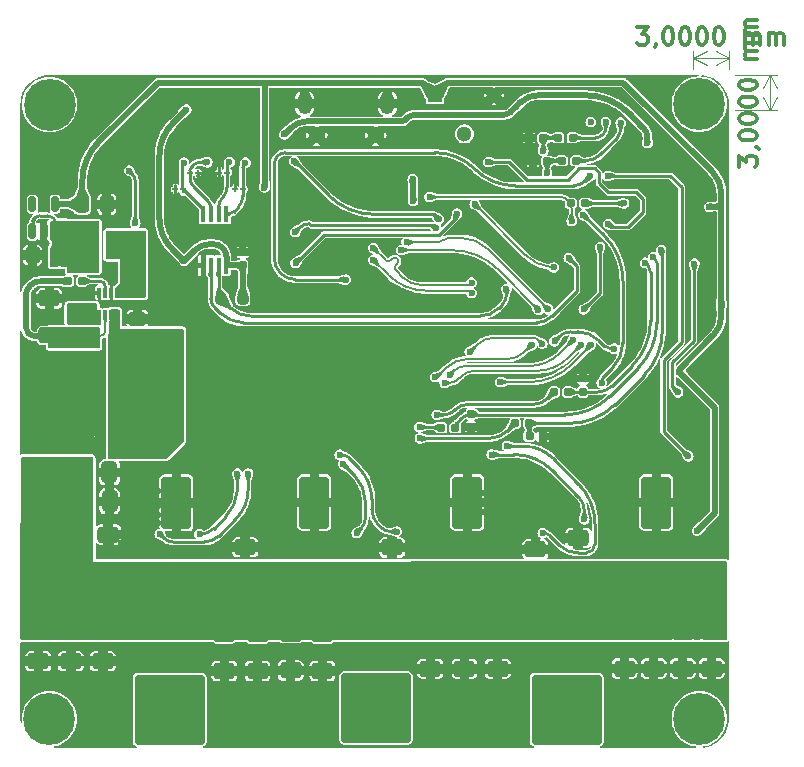
<source format=gbr>
%TF.GenerationSoftware,KiCad,Pcbnew,7.0.1*%
%TF.CreationDate,2023-04-17T18:47:01+02:00*%
%TF.ProjectId,ESC_board,4553435f-626f-4617-9264-2e6b69636164,rev?*%
%TF.SameCoordinates,Original*%
%TF.FileFunction,Copper,L4,Bot*%
%TF.FilePolarity,Positive*%
%FSLAX46Y46*%
G04 Gerber Fmt 4.6, Leading zero omitted, Abs format (unit mm)*
G04 Created by KiCad (PCBNEW 7.0.1) date 2023-04-17 18:47:01*
%MOMM*%
%LPD*%
G01*
G04 APERTURE LIST*
G04 Aperture macros list*
%AMRoundRect*
0 Rectangle with rounded corners*
0 $1 Rounding radius*
0 $2 $3 $4 $5 $6 $7 $8 $9 X,Y pos of 4 corners*
0 Add a 4 corners polygon primitive as box body*
4,1,4,$2,$3,$4,$5,$6,$7,$8,$9,$2,$3,0*
0 Add four circle primitives for the rounded corners*
1,1,$1+$1,$2,$3*
1,1,$1+$1,$4,$5*
1,1,$1+$1,$6,$7*
1,1,$1+$1,$8,$9*
0 Add four rect primitives between the rounded corners*
20,1,$1+$1,$2,$3,$4,$5,0*
20,1,$1+$1,$4,$5,$6,$7,0*
20,1,$1+$1,$6,$7,$8,$9,0*
20,1,$1+$1,$8,$9,$2,$3,0*%
%AMFreePoly0*
4,1,29,0.125354,0.250354,0.125500,0.250000,0.125500,0.125000,0.250000,0.125000,0.250000,-0.125000,0.125500,-0.125000,0.125500,-0.250000,0.125354,-0.250354,0.125000,-0.250500,-0.125000,-0.250500,-0.125354,-0.250354,-0.125500,-0.250000,-0.125500,-0.125000,-0.250000,-0.125000,-0.250000,-0.100500,-0.375000,-0.100500,-0.375354,-0.100354,-0.375500,-0.100000,-0.375500,0.100000,-0.375354,0.100354,
-0.375000,0.100500,-0.250000,0.100500,-0.250000,0.125000,-0.125500,0.125000,-0.125500,0.250000,-0.125354,0.250354,-0.125000,0.250500,0.125000,0.250500,0.125354,0.250354,0.125354,0.250354,$1*%
%AMFreePoly1*
4,1,29,0.125354,0.250354,0.125500,0.250000,0.125500,0.125000,0.250000,0.125000,0.250000,0.100500,0.375000,0.100500,0.375354,0.100354,0.375500,0.100000,0.375500,-0.100000,0.375354,-0.100354,0.375000,-0.100500,0.250000,-0.100500,0.250000,-0.125000,0.125500,-0.125000,0.125500,-0.250000,0.125354,-0.250354,0.125000,-0.250500,-0.125000,-0.250500,-0.125354,-0.250354,-0.125500,-0.250000,
-0.125500,-0.125000,-0.250000,-0.125000,-0.250000,0.125000,-0.125500,0.125000,-0.125500,0.250000,-0.125354,0.250354,-0.125000,0.250500,0.125000,0.250500,0.125354,0.250354,0.125354,0.250354,$1*%
G04 Aperture macros list end*
%ADD10C,0.304800*%
%TA.AperFunction,NonConductor*%
%ADD11C,0.304800*%
%TD*%
%TA.AperFunction,NonConductor*%
%ADD12C,0.100000*%
%TD*%
%TA.AperFunction,SMDPad,CuDef*%
%ADD13RoundRect,0.250000X-0.412500X-0.650000X0.412500X-0.650000X0.412500X0.650000X-0.412500X0.650000X0*%
%TD*%
%TA.AperFunction,SMDPad,CuDef*%
%ADD14RoundRect,0.250000X0.650000X-0.412500X0.650000X0.412500X-0.650000X0.412500X-0.650000X-0.412500X0*%
%TD*%
%TA.AperFunction,ComponentPad*%
%ADD15C,0.700000*%
%TD*%
%TA.AperFunction,ComponentPad*%
%ADD16C,4.400000*%
%TD*%
%TA.AperFunction,ComponentPad*%
%ADD17C,0.600000*%
%TD*%
%TA.AperFunction,ComponentPad*%
%ADD18RoundRect,0.400000X-2.600000X-2.600000X2.600000X-2.600000X2.600000X2.600000X-2.600000X2.600000X0*%
%TD*%
%TA.AperFunction,ComponentPad*%
%ADD19O,1.200000X1.900000*%
%TD*%
%TA.AperFunction,ComponentPad*%
%ADD20C,1.450000*%
%TD*%
%TA.AperFunction,ComponentPad*%
%ADD21R,1.300000X1.300000*%
%TD*%
%TA.AperFunction,ComponentPad*%
%ADD22C,1.300000*%
%TD*%
%TA.AperFunction,ComponentPad*%
%ADD23C,0.500000*%
%TD*%
%TA.AperFunction,SMDPad,CuDef*%
%ADD24R,6.200000X6.200000*%
%TD*%
%TA.AperFunction,SMDPad,CuDef*%
%ADD25FreePoly0,270.000000*%
%TD*%
%TA.AperFunction,SMDPad,CuDef*%
%ADD26FreePoly1,270.000000*%
%TD*%
%TA.AperFunction,SMDPad,CuDef*%
%ADD27RoundRect,0.250000X-0.650000X0.412500X-0.650000X-0.412500X0.650000X-0.412500X0.650000X0.412500X0*%
%TD*%
%TA.AperFunction,SMDPad,CuDef*%
%ADD28R,0.450000X1.450000*%
%TD*%
%TA.AperFunction,SMDPad,CuDef*%
%ADD29RoundRect,0.250000X1.000000X-1.950000X1.000000X1.950000X-1.000000X1.950000X-1.000000X-1.950000X0*%
%TD*%
%TA.AperFunction,SMDPad,CuDef*%
%ADD30RoundRect,0.155000X-0.155000X0.212500X-0.155000X-0.212500X0.155000X-0.212500X0.155000X0.212500X0*%
%TD*%
%TA.AperFunction,SMDPad,CuDef*%
%ADD31R,1.955800X2.387600*%
%TD*%
%TA.AperFunction,SMDPad,CuDef*%
%ADD32RoundRect,0.155000X0.155000X-0.212500X0.155000X0.212500X-0.155000X0.212500X-0.155000X-0.212500X0*%
%TD*%
%TA.AperFunction,SMDPad,CuDef*%
%ADD33RoundRect,0.160000X0.197500X0.160000X-0.197500X0.160000X-0.197500X-0.160000X0.197500X-0.160000X0*%
%TD*%
%TA.AperFunction,SMDPad,CuDef*%
%ADD34R,0.300000X0.850000*%
%TD*%
%TA.AperFunction,SMDPad,CuDef*%
%ADD35FreePoly0,90.000000*%
%TD*%
%TA.AperFunction,SMDPad,CuDef*%
%ADD36FreePoly1,90.000000*%
%TD*%
%TA.AperFunction,SMDPad,CuDef*%
%ADD37RoundRect,0.150000X0.150000X-0.512500X0.150000X0.512500X-0.150000X0.512500X-0.150000X-0.512500X0*%
%TD*%
%TA.AperFunction,SMDPad,CuDef*%
%ADD38RoundRect,0.237500X0.250000X0.237500X-0.250000X0.237500X-0.250000X-0.237500X0.250000X-0.237500X0*%
%TD*%
%TA.AperFunction,SMDPad,CuDef*%
%ADD39RoundRect,0.160000X-0.197500X-0.160000X0.197500X-0.160000X0.197500X0.160000X-0.197500X0.160000X0*%
%TD*%
%TA.AperFunction,SMDPad,CuDef*%
%ADD40RoundRect,0.155000X0.212500X0.155000X-0.212500X0.155000X-0.212500X-0.155000X0.212500X-0.155000X0*%
%TD*%
%TA.AperFunction,SMDPad,CuDef*%
%ADD41RoundRect,0.250000X-0.475000X0.337500X-0.475000X-0.337500X0.475000X-0.337500X0.475000X0.337500X0*%
%TD*%
%TA.AperFunction,SMDPad,CuDef*%
%ADD42RoundRect,0.250000X0.337500X0.475000X-0.337500X0.475000X-0.337500X-0.475000X0.337500X-0.475000X0*%
%TD*%
%TA.AperFunction,SMDPad,CuDef*%
%ADD43RoundRect,0.250000X-0.337500X-0.475000X0.337500X-0.475000X0.337500X0.475000X-0.337500X0.475000X0*%
%TD*%
%TA.AperFunction,ViaPad*%
%ADD44C,0.600000*%
%TD*%
%TA.AperFunction,Conductor*%
%ADD45C,0.250000*%
%TD*%
%TA.AperFunction,Conductor*%
%ADD46C,0.200000*%
%TD*%
%TA.AperFunction,Conductor*%
%ADD47C,0.500000*%
%TD*%
G04 APERTURE END LIST*
D10*
D11*
X126624309Y-45209129D02*
X127552881Y-45209129D01*
X127552881Y-45209129D02*
X127052881Y-45780558D01*
X127052881Y-45780558D02*
X127267166Y-45780558D01*
X127267166Y-45780558D02*
X127410024Y-45851986D01*
X127410024Y-45851986D02*
X127481452Y-45923415D01*
X127481452Y-45923415D02*
X127552881Y-46066272D01*
X127552881Y-46066272D02*
X127552881Y-46423415D01*
X127552881Y-46423415D02*
X127481452Y-46566272D01*
X127481452Y-46566272D02*
X127410024Y-46637701D01*
X127410024Y-46637701D02*
X127267166Y-46709129D01*
X127267166Y-46709129D02*
X126838595Y-46709129D01*
X126838595Y-46709129D02*
X126695738Y-46637701D01*
X126695738Y-46637701D02*
X126624309Y-46566272D01*
X128267166Y-46637701D02*
X128267166Y-46709129D01*
X128267166Y-46709129D02*
X128195737Y-46851986D01*
X128195737Y-46851986D02*
X128124309Y-46923415D01*
X129195738Y-45209129D02*
X129338595Y-45209129D01*
X129338595Y-45209129D02*
X129481452Y-45280558D01*
X129481452Y-45280558D02*
X129552881Y-45351986D01*
X129552881Y-45351986D02*
X129624309Y-45494843D01*
X129624309Y-45494843D02*
X129695738Y-45780558D01*
X129695738Y-45780558D02*
X129695738Y-46137701D01*
X129695738Y-46137701D02*
X129624309Y-46423415D01*
X129624309Y-46423415D02*
X129552881Y-46566272D01*
X129552881Y-46566272D02*
X129481452Y-46637701D01*
X129481452Y-46637701D02*
X129338595Y-46709129D01*
X129338595Y-46709129D02*
X129195738Y-46709129D01*
X129195738Y-46709129D02*
X129052881Y-46637701D01*
X129052881Y-46637701D02*
X128981452Y-46566272D01*
X128981452Y-46566272D02*
X128910023Y-46423415D01*
X128910023Y-46423415D02*
X128838595Y-46137701D01*
X128838595Y-46137701D02*
X128838595Y-45780558D01*
X128838595Y-45780558D02*
X128910023Y-45494843D01*
X128910023Y-45494843D02*
X128981452Y-45351986D01*
X128981452Y-45351986D02*
X129052881Y-45280558D01*
X129052881Y-45280558D02*
X129195738Y-45209129D01*
X130624309Y-45209129D02*
X130767166Y-45209129D01*
X130767166Y-45209129D02*
X130910023Y-45280558D01*
X130910023Y-45280558D02*
X130981452Y-45351986D01*
X130981452Y-45351986D02*
X131052880Y-45494843D01*
X131052880Y-45494843D02*
X131124309Y-45780558D01*
X131124309Y-45780558D02*
X131124309Y-46137701D01*
X131124309Y-46137701D02*
X131052880Y-46423415D01*
X131052880Y-46423415D02*
X130981452Y-46566272D01*
X130981452Y-46566272D02*
X130910023Y-46637701D01*
X130910023Y-46637701D02*
X130767166Y-46709129D01*
X130767166Y-46709129D02*
X130624309Y-46709129D01*
X130624309Y-46709129D02*
X130481452Y-46637701D01*
X130481452Y-46637701D02*
X130410023Y-46566272D01*
X130410023Y-46566272D02*
X130338594Y-46423415D01*
X130338594Y-46423415D02*
X130267166Y-46137701D01*
X130267166Y-46137701D02*
X130267166Y-45780558D01*
X130267166Y-45780558D02*
X130338594Y-45494843D01*
X130338594Y-45494843D02*
X130410023Y-45351986D01*
X130410023Y-45351986D02*
X130481452Y-45280558D01*
X130481452Y-45280558D02*
X130624309Y-45209129D01*
X132052880Y-45209129D02*
X132195737Y-45209129D01*
X132195737Y-45209129D02*
X132338594Y-45280558D01*
X132338594Y-45280558D02*
X132410023Y-45351986D01*
X132410023Y-45351986D02*
X132481451Y-45494843D01*
X132481451Y-45494843D02*
X132552880Y-45780558D01*
X132552880Y-45780558D02*
X132552880Y-46137701D01*
X132552880Y-46137701D02*
X132481451Y-46423415D01*
X132481451Y-46423415D02*
X132410023Y-46566272D01*
X132410023Y-46566272D02*
X132338594Y-46637701D01*
X132338594Y-46637701D02*
X132195737Y-46709129D01*
X132195737Y-46709129D02*
X132052880Y-46709129D01*
X132052880Y-46709129D02*
X131910023Y-46637701D01*
X131910023Y-46637701D02*
X131838594Y-46566272D01*
X131838594Y-46566272D02*
X131767165Y-46423415D01*
X131767165Y-46423415D02*
X131695737Y-46137701D01*
X131695737Y-46137701D02*
X131695737Y-45780558D01*
X131695737Y-45780558D02*
X131767165Y-45494843D01*
X131767165Y-45494843D02*
X131838594Y-45351986D01*
X131838594Y-45351986D02*
X131910023Y-45280558D01*
X131910023Y-45280558D02*
X132052880Y-45209129D01*
X133481451Y-45209129D02*
X133624308Y-45209129D01*
X133624308Y-45209129D02*
X133767165Y-45280558D01*
X133767165Y-45280558D02*
X133838594Y-45351986D01*
X133838594Y-45351986D02*
X133910022Y-45494843D01*
X133910022Y-45494843D02*
X133981451Y-45780558D01*
X133981451Y-45780558D02*
X133981451Y-46137701D01*
X133981451Y-46137701D02*
X133910022Y-46423415D01*
X133910022Y-46423415D02*
X133838594Y-46566272D01*
X133838594Y-46566272D02*
X133767165Y-46637701D01*
X133767165Y-46637701D02*
X133624308Y-46709129D01*
X133624308Y-46709129D02*
X133481451Y-46709129D01*
X133481451Y-46709129D02*
X133338594Y-46637701D01*
X133338594Y-46637701D02*
X133267165Y-46566272D01*
X133267165Y-46566272D02*
X133195736Y-46423415D01*
X133195736Y-46423415D02*
X133124308Y-46137701D01*
X133124308Y-46137701D02*
X133124308Y-45780558D01*
X133124308Y-45780558D02*
X133195736Y-45494843D01*
X133195736Y-45494843D02*
X133267165Y-45351986D01*
X133267165Y-45351986D02*
X133338594Y-45280558D01*
X133338594Y-45280558D02*
X133481451Y-45209129D01*
X135767164Y-46709129D02*
X135767164Y-45709129D01*
X135767164Y-45851986D02*
X135838593Y-45780558D01*
X135838593Y-45780558D02*
X135981450Y-45709129D01*
X135981450Y-45709129D02*
X136195736Y-45709129D01*
X136195736Y-45709129D02*
X136338593Y-45780558D01*
X136338593Y-45780558D02*
X136410022Y-45923415D01*
X136410022Y-45923415D02*
X136410022Y-46709129D01*
X136410022Y-45923415D02*
X136481450Y-45780558D01*
X136481450Y-45780558D02*
X136624307Y-45709129D01*
X136624307Y-45709129D02*
X136838593Y-45709129D01*
X136838593Y-45709129D02*
X136981450Y-45780558D01*
X136981450Y-45780558D02*
X137052879Y-45923415D01*
X137052879Y-45923415D02*
X137052879Y-46709129D01*
X137767164Y-46709129D02*
X137767164Y-45709129D01*
X137767164Y-45851986D02*
X137838593Y-45780558D01*
X137838593Y-45780558D02*
X137981450Y-45709129D01*
X137981450Y-45709129D02*
X138195736Y-45709129D01*
X138195736Y-45709129D02*
X138338593Y-45780558D01*
X138338593Y-45780558D02*
X138410022Y-45923415D01*
X138410022Y-45923415D02*
X138410022Y-46709129D01*
X138410022Y-45923415D02*
X138481450Y-45780558D01*
X138481450Y-45780558D02*
X138624307Y-45709129D01*
X138624307Y-45709129D02*
X138838593Y-45709129D01*
X138838593Y-45709129D02*
X138981450Y-45780558D01*
X138981450Y-45780558D02*
X139052879Y-45923415D01*
X139052879Y-45923415D02*
X139052879Y-46709129D01*
D12*
X134410046Y-48729984D02*
X134410046Y-47233581D01*
X131410000Y-48729984D02*
X131410000Y-47233581D01*
X134410046Y-47820001D02*
X131410000Y-47820001D01*
X134410046Y-47820001D02*
X131410000Y-47820001D01*
X134410046Y-47820001D02*
X133283542Y-48406422D01*
X134410046Y-47820001D02*
X133283542Y-47233580D01*
X131410000Y-47820001D02*
X132536504Y-47233580D01*
X131410000Y-47820001D02*
X132536504Y-48406422D01*
D10*
D11*
X135269128Y-57015705D02*
X135269128Y-56087133D01*
X135269128Y-56087133D02*
X135840557Y-56587133D01*
X135840557Y-56587133D02*
X135840557Y-56372848D01*
X135840557Y-56372848D02*
X135911985Y-56229991D01*
X135911985Y-56229991D02*
X135983414Y-56158562D01*
X135983414Y-56158562D02*
X136126271Y-56087133D01*
X136126271Y-56087133D02*
X136483414Y-56087133D01*
X136483414Y-56087133D02*
X136626271Y-56158562D01*
X136626271Y-56158562D02*
X136697700Y-56229991D01*
X136697700Y-56229991D02*
X136769128Y-56372848D01*
X136769128Y-56372848D02*
X136769128Y-56801419D01*
X136769128Y-56801419D02*
X136697700Y-56944276D01*
X136697700Y-56944276D02*
X136626271Y-57015705D01*
X136697700Y-55372848D02*
X136769128Y-55372848D01*
X136769128Y-55372848D02*
X136911985Y-55444277D01*
X136911985Y-55444277D02*
X136983414Y-55515705D01*
X135269128Y-54444276D02*
X135269128Y-54301419D01*
X135269128Y-54301419D02*
X135340557Y-54158562D01*
X135340557Y-54158562D02*
X135411985Y-54087134D01*
X135411985Y-54087134D02*
X135554842Y-54015705D01*
X135554842Y-54015705D02*
X135840557Y-53944276D01*
X135840557Y-53944276D02*
X136197700Y-53944276D01*
X136197700Y-53944276D02*
X136483414Y-54015705D01*
X136483414Y-54015705D02*
X136626271Y-54087134D01*
X136626271Y-54087134D02*
X136697700Y-54158562D01*
X136697700Y-54158562D02*
X136769128Y-54301419D01*
X136769128Y-54301419D02*
X136769128Y-54444276D01*
X136769128Y-54444276D02*
X136697700Y-54587134D01*
X136697700Y-54587134D02*
X136626271Y-54658562D01*
X136626271Y-54658562D02*
X136483414Y-54729991D01*
X136483414Y-54729991D02*
X136197700Y-54801419D01*
X136197700Y-54801419D02*
X135840557Y-54801419D01*
X135840557Y-54801419D02*
X135554842Y-54729991D01*
X135554842Y-54729991D02*
X135411985Y-54658562D01*
X135411985Y-54658562D02*
X135340557Y-54587134D01*
X135340557Y-54587134D02*
X135269128Y-54444276D01*
X135269128Y-53015705D02*
X135269128Y-52872848D01*
X135269128Y-52872848D02*
X135340557Y-52729991D01*
X135340557Y-52729991D02*
X135411985Y-52658563D01*
X135411985Y-52658563D02*
X135554842Y-52587134D01*
X135554842Y-52587134D02*
X135840557Y-52515705D01*
X135840557Y-52515705D02*
X136197700Y-52515705D01*
X136197700Y-52515705D02*
X136483414Y-52587134D01*
X136483414Y-52587134D02*
X136626271Y-52658563D01*
X136626271Y-52658563D02*
X136697700Y-52729991D01*
X136697700Y-52729991D02*
X136769128Y-52872848D01*
X136769128Y-52872848D02*
X136769128Y-53015705D01*
X136769128Y-53015705D02*
X136697700Y-53158563D01*
X136697700Y-53158563D02*
X136626271Y-53229991D01*
X136626271Y-53229991D02*
X136483414Y-53301420D01*
X136483414Y-53301420D02*
X136197700Y-53372848D01*
X136197700Y-53372848D02*
X135840557Y-53372848D01*
X135840557Y-53372848D02*
X135554842Y-53301420D01*
X135554842Y-53301420D02*
X135411985Y-53229991D01*
X135411985Y-53229991D02*
X135340557Y-53158563D01*
X135340557Y-53158563D02*
X135269128Y-53015705D01*
X135269128Y-51587134D02*
X135269128Y-51444277D01*
X135269128Y-51444277D02*
X135340557Y-51301420D01*
X135340557Y-51301420D02*
X135411985Y-51229992D01*
X135411985Y-51229992D02*
X135554842Y-51158563D01*
X135554842Y-51158563D02*
X135840557Y-51087134D01*
X135840557Y-51087134D02*
X136197700Y-51087134D01*
X136197700Y-51087134D02*
X136483414Y-51158563D01*
X136483414Y-51158563D02*
X136626271Y-51229992D01*
X136626271Y-51229992D02*
X136697700Y-51301420D01*
X136697700Y-51301420D02*
X136769128Y-51444277D01*
X136769128Y-51444277D02*
X136769128Y-51587134D01*
X136769128Y-51587134D02*
X136697700Y-51729992D01*
X136697700Y-51729992D02*
X136626271Y-51801420D01*
X136626271Y-51801420D02*
X136483414Y-51872849D01*
X136483414Y-51872849D02*
X136197700Y-51944277D01*
X136197700Y-51944277D02*
X135840557Y-51944277D01*
X135840557Y-51944277D02*
X135554842Y-51872849D01*
X135554842Y-51872849D02*
X135411985Y-51801420D01*
X135411985Y-51801420D02*
X135340557Y-51729992D01*
X135340557Y-51729992D02*
X135269128Y-51587134D01*
X135269128Y-50158563D02*
X135269128Y-50015706D01*
X135269128Y-50015706D02*
X135340557Y-49872849D01*
X135340557Y-49872849D02*
X135411985Y-49801421D01*
X135411985Y-49801421D02*
X135554842Y-49729992D01*
X135554842Y-49729992D02*
X135840557Y-49658563D01*
X135840557Y-49658563D02*
X136197700Y-49658563D01*
X136197700Y-49658563D02*
X136483414Y-49729992D01*
X136483414Y-49729992D02*
X136626271Y-49801421D01*
X136626271Y-49801421D02*
X136697700Y-49872849D01*
X136697700Y-49872849D02*
X136769128Y-50015706D01*
X136769128Y-50015706D02*
X136769128Y-50158563D01*
X136769128Y-50158563D02*
X136697700Y-50301421D01*
X136697700Y-50301421D02*
X136626271Y-50372849D01*
X136626271Y-50372849D02*
X136483414Y-50444278D01*
X136483414Y-50444278D02*
X136197700Y-50515706D01*
X136197700Y-50515706D02*
X135840557Y-50515706D01*
X135840557Y-50515706D02*
X135554842Y-50444278D01*
X135554842Y-50444278D02*
X135411985Y-50372849D01*
X135411985Y-50372849D02*
X135340557Y-50301421D01*
X135340557Y-50301421D02*
X135269128Y-50158563D01*
X136769128Y-47872850D02*
X135769128Y-47872850D01*
X135911985Y-47872850D02*
X135840557Y-47801421D01*
X135840557Y-47801421D02*
X135769128Y-47658564D01*
X135769128Y-47658564D02*
X135769128Y-47444278D01*
X135769128Y-47444278D02*
X135840557Y-47301421D01*
X135840557Y-47301421D02*
X135983414Y-47229993D01*
X135983414Y-47229993D02*
X136769128Y-47229993D01*
X135983414Y-47229993D02*
X135840557Y-47158564D01*
X135840557Y-47158564D02*
X135769128Y-47015707D01*
X135769128Y-47015707D02*
X135769128Y-46801421D01*
X135769128Y-46801421D02*
X135840557Y-46658564D01*
X135840557Y-46658564D02*
X135983414Y-46587135D01*
X135983414Y-46587135D02*
X136769128Y-46587135D01*
X136769128Y-45872850D02*
X135769128Y-45872850D01*
X135911985Y-45872850D02*
X135840557Y-45801421D01*
X135840557Y-45801421D02*
X135769128Y-45658564D01*
X135769128Y-45658564D02*
X135769128Y-45444278D01*
X135769128Y-45444278D02*
X135840557Y-45301421D01*
X135840557Y-45301421D02*
X135983414Y-45229993D01*
X135983414Y-45229993D02*
X136769128Y-45229993D01*
X135983414Y-45229993D02*
X135840557Y-45158564D01*
X135840557Y-45158564D02*
X135769128Y-45015707D01*
X135769128Y-45015707D02*
X135769128Y-44801421D01*
X135769128Y-44801421D02*
X135840557Y-44658564D01*
X135840557Y-44658564D02*
X135983414Y-44587135D01*
X135983414Y-44587135D02*
X136769128Y-44587135D01*
D12*
X134910046Y-49229984D02*
X138466420Y-49229984D01*
X134910046Y-52230000D02*
X138466420Y-52230000D01*
X137880000Y-49229984D02*
X137880000Y-52230000D01*
X137880000Y-49229984D02*
X137880000Y-52230000D01*
X137880000Y-49229984D02*
X138466421Y-50356488D01*
X137880000Y-49229984D02*
X137293579Y-50356488D01*
X137880000Y-52230000D02*
X137293579Y-51103496D01*
X137880000Y-52230000D02*
X138466421Y-51103496D01*
D13*
%TO.P,C51,1*%
%TO.N,Vdrive*%
X78857500Y-85350000D03*
%TO.P,C51,2*%
%TO.N,GND*%
X81982500Y-85350000D03*
%TD*%
%TO.P,C50,1*%
%TO.N,Vdrive*%
X78837500Y-82900000D03*
%TO.P,C50,2*%
%TO.N,GND*%
X81962500Y-82900000D03*
%TD*%
D14*
%TO.P,C49,1*%
%TO.N,Vdrive*%
X81860000Y-91302500D03*
%TO.P,C49,2*%
%TO.N,GND*%
X81860000Y-88177500D03*
%TD*%
D15*
%TO.P,H2,1*%
%TO.N,N/C*%
X130260000Y-51730000D03*
X130743274Y-50563274D03*
X130743274Y-52896726D03*
X131910000Y-50080000D03*
D16*
X131910000Y-51730000D03*
D15*
X131910000Y-53380000D03*
X133076726Y-50563274D03*
X133076726Y-52896726D03*
X133560000Y-51730000D03*
%TD*%
D17*
%TO.P,H6,1,1*%
%TO.N,GND*%
X75180000Y-74240000D03*
X75180000Y-74840000D03*
X75180000Y-75440000D03*
X75180000Y-76040000D03*
X75180000Y-76640000D03*
X75180000Y-77240000D03*
X75180000Y-77840000D03*
X75180000Y-78440000D03*
X75180000Y-79040000D03*
X75180000Y-79550000D03*
X75780000Y-74240000D03*
X75780000Y-74840000D03*
X75780000Y-75440000D03*
X75780000Y-76040000D03*
X75780000Y-77840000D03*
X75780000Y-78440000D03*
X75780000Y-79040000D03*
X75780000Y-79550000D03*
X76380000Y-74240000D03*
X76380000Y-74840000D03*
X76380000Y-79040000D03*
X76380000Y-79550000D03*
X76980000Y-74240000D03*
X76980000Y-74840000D03*
X76980000Y-79040000D03*
X76980000Y-79550000D03*
X77580000Y-74240000D03*
X77580000Y-74840000D03*
X77580000Y-79040000D03*
X77580000Y-79550000D03*
D18*
X77590000Y-76890000D03*
D17*
X78180000Y-74240000D03*
X78180000Y-74840000D03*
X78180000Y-79040000D03*
X78180000Y-79550000D03*
X78780000Y-74240000D03*
X78780000Y-74840000D03*
X78780000Y-79040000D03*
X78780000Y-79550000D03*
X79380000Y-74240000D03*
X79380000Y-74840000D03*
X79380000Y-75440000D03*
X79380000Y-76040000D03*
X79380000Y-77840000D03*
X79380000Y-78440000D03*
X79380000Y-79040000D03*
X79380000Y-79550000D03*
X79980000Y-74240000D03*
X79980000Y-74840000D03*
X79980000Y-75440000D03*
X79980000Y-76040000D03*
X79980000Y-76640000D03*
X79980000Y-77240000D03*
X79980000Y-77840000D03*
X79980000Y-78440000D03*
X79980000Y-79040000D03*
X79980000Y-79550000D03*
%TD*%
D19*
%TO.P,J4,6,Shield*%
%TO.N,GND*%
X105500000Y-51650000D03*
D20*
X104500000Y-54350000D03*
X99500000Y-54350000D03*
D19*
X98500000Y-51650000D03*
%TD*%
D21*
%TO.P,SW2,1,A*%
%TO.N,+3V3*%
X109525000Y-50950000D03*
D22*
%TO.P,SW2,2,B*%
%TO.N,Net-(SW2A-B)*%
X112025000Y-54250000D03*
%TO.P,SW2,3,C*%
%TO.N,GND*%
X114525000Y-50950000D03*
%TD*%
D23*
%TO.P,IC2,49,THERMAL_PAD*%
%TO.N,GND*%
X101580000Y-72340000D03*
X101580000Y-73480000D03*
X101580000Y-74620000D03*
X101580000Y-75760000D03*
X101580000Y-76900000D03*
X101580000Y-78040000D03*
X102720000Y-72340000D03*
X102720000Y-73480000D03*
X102720000Y-74620000D03*
X102720000Y-75760000D03*
X102720000Y-76900000D03*
X102720000Y-78040000D03*
X103860000Y-72340000D03*
X103860000Y-73480000D03*
X103860000Y-74620000D03*
X103860000Y-75760000D03*
X103860000Y-76900000D03*
X103860000Y-78040000D03*
D24*
X104430000Y-75190000D03*
D23*
X105000000Y-72340000D03*
X105000000Y-73480000D03*
X105000000Y-74620000D03*
X105000000Y-75760000D03*
X105000000Y-76900000D03*
X105000000Y-78040000D03*
X106140000Y-72340000D03*
X106140000Y-73480000D03*
X106140000Y-74620000D03*
X106140000Y-75760000D03*
X106140000Y-76900000D03*
X106140000Y-78040000D03*
X107280000Y-72340000D03*
X107280000Y-73480000D03*
X107280000Y-74620000D03*
X107280000Y-75760000D03*
X107280000Y-76900000D03*
X107280000Y-78040000D03*
%TD*%
D15*
%TO.P,H3,1*%
%TO.N,N/C*%
X75230000Y-103790000D03*
X75713274Y-102623274D03*
X75713274Y-104956726D03*
X76880000Y-102140000D03*
D16*
X76880000Y-103790000D03*
D15*
X76880000Y-105440000D03*
X78046726Y-102623274D03*
X78046726Y-104956726D03*
X78530000Y-103790000D03*
%TD*%
%TO.P,H1,1*%
%TO.N,N/C*%
X130260000Y-103770000D03*
X130743274Y-102603274D03*
X130743274Y-104936726D03*
X131910000Y-102120000D03*
D16*
X131910000Y-103770000D03*
D15*
X131910000Y-105420000D03*
X133076726Y-102603274D03*
X133076726Y-104936726D03*
X133560000Y-103770000D03*
%TD*%
D17*
%TO.P,H5,1,1*%
%TO.N,Vdrive*%
X75080000Y-87560000D03*
X75080000Y-88160000D03*
X75080000Y-88760000D03*
X75080000Y-89360000D03*
X75080000Y-89960000D03*
X75080000Y-90560000D03*
X75080000Y-91160000D03*
X75080000Y-91760000D03*
X75080000Y-92360000D03*
X75080000Y-92870000D03*
X75680000Y-87560000D03*
X75680000Y-88160000D03*
X75680000Y-88760000D03*
X75680000Y-89360000D03*
X75680000Y-91160000D03*
X75680000Y-91760000D03*
X75680000Y-92360000D03*
X75680000Y-92870000D03*
X76280000Y-87560000D03*
X76280000Y-88160000D03*
X76280000Y-92360000D03*
X76280000Y-92870000D03*
X76880000Y-87560000D03*
X76880000Y-88160000D03*
X76880000Y-92360000D03*
X76880000Y-92870000D03*
X77480000Y-87560000D03*
X77480000Y-88160000D03*
X77480000Y-92360000D03*
X77480000Y-92870000D03*
D18*
X77490000Y-90210000D03*
D17*
X78080000Y-87560000D03*
X78080000Y-88160000D03*
X78080000Y-92360000D03*
X78080000Y-92870000D03*
X78680000Y-87560000D03*
X78680000Y-88160000D03*
X78680000Y-92360000D03*
X78680000Y-92870000D03*
X79280000Y-87560000D03*
X79280000Y-88160000D03*
X79280000Y-88760000D03*
X79280000Y-89360000D03*
X79280000Y-91160000D03*
X79280000Y-91760000D03*
X79280000Y-92360000D03*
X79280000Y-92870000D03*
X79880000Y-87560000D03*
X79880000Y-88160000D03*
X79880000Y-88760000D03*
X79880000Y-89360000D03*
X79880000Y-89960000D03*
X79880000Y-90560000D03*
X79880000Y-91160000D03*
X79880000Y-91760000D03*
X79880000Y-92360000D03*
X79880000Y-92870000D03*
%TD*%
%TO.P,H9,1,1*%
%TO.N,/BLDC_Driver/SHC*%
X118280000Y-100350000D03*
X118280000Y-100950000D03*
X118280000Y-101550000D03*
X118280000Y-102150000D03*
X118280000Y-102750000D03*
X118280000Y-103350000D03*
X118280000Y-103950000D03*
X118280000Y-104550000D03*
X118280000Y-105150000D03*
X118280000Y-105660000D03*
X118880000Y-100350000D03*
X118880000Y-100950000D03*
X118880000Y-101550000D03*
X118880000Y-102150000D03*
X118880000Y-103950000D03*
X118880000Y-104550000D03*
X118880000Y-105150000D03*
X118880000Y-105660000D03*
X119480000Y-100350000D03*
X119480000Y-100950000D03*
X119480000Y-105150000D03*
X119480000Y-105660000D03*
X120080000Y-100350000D03*
X120080000Y-100950000D03*
X120080000Y-105150000D03*
X120080000Y-105660000D03*
X120680000Y-100350000D03*
X120680000Y-100950000D03*
X120680000Y-105150000D03*
X120680000Y-105660000D03*
D18*
X120690000Y-103000000D03*
D17*
X121280000Y-100350000D03*
X121280000Y-100950000D03*
X121280000Y-105150000D03*
X121280000Y-105660000D03*
X121880000Y-100350000D03*
X121880000Y-100950000D03*
X121880000Y-105150000D03*
X121880000Y-105660000D03*
X122480000Y-100350000D03*
X122480000Y-100950000D03*
X122480000Y-101550000D03*
X122480000Y-102150000D03*
X122480000Y-103950000D03*
X122480000Y-104550000D03*
X122480000Y-105150000D03*
X122480000Y-105660000D03*
X123080000Y-100350000D03*
X123080000Y-100950000D03*
X123080000Y-101550000D03*
X123080000Y-102150000D03*
X123080000Y-102750000D03*
X123080000Y-103350000D03*
X123080000Y-103950000D03*
X123080000Y-104550000D03*
X123080000Y-105150000D03*
X123080000Y-105660000D03*
%TD*%
D15*
%TO.P,H4,1*%
%TO.N,N/C*%
X75240000Y-51760000D03*
X75723274Y-50593274D03*
X75723274Y-52926726D03*
X76890000Y-50110000D03*
D16*
X76890000Y-51760000D03*
D15*
X76890000Y-53410000D03*
X78056726Y-50593274D03*
X78056726Y-52926726D03*
X78540000Y-51760000D03*
%TD*%
D17*
%TO.P,H8,1,1*%
%TO.N,/BLDC_Driver/SHB*%
X102120000Y-100200000D03*
X102120000Y-100800000D03*
X102120000Y-101400000D03*
X102120000Y-102000000D03*
X102120000Y-102600000D03*
X102120000Y-103200000D03*
X102120000Y-103800000D03*
X102120000Y-104400000D03*
X102120000Y-105000000D03*
X102120000Y-105510000D03*
X102720000Y-100200000D03*
X102720000Y-100800000D03*
X102720000Y-101400000D03*
X102720000Y-102000000D03*
X102720000Y-103800000D03*
X102720000Y-104400000D03*
X102720000Y-105000000D03*
X102720000Y-105510000D03*
X103320000Y-100200000D03*
X103320000Y-100800000D03*
X103320000Y-105000000D03*
X103320000Y-105510000D03*
X103920000Y-100200000D03*
X103920000Y-100800000D03*
X103920000Y-105000000D03*
X103920000Y-105510000D03*
X104520000Y-100200000D03*
X104520000Y-100800000D03*
X104520000Y-105000000D03*
X104520000Y-105510000D03*
D18*
X104530000Y-102850000D03*
D17*
X105120000Y-100200000D03*
X105120000Y-100800000D03*
X105120000Y-105000000D03*
X105120000Y-105510000D03*
X105720000Y-100200000D03*
X105720000Y-100800000D03*
X105720000Y-105000000D03*
X105720000Y-105510000D03*
X106320000Y-100200000D03*
X106320000Y-100800000D03*
X106320000Y-101400000D03*
X106320000Y-102000000D03*
X106320000Y-103800000D03*
X106320000Y-104400000D03*
X106320000Y-105000000D03*
X106320000Y-105510000D03*
X106920000Y-100200000D03*
X106920000Y-100800000D03*
X106920000Y-101400000D03*
X106920000Y-102000000D03*
X106920000Y-102600000D03*
X106920000Y-103200000D03*
X106920000Y-103800000D03*
X106920000Y-104400000D03*
X106920000Y-105000000D03*
X106920000Y-105510000D03*
%TD*%
%TO.P,H7,1,1*%
%TO.N,/BLDC_Driver/SHA*%
X84660000Y-100350000D03*
X84660000Y-100950000D03*
X84660000Y-101550000D03*
X84660000Y-102150000D03*
X84660000Y-102750000D03*
X84660000Y-103350000D03*
X84660000Y-103950000D03*
X84660000Y-104550000D03*
X84660000Y-105150000D03*
X84660000Y-105660000D03*
X85260000Y-100350000D03*
X85260000Y-100950000D03*
X85260000Y-101550000D03*
X85260000Y-102150000D03*
X85260000Y-103950000D03*
X85260000Y-104550000D03*
X85260000Y-105150000D03*
X85260000Y-105660000D03*
X85860000Y-100350000D03*
X85860000Y-100950000D03*
X85860000Y-105150000D03*
X85860000Y-105660000D03*
X86460000Y-100350000D03*
X86460000Y-100950000D03*
X86460000Y-105150000D03*
X86460000Y-105660000D03*
X87060000Y-100350000D03*
X87060000Y-100950000D03*
X87060000Y-105150000D03*
X87060000Y-105660000D03*
D18*
X87070000Y-103000000D03*
D17*
X87660000Y-100350000D03*
X87660000Y-100950000D03*
X87660000Y-105150000D03*
X87660000Y-105660000D03*
X88260000Y-100350000D03*
X88260000Y-100950000D03*
X88260000Y-105150000D03*
X88260000Y-105660000D03*
X88860000Y-100350000D03*
X88860000Y-100950000D03*
X88860000Y-101550000D03*
X88860000Y-102150000D03*
X88860000Y-103950000D03*
X88860000Y-104550000D03*
X88860000Y-105150000D03*
X88860000Y-105660000D03*
X89460000Y-100350000D03*
X89460000Y-100950000D03*
X89460000Y-101550000D03*
X89460000Y-102150000D03*
X89460000Y-102750000D03*
X89460000Y-103350000D03*
X89460000Y-103950000D03*
X89460000Y-104550000D03*
X89460000Y-105150000D03*
X89460000Y-105660000D03*
%TD*%
D25*
%TO.P,D13,1,A1*%
%TO.N,GND*%
X91275000Y-57516399D03*
D26*
%TO.P,D13,2,A2*%
%TO.N,/Control_MCU/SSI_transceiver/SSI_DATA-*%
X91925000Y-57516399D03*
%TD*%
D27*
%TO.P,C15,1*%
%TO.N,Vdrive*%
X114825000Y-96412500D03*
%TO.P,C15,2*%
%TO.N,GND*%
X114825000Y-99537500D03*
%TD*%
D28*
%TO.P,U8,1,VCC*%
%TO.N,+5V*%
X91850000Y-65400000D03*
%TO.P,U8,2,R*%
%TO.N,/Control_MCU/SPI2_MISO*%
X91200000Y-65400000D03*
%TO.P,U8,3,D*%
%TO.N,/Control_MCU/SPI2_SCK*%
X90550000Y-65400000D03*
%TO.P,U8,4,GND*%
%TO.N,GND*%
X89900000Y-65400000D03*
%TO.P,U8,5,Y*%
%TO.N,/Control_MCU/SSI_transceiver/SSI_SCK+*%
X89900000Y-61000000D03*
%TO.P,U8,6,Z*%
%TO.N,/Control_MCU/SSI_transceiver/SSI_SCK-*%
X90550000Y-61000000D03*
%TO.P,U8,7,B*%
%TO.N,/Control_MCU/SSI_transceiver/SSI_DATA-*%
X91200000Y-61000000D03*
%TO.P,U8,8,A*%
%TO.N,/Control_MCU/SSI_transceiver/SSI_DATA+*%
X91850000Y-61000000D03*
%TD*%
D29*
%TO.P,C45,1*%
%TO.N,Vdrive*%
X112268000Y-92854000D03*
%TO.P,C45,2*%
%TO.N,GND*%
X112268000Y-85454000D03*
%TD*%
D27*
%TO.P,C21,1*%
%TO.N,Vdrive*%
X109125000Y-96412500D03*
%TO.P,C21,2*%
%TO.N,GND*%
X109125000Y-99537500D03*
%TD*%
%TO.P,C39,1*%
%TO.N,Vdrive*%
X130500000Y-96387500D03*
%TO.P,C39,2*%
%TO.N,GND*%
X130500000Y-99512500D03*
%TD*%
D14*
%TO.P,C18,1*%
%TO.N,Vdrive*%
X105900000Y-92375000D03*
%TO.P,C18,2*%
%TO.N,GND*%
X105900000Y-89250000D03*
%TD*%
D27*
%TO.P,C26,1*%
%TO.N,Vdrive*%
X81400000Y-95762500D03*
%TO.P,C26,2*%
%TO.N,GND*%
X81400000Y-98887500D03*
%TD*%
D30*
%TO.P,C20,1*%
%TO.N,GND*%
X122050000Y-74932500D03*
%TO.P,C20,2*%
%TO.N,Net-(IC1-PC0)*%
X122050000Y-76067500D03*
%TD*%
D31*
%TO.P,L1,1*%
%TO.N,Net-(U1-LX)*%
X82667500Y-63650000D03*
%TO.P,L1,2*%
%TO.N,+5V*%
X80127500Y-63650000D03*
%TD*%
D14*
%TO.P,C40,1*%
%TO.N,Vdrive*%
X118025000Y-92537500D03*
%TO.P,C40,2*%
%TO.N,GND*%
X118025000Y-89412500D03*
%TD*%
D32*
%TO.P,C29,1*%
%TO.N,GND*%
X112575000Y-79067500D03*
%TO.P,C29,2*%
%TO.N,Net-(IC1-PC1)*%
X112575000Y-77932500D03*
%TD*%
D33*
%TO.P,R13,1*%
%TO.N,Net-(J2-Pin_2)*%
X121472500Y-56525000D03*
%TO.P,R13,2*%
%TO.N,/Control_MCU/HALL3*%
X120277500Y-56525000D03*
%TD*%
D34*
%TO.P,U1,1,VIN*%
%TO.N,Vdrive*%
X82618995Y-69593995D03*
%TO.P,U1,2,EN/UVLO*%
X82118995Y-69593995D03*
%TO.P,U1,3,VCC*%
%TO.N,/Power_converter/Vcc*%
X81618995Y-69593995D03*
%TO.P,U1,4,FB/Vout*%
%TO.N,+5V*%
X81118995Y-69593995D03*
%TO.P,U1,5,MODE*%
%TO.N,GND*%
X81118995Y-67693995D03*
%TO.P,U1,6,~{RESET}*%
%TO.N,Net-(U1-~{RESET})*%
X81618995Y-67693995D03*
%TO.P,U1,7,GND*%
%TO.N,GND*%
X82118995Y-67693995D03*
%TO.P,U1,8,LX*%
%TO.N,Net-(U1-LX)*%
X82618995Y-67693995D03*
%TD*%
D27*
%TO.P,C46,1*%
%TO.N,Vdrive*%
X128050000Y-96387500D03*
%TO.P,C46,2*%
%TO.N,GND*%
X128050000Y-99512500D03*
%TD*%
D29*
%TO.P,C47,1*%
%TO.N,Vdrive*%
X99314000Y-92854000D03*
%TO.P,C47,2*%
%TO.N,GND*%
X99314000Y-85454000D03*
%TD*%
%TO.P,C44,1*%
%TO.N,Vdrive*%
X128270000Y-92854000D03*
%TO.P,C44,2*%
%TO.N,GND*%
X128270000Y-85454000D03*
%TD*%
D35*
%TO.P,D14,1,A1*%
%TO.N,GND*%
X89425000Y-57541400D03*
D36*
%TO.P,D14,2,A2*%
%TO.N,/Control_MCU/SSI_transceiver/SSI_SCK-*%
X88775000Y-57541400D03*
%TD*%
D37*
%TO.P,U7,1,IN*%
%TO.N,+5V*%
X77343746Y-62468505D03*
%TO.P,U7,2,GND*%
%TO.N,GND*%
X76393746Y-62468505D03*
%TO.P,U7,3,EN*%
%TO.N,+5V*%
X75443746Y-62468505D03*
%TO.P,U7,4,NC*%
%TO.N,unconnected-(U7-NC-Pad4)*%
X75443746Y-60193505D03*
%TO.P,U7,5,OUT*%
%TO.N,+3V3*%
X77343746Y-60193505D03*
%TD*%
D27*
%TO.P,C24,1*%
%TO.N,GND*%
X76883415Y-68178717D03*
%TO.P,C24,2*%
%TO.N,/Power_converter/Vcc*%
X76883415Y-71303717D03*
%TD*%
D38*
%TO.P,R17,1*%
%TO.N,+5V*%
X93262500Y-68216400D03*
%TO.P,R17,2*%
%TO.N,/Control_MCU/SPI2_MISO*%
X91437500Y-68216400D03*
%TD*%
D29*
%TO.P,C48,1*%
%TO.N,Vdrive*%
X87630000Y-92880000D03*
%TO.P,C48,2*%
%TO.N,GND*%
X87630000Y-85480000D03*
%TD*%
D27*
%TO.P,C19,1*%
%TO.N,Vdrive*%
X97300000Y-96550000D03*
%TO.P,C19,2*%
%TO.N,GND*%
X97300000Y-99675000D03*
%TD*%
D39*
%TO.P,R10,1*%
%TO.N,/Power_converter/Vcc*%
X78465240Y-66700000D03*
%TO.P,R10,2*%
%TO.N,Net-(U1-~{RESET})*%
X79660240Y-66700000D03*
%TD*%
D27*
%TO.P,C27,1*%
%TO.N,Vdrive*%
X112025000Y-96412500D03*
%TO.P,C27,2*%
%TO.N,GND*%
X112025000Y-99537500D03*
%TD*%
%TO.P,C13,1*%
%TO.N,Vdrive*%
X94500000Y-96587500D03*
%TO.P,C13,2*%
%TO.N,GND*%
X94500000Y-99712500D03*
%TD*%
%TO.P,C12,1*%
%TO.N,Vdrive*%
X91700000Y-96587500D03*
%TO.P,C12,2*%
%TO.N,GND*%
X91700000Y-99712500D03*
%TD*%
D33*
%TO.P,R27,1*%
%TO.N,/Control_MCU/HALL3*%
X119022500Y-56550000D03*
%TO.P,R27,2*%
%TO.N,GND*%
X117827500Y-56550000D03*
%TD*%
%TO.P,R24,1*%
%TO.N,Net-(J2-Pin_3)*%
X121175000Y-54575000D03*
%TO.P,R24,2*%
%TO.N,/Control_MCU/HALL2*%
X119980000Y-54575000D03*
%TD*%
D39*
%TO.P,R14,1*%
%TO.N,BLDC_PH1_S*%
X119602500Y-76100000D03*
%TO.P,R14,2*%
%TO.N,Net-(IC1-PC0)*%
X120797500Y-76100000D03*
%TD*%
D25*
%TO.P,D12,1,A1*%
%TO.N,GND*%
X92600000Y-58941400D03*
D26*
%TO.P,D12,2,A2*%
%TO.N,/Control_MCU/SSI_transceiver/SSI_DATA+*%
X93250000Y-58941400D03*
%TD*%
D27*
%TO.P,C37,1*%
%TO.N,Vdrive*%
X132950000Y-96387500D03*
%TO.P,C37,2*%
%TO.N,GND*%
X132950000Y-99512500D03*
%TD*%
%TO.P,C11,1*%
%TO.N,Vdrive*%
X125575000Y-96387500D03*
%TO.P,C11,2*%
%TO.N,GND*%
X125575000Y-99512500D03*
%TD*%
%TO.P,C25,1*%
%TO.N,Vdrive*%
X78700000Y-95762500D03*
%TO.P,C25,2*%
%TO.N,GND*%
X78700000Y-98887500D03*
%TD*%
D14*
%TO.P,C17,1*%
%TO.N,Vdrive*%
X93450000Y-92362500D03*
%TO.P,C17,2*%
%TO.N,GND*%
X93450000Y-89237500D03*
%TD*%
D39*
%TO.P,R19,1*%
%TO.N,BLDC_PH2_S*%
X110052500Y-79125000D03*
%TO.P,R19,2*%
%TO.N,Net-(IC1-PC1)*%
X111247500Y-79125000D03*
%TD*%
D40*
%TO.P,C30,1*%
%TO.N,GND*%
X118667500Y-79850000D03*
%TO.P,C30,2*%
%TO.N,Net-(IC1-PC2)*%
X117532500Y-79850000D03*
%TD*%
D14*
%TO.P,C38,1*%
%TO.N,Vdrive*%
X121650000Y-91587500D03*
%TO.P,C38,2*%
%TO.N,GND*%
X121650000Y-88462500D03*
%TD*%
D33*
%TO.P,R25,1*%
%TO.N,/Control_MCU/HALL2*%
X118675000Y-54575000D03*
%TO.P,R25,2*%
%TO.N,GND*%
X117480000Y-54575000D03*
%TD*%
D25*
%TO.P,D15,1,A1*%
%TO.N,GND*%
X87550000Y-58941400D03*
D26*
%TO.P,D15,2,A2*%
%TO.N,/Control_MCU/SSI_transceiver/SSI_SCK+*%
X88200000Y-58941400D03*
%TD*%
D39*
%TO.P,R20,1*%
%TO.N,BLDC_PH3_S*%
X116302500Y-78750000D03*
%TO.P,R20,2*%
%TO.N,Net-(IC1-PC2)*%
X117497500Y-78750000D03*
%TD*%
D33*
%TO.P,R23,1*%
%TO.N,+3V3*%
X122227500Y-60110000D03*
%TO.P,R23,2*%
%TO.N,/Control_MCU/I2C2_SCL*%
X121032500Y-60110000D03*
%TD*%
D27*
%TO.P,C16,1*%
%TO.N,Vdrive*%
X75950000Y-95762500D03*
%TO.P,C16,2*%
%TO.N,GND*%
X75950000Y-98887500D03*
%TD*%
D32*
%TO.P,C54,1*%
%TO.N,+5V*%
X93250001Y-65376400D03*
%TO.P,C54,2*%
%TO.N,GND*%
X93250001Y-64241400D03*
%TD*%
D41*
%TO.P,C22,1*%
%TO.N,GND*%
X84318995Y-69918995D03*
%TO.P,C22,2*%
%TO.N,Vdrive*%
X84318995Y-71993995D03*
%TD*%
D42*
%TO.P,C56,1*%
%TO.N,GND*%
X81737500Y-60200000D03*
%TO.P,C56,2*%
%TO.N,+3V3*%
X79662500Y-60200000D03*
%TD*%
D43*
%TO.P,C55,1*%
%TO.N,GND*%
X75462500Y-64500000D03*
%TO.P,C55,2*%
%TO.N,+5V*%
X77537500Y-64500000D03*
%TD*%
D27*
%TO.P,C14,1*%
%TO.N,Vdrive*%
X100000000Y-96587500D03*
%TO.P,C14,2*%
%TO.N,GND*%
X100000000Y-99712500D03*
%TD*%
D44*
%TO.N,GND*%
X110730000Y-58690000D03*
X111930000Y-57480000D03*
X109790000Y-56860000D03*
X110700000Y-57430000D03*
X112700000Y-68670000D03*
X82100000Y-65570000D03*
X123100000Y-60970000D03*
X112920000Y-55640000D03*
X109700000Y-53560000D03*
X113440000Y-54300000D03*
X120530000Y-77300000D03*
X121580000Y-77190000D03*
X128120000Y-63180000D03*
X128900000Y-63170000D03*
X128130000Y-62360000D03*
X129690000Y-63940000D03*
X129560000Y-67690000D03*
X126790000Y-68980000D03*
X126810000Y-67910000D03*
X126820000Y-67000000D03*
X113070000Y-75740000D03*
X118810000Y-75650000D03*
X126190000Y-76870000D03*
X124960000Y-77980000D03*
X123410000Y-78960000D03*
X79380000Y-49790000D03*
X127290000Y-49710000D03*
X129620000Y-49720000D03*
X133800000Y-54300000D03*
X79780000Y-104600000D03*
X79790000Y-103810000D03*
X79780000Y-103000000D03*
X75400000Y-100040000D03*
X76150000Y-100030000D03*
X76890000Y-100020000D03*
X77700000Y-100010000D03*
X78510000Y-100000000D03*
X75390000Y-100770000D03*
X76180000Y-100770000D03*
X79230000Y-97640000D03*
X78490000Y-97640000D03*
X77780000Y-97640000D03*
X77040000Y-97640000D03*
X76340000Y-97640000D03*
X75650000Y-97640000D03*
X74960000Y-97640000D03*
X129700000Y-97530000D03*
X130510000Y-97520000D03*
X131310000Y-97520000D03*
X132090000Y-97520000D03*
X132880000Y-97530000D03*
X133640000Y-97540000D03*
X133640000Y-98380000D03*
X129690000Y-105840000D03*
X128850000Y-105160000D03*
X128850000Y-104330000D03*
X128840000Y-103440000D03*
X128830000Y-102540000D03*
X128840000Y-101590000D03*
X128840000Y-100760000D03*
X133990000Y-101600000D03*
X133990000Y-100760000D03*
X133090000Y-100750000D03*
X132210000Y-100750000D03*
X131350000Y-100750000D03*
X130470000Y-100760000D03*
X129700000Y-100760000D03*
X115740000Y-88580000D03*
X117280000Y-85820000D03*
X118550000Y-87010000D03*
X118530000Y-86280000D03*
X113710000Y-84650000D03*
X113730000Y-85470000D03*
X113740000Y-86280000D03*
X115720000Y-87020000D03*
X109690000Y-87150000D03*
X108900000Y-87180000D03*
X106520000Y-86250000D03*
X105740000Y-84660000D03*
X104910000Y-84650000D03*
X104930000Y-85460000D03*
X104940000Y-86290000D03*
X108860000Y-88110000D03*
X82920000Y-88860000D03*
X82060000Y-88890000D03*
X86110000Y-87220000D03*
X86110000Y-86510000D03*
X83400000Y-86410000D03*
X85730000Y-83760000D03*
X86100000Y-84440000D03*
X86100000Y-85770000D03*
X85340000Y-84430000D03*
X85720000Y-85110000D03*
X84920000Y-85130000D03*
X85290000Y-85740000D03*
X84550000Y-85740000D03*
%TO.N,Vdrive*%
X77980000Y-82380000D03*
X76980000Y-82380000D03*
X75980000Y-82380000D03*
X74980000Y-82380000D03*
X76980000Y-86340000D03*
X77980000Y-86340000D03*
X77980000Y-85340000D03*
X76980000Y-85340000D03*
X76980000Y-84340000D03*
X77980000Y-84340000D03*
X77980000Y-83340000D03*
X76980000Y-83340000D03*
X74980000Y-84340000D03*
X75980000Y-84340000D03*
X75980000Y-83340000D03*
X74980000Y-83340000D03*
X75980000Y-86340000D03*
X75980000Y-85340000D03*
X74980000Y-85340000D03*
X74980000Y-86340000D03*
%TO.N,GND*%
X84900000Y-52770000D03*
X75300000Y-54370000D03*
X75300000Y-57570000D03*
X75300000Y-58370000D03*
X75300000Y-72770000D03*
X75300000Y-80770000D03*
X76900000Y-80770000D03*
X76100000Y-57570000D03*
X88100000Y-67970000D03*
X76100000Y-72770000D03*
X76100000Y-58370000D03*
X76100000Y-80770000D03*
X109700000Y-86370000D03*
X76900000Y-100770000D03*
X77700000Y-80770000D03*
X108900000Y-86370000D03*
X84900000Y-68770000D03*
X77700000Y-100770000D03*
X82500000Y-55970000D03*
X82500000Y-55170000D03*
X78500000Y-54370000D03*
X78500000Y-80770000D03*
X82500000Y-51170000D03*
X78500000Y-100770000D03*
X79300000Y-53570000D03*
X79300000Y-100770000D03*
X88900000Y-62370000D03*
X79300000Y-101570000D03*
X79300000Y-102370000D03*
X79300000Y-105570000D03*
X80900000Y-73570000D03*
X81700000Y-51970000D03*
X84100000Y-68770000D03*
X81700000Y-52770000D03*
X82500000Y-51970000D03*
X82500000Y-58370000D03*
X84100000Y-55170000D03*
X82500000Y-89570000D03*
X83300000Y-51170000D03*
X86500000Y-67970000D03*
X83300000Y-54370000D03*
X83300000Y-55170000D03*
X83300000Y-55970000D03*
X83300000Y-89570000D03*
X84100000Y-53570000D03*
X84100000Y-54370000D03*
X97700000Y-81570000D03*
X84100000Y-55970000D03*
X84900000Y-53570000D03*
X93700000Y-51170000D03*
X84900000Y-54370000D03*
X89700000Y-51170000D03*
X84900000Y-55170000D03*
X84900000Y-55970000D03*
X96900000Y-67970000D03*
X84900000Y-56770000D03*
X85700000Y-67970000D03*
X85700000Y-68770000D03*
X85700000Y-69570000D03*
X97700000Y-80770000D03*
X86500000Y-68770000D03*
X122500000Y-79970000D03*
X102500000Y-67970000D03*
X98500000Y-71170000D03*
X86500000Y-69570000D03*
X87300000Y-67970000D03*
X87300000Y-68770000D03*
X87300000Y-69570000D03*
X92900000Y-71170000D03*
X88100000Y-51170000D03*
X88100000Y-68770000D03*
X88100000Y-69570000D03*
X88900000Y-51170000D03*
X88900000Y-53570000D03*
X88900000Y-66370000D03*
X100900000Y-79170000D03*
X100900000Y-71170000D03*
X88900000Y-67170000D03*
X88900000Y-67970000D03*
X88900000Y-68770000D03*
X107300000Y-85570000D03*
X100900000Y-79970000D03*
X93700000Y-71170000D03*
X88900000Y-71970000D03*
X88900000Y-72770000D03*
X88900000Y-73570000D03*
X89700000Y-53570000D03*
X89700000Y-67170000D03*
X89700000Y-67970000D03*
X89700000Y-71170000D03*
X89700000Y-71970000D03*
X89700000Y-72770000D03*
X89700000Y-73570000D03*
X90500000Y-51170000D03*
X96100000Y-68770000D03*
X90500000Y-53570000D03*
X116100000Y-89570000D03*
X90500000Y-70370000D03*
X91300000Y-51170000D03*
X91300000Y-62370000D03*
X92100000Y-51170000D03*
X92100000Y-62370000D03*
X109700000Y-89570000D03*
X92900000Y-51170000D03*
X125700000Y-77570000D03*
X92900000Y-62370000D03*
X92900000Y-63170000D03*
X94500000Y-61570000D03*
X93700000Y-62370000D03*
X93700000Y-63170000D03*
X96900000Y-88770000D03*
X94500000Y-60770000D03*
X94500000Y-62370000D03*
X97700000Y-89570000D03*
X94500000Y-63170000D03*
X100100000Y-64770000D03*
X94500000Y-63970000D03*
X94500000Y-71170000D03*
X94500000Y-84770000D03*
X96100000Y-67970000D03*
X124100000Y-81570000D03*
X109700000Y-54370000D03*
X100900000Y-65570000D03*
X96900000Y-68770000D03*
X118500000Y-85570000D03*
X114500000Y-85570000D03*
X96900000Y-81570000D03*
X96900000Y-86370000D03*
X96900000Y-87170000D03*
X96900000Y-87970000D03*
X107300000Y-51170000D03*
X96900000Y-89570000D03*
X97700000Y-67970000D03*
X98500000Y-82370000D03*
X97700000Y-68770000D03*
X100100000Y-79170000D03*
X97700000Y-88770000D03*
X98500000Y-67970000D03*
X105700000Y-54370000D03*
X98500000Y-68770000D03*
X98500000Y-79970000D03*
X98500000Y-80770000D03*
X120104000Y-51740000D03*
X98500000Y-81570000D03*
X99300000Y-65570000D03*
X99300000Y-71170000D03*
X99300000Y-79170000D03*
X99300000Y-79970000D03*
X121700000Y-80770000D03*
X118500000Y-62370000D03*
X102500000Y-68770000D03*
X99300000Y-80770000D03*
X125700000Y-81570000D03*
X110500000Y-54370000D03*
X99300000Y-81570000D03*
X99300000Y-82370000D03*
X100100000Y-65570000D03*
X100100000Y-71170000D03*
X100100000Y-79970000D03*
X100100000Y-80770000D03*
X100100000Y-81570000D03*
X100100000Y-82370000D03*
X100900000Y-63970000D03*
X100900000Y-64770000D03*
X101700000Y-63970000D03*
X101700000Y-64770000D03*
X101700000Y-65570000D03*
X101700000Y-67970000D03*
X101700000Y-68770000D03*
X121700000Y-63970000D03*
X103300000Y-66370000D03*
X103300000Y-67170000D03*
X103300000Y-67970000D03*
X130500000Y-83970000D03*
X123300000Y-82370000D03*
X103300000Y-68770000D03*
X105700000Y-55170000D03*
X120904000Y-51740000D03*
X105700000Y-85570000D03*
X123300000Y-80770000D03*
X105700000Y-86370000D03*
X106500000Y-54370000D03*
X106500000Y-55170000D03*
X106500000Y-85570000D03*
X107300000Y-54370000D03*
X107300000Y-55170000D03*
X108100000Y-85570000D03*
X108900000Y-85570000D03*
X108900000Y-89570000D03*
X109700000Y-55170000D03*
X117700000Y-63170000D03*
X109700000Y-85570000D03*
X110500000Y-53570000D03*
X110500000Y-55170000D03*
X110500000Y-89570000D03*
X111300000Y-89570000D03*
X112900000Y-89570000D03*
X124170000Y-67910000D03*
X113700000Y-55170000D03*
X116900000Y-62370000D03*
X114570000Y-55540000D03*
X114060000Y-75170000D03*
X113700000Y-89570000D03*
X114500000Y-84770000D03*
X114500000Y-86370000D03*
X114500000Y-89570000D03*
X115300000Y-84770000D03*
X132100000Y-66370000D03*
X120104000Y-53340000D03*
X115300000Y-85570000D03*
X115300000Y-86370000D03*
X120900000Y-63970000D03*
X115300000Y-89570000D03*
X117700000Y-66370000D03*
X116900000Y-60770000D03*
X116100000Y-60770000D03*
X116100000Y-61570000D03*
X120900000Y-63170000D03*
X116100000Y-64770000D03*
X116100000Y-86370000D03*
X116900000Y-53570000D03*
X116900000Y-61570000D03*
X117700000Y-60770000D03*
X118500000Y-63170000D03*
X117700000Y-61570000D03*
X117700000Y-62370000D03*
X120904000Y-53340000D03*
X118500000Y-60770000D03*
X118500000Y-61570000D03*
X118500000Y-84770000D03*
X125700000Y-78370000D03*
X119304000Y-53340000D03*
X119300000Y-60770000D03*
X120104000Y-52540000D03*
X119300000Y-61570000D03*
X119300000Y-62370000D03*
X119300000Y-63170000D03*
X132900000Y-63970000D03*
X120100000Y-63170000D03*
X120100000Y-66370000D03*
X120100000Y-67170000D03*
X120904000Y-52540000D03*
X120900000Y-79970000D03*
X120900000Y-80770000D03*
X121700000Y-63170000D03*
X121700000Y-79970000D03*
X122500000Y-63970000D03*
X122500000Y-63170000D03*
X122500000Y-80770000D03*
X130500000Y-56770000D03*
X123300000Y-79970000D03*
X124900000Y-81570000D03*
X123300000Y-81570000D03*
X124160000Y-60980000D03*
X124100000Y-79970000D03*
X124900000Y-80770000D03*
X124100000Y-80770000D03*
X124100000Y-82370000D03*
X124900000Y-82370000D03*
X125700000Y-82370000D03*
X127300000Y-63170000D03*
X128100000Y-59970000D03*
X128100000Y-80770000D03*
X128900000Y-62370000D03*
X129700000Y-62370000D03*
X129700000Y-63170000D03*
X129700000Y-98370000D03*
X131300000Y-98370000D03*
X129700000Y-101570000D03*
X130500000Y-83170000D03*
X130500000Y-98370000D03*
X131300000Y-57570000D03*
X131300000Y-86370000D03*
X132100000Y-63970000D03*
X132100000Y-98370000D03*
X132680000Y-54660000D03*
%TO.N,Net-(IC1-PB8-BOOT0)*%
X122120000Y-69110000D03*
X123500000Y-63840000D03*
X124210000Y-61900000D03*
X114040000Y-56630000D03*
%TO.N,/Control_MCU/NRESET*%
X130110000Y-76130000D03*
X131490000Y-65225000D03*
%TO.N,Vdrive*%
X85750000Y-93280000D03*
X85750000Y-96280000D03*
X85750000Y-95280000D03*
X85750000Y-94280000D03*
%TO.N,GND*%
X110520000Y-60880000D03*
X83820000Y-85740000D03*
X91560000Y-71750000D03*
%TO.N,Vbat_sense*%
X122649448Y-57824530D03*
X101975000Y-66575000D03*
%TO.N,Vdrive*%
X108000000Y-93225000D03*
X84400000Y-79300000D03*
X87400000Y-77300000D03*
X117950000Y-96350000D03*
X110000000Y-94225000D03*
X114950000Y-93350000D03*
X85400000Y-80300000D03*
X82750000Y-95275000D03*
X82400000Y-79300000D03*
X109000000Y-94225000D03*
X83750000Y-96275000D03*
X109000000Y-95225000D03*
X84400000Y-78300000D03*
X81750000Y-95275000D03*
X84750000Y-94275000D03*
X107000000Y-96225000D03*
X114950000Y-96350000D03*
X115950000Y-94350000D03*
X86400000Y-80300000D03*
X83750000Y-94275000D03*
X87377375Y-80265291D03*
X114950000Y-94350000D03*
X84750000Y-95275000D03*
X110000000Y-95225000D03*
X86400000Y-79300000D03*
X84400000Y-80300000D03*
X85400000Y-81300000D03*
X115950000Y-95350000D03*
X82750000Y-96275000D03*
X110000000Y-96225000D03*
X84400000Y-81300000D03*
X86358411Y-81258411D03*
X107000000Y-93225000D03*
X110000000Y-93225000D03*
X107000000Y-95225000D03*
X83400000Y-79300000D03*
X87400000Y-78300000D03*
X82750000Y-94275000D03*
X82750000Y-93275000D03*
X81750000Y-94275000D03*
X83400000Y-80300000D03*
X117950000Y-93350000D03*
X86400000Y-77300000D03*
X85400000Y-78300000D03*
X81750000Y-96275000D03*
X83750000Y-93275000D03*
X109000000Y-93225000D03*
X116950000Y-96350000D03*
X85400000Y-79300000D03*
X82400000Y-81300000D03*
X108000000Y-94225000D03*
X116950000Y-93350000D03*
X117950000Y-95350000D03*
X108000000Y-95225000D03*
X83400000Y-81300000D03*
X115950000Y-93350000D03*
X117950000Y-94350000D03*
X109000000Y-96225000D03*
X84750000Y-96275000D03*
X83400000Y-78300000D03*
X109425000Y-91000000D03*
X114950000Y-95350000D03*
X118364000Y-90932000D03*
X84400000Y-77300000D03*
X116950000Y-95350000D03*
X107000000Y-94225000D03*
X108000000Y-96225000D03*
X87400000Y-79300000D03*
X85400000Y-77300000D03*
X81750000Y-93275000D03*
X85090000Y-91186000D03*
X115950000Y-96350000D03*
X116950000Y-94350000D03*
X82400000Y-80300000D03*
X84750000Y-93275000D03*
X83750000Y-95275000D03*
X86400000Y-78300000D03*
%TO.N,/Control_MCU/FDCAN2_TX*%
X109630973Y-62202962D03*
X97700000Y-62550000D03*
%TO.N,/Control_MCU/FDCAN2_RX*%
X97630000Y-56570000D03*
X109840000Y-61483122D03*
%TO.N,/Control_MCU/CAN_TERM*%
X97725000Y-65150000D03*
X111390000Y-61010000D03*
%TO.N,/Control_MCU/SSI_transceiver/SSI_DATA-*%
X92125000Y-56645500D03*
%TO.N,/Control_MCU/SSI_transceiver/SSI_SCK-*%
X90250000Y-56650000D03*
%TO.N,/Control_MCU/SSI_transceiver/SSI_SCK+*%
X88275000Y-56675000D03*
%TO.N,/Control_MCU/SSI_transceiver/SSI_DATA+*%
X93475000Y-56675000D03*
%TO.N,+3V3*%
X107670000Y-59940000D03*
X95090000Y-58790000D03*
X131725000Y-87825000D03*
X132750000Y-60425000D03*
X125540000Y-60130000D03*
X107650000Y-58080000D03*
X130194000Y-74400000D03*
X133775000Y-68700000D03*
%TO.N,/Control_MCU/UART5_TX*%
X118276482Y-69124304D03*
X106666262Y-64073784D03*
%TO.N,/Control_MCU/UART5_RX*%
X119100000Y-69100000D03*
X107127096Y-63420457D03*
%TO.N,/Control_MCU/HALL3*%
X119000000Y-57550000D03*
%TO.N,/Control_MCU/HALL2*%
X118700000Y-55700000D03*
%TO.N,SPI_SCK*%
X117700000Y-72100000D03*
X109565576Y-74840500D03*
%TO.N,/Control_MCU/DEBUG_SWO*%
X119650000Y-71800000D03*
X124725000Y-72425000D03*
%TO.N,TEMP_BLDC*%
X124150000Y-57800000D03*
X130975000Y-81550000D03*
%TO.N,BLDC_PH1_S*%
X109683677Y-78039500D03*
%TO.N,BLDC_PH2_S*%
X108225000Y-79075000D03*
%TO.N,BLDC_PH3_S*%
X108250000Y-80025000D03*
%TO.N,MOT_FAULT*%
X122700000Y-72100000D03*
X115070000Y-75260000D03*
%TO.N,+5V*%
X78662740Y-70100000D03*
X79662739Y-69000000D03*
X79740000Y-65540000D03*
X78662740Y-69000001D03*
X80662740Y-70100000D03*
X96770000Y-54290000D03*
X80840000Y-65540000D03*
X79662740Y-70100000D03*
X78750000Y-62000000D03*
X88285000Y-64995000D03*
X78710000Y-63180000D03*
X80840000Y-61980000D03*
X127510000Y-55030000D03*
X80662740Y-69000000D03*
X88470000Y-52200000D03*
%TO.N,/BLDC_Driver/SPA*%
X92805860Y-83021038D03*
X89600000Y-88150000D03*
%TO.N,/BLDC_Driver/SPB*%
X102900000Y-88020000D03*
X101748000Y-82190000D03*
%TO.N,/BLDC_Driver/SPC*%
X114330000Y-81390000D03*
X122170000Y-86875000D03*
%TO.N,SPI_CS*%
X121209500Y-71700000D03*
X110789671Y-74649428D03*
%TO.N,SPI_MOSI*%
X121900504Y-72103402D03*
X110352817Y-75319027D03*
%TO.N,SPI_MISO*%
X118600000Y-72000000D03*
X112475000Y-72700000D03*
%TO.N,/Control_MCU/SPI2_MISO*%
X115575000Y-67375000D03*
%TO.N,/Control_MCU/SPI2_SCK*%
X120860000Y-64780000D03*
%TO.N,fault_led*%
X122100000Y-61100000D03*
X123640000Y-75310000D03*
%TO.N,Net-(IC1-PC0)*%
X127325000Y-65150000D03*
%TO.N,Net-(IC1-PC1)*%
X128025000Y-64675000D03*
%TO.N,Net-(IC1-PC2)*%
X128675001Y-64085001D03*
%TO.N,Net-(D1-A2)*%
X84150000Y-61824500D03*
X83625000Y-57350000D03*
%TO.N,Net-(J2-Pin_2)*%
X125250000Y-53300000D03*
%TO.N,Net-(J2-Pin_3)*%
X124000000Y-53250000D03*
%TO.N,Net-(J2-Pin_4)*%
X122725000Y-53250000D03*
%TO.N,GND*%
X107456159Y-57304352D03*
X81650000Y-68650000D03*
X75800000Y-65950000D03*
X77750000Y-65950000D03*
X90900000Y-59325000D03*
X129550000Y-66900000D03*
X107320000Y-65460000D03*
X114825000Y-79000000D03*
X116550000Y-68675000D03*
X76600000Y-63520000D03*
X87180000Y-56550000D03*
X74720000Y-63500000D03*
X109775000Y-71100000D03*
X132200000Y-67475000D03*
X119725000Y-79825000D03*
X110470000Y-68880000D03*
X76800000Y-65950000D03*
X104690000Y-67000000D03*
X91250000Y-56600000D03*
X115740000Y-87790000D03*
X103390000Y-63860000D03*
X113725000Y-79000000D03*
X97680000Y-63450000D03*
X87310000Y-62440000D03*
X108090000Y-64730000D03*
X77700000Y-69450000D03*
X76750000Y-69450000D03*
X122823812Y-75065551D03*
X96770000Y-56640000D03*
X74800000Y-65950000D03*
X109775000Y-72275000D03*
X109213947Y-68919231D03*
X118975000Y-66825000D03*
X111320000Y-57980000D03*
X127075000Y-70900000D03*
X103370000Y-64960000D03*
X132860000Y-98370000D03*
X123125000Y-69100000D03*
X75800000Y-69450000D03*
X79300000Y-100000000D03*
X122580000Y-76860000D03*
X132044500Y-70550000D03*
X109600000Y-88100000D03*
%TO.N,/BLDC_Driver/SNC*%
X115620000Y-80680000D03*
X118660000Y-88040000D03*
%TO.N,/BLDC_Driver/SNB*%
X106300000Y-87910000D03*
X101470000Y-81404000D03*
%TO.N,/BLDC_Driver/SNA*%
X86225000Y-88125000D03*
X93700000Y-83000000D03*
%TO.N,/Control_MCU/USB_DP*%
X112628105Y-67685000D03*
X104300000Y-64900000D03*
%TO.N,/Control_MCU/I2C2_SDA*%
X119583046Y-65547902D03*
X112890000Y-60210000D03*
%TO.N,/Control_MCU/I2C2_SCL*%
X121100000Y-61620000D03*
X109070000Y-59580000D03*
%TO.N,/Control_MCU/USB_DN*%
X104300000Y-63900000D03*
X112628105Y-66835000D03*
%TD*%
D45*
%TO.N,Net-(IC1-PB8-BOOT0)*%
X123500000Y-67730000D02*
X122120000Y-69110000D01*
X123500000Y-63840000D02*
X123500000Y-67730000D01*
D46*
%TO.N,/Control_MCU/I2C2_SDA*%
X119570527Y-65535383D02*
X119583046Y-65547902D01*
X119388462Y-65535383D02*
X119570527Y-65535383D01*
X117144605Y-64464577D02*
G75*
G03*
X119388462Y-65535382I2644095J2654277D01*
G01*
X112890000Y-60210000D02*
X117144591Y-64464591D01*
D45*
%TO.N,/Control_MCU/SPI2_SCK*%
X121550000Y-65470000D02*
X120860000Y-64780000D01*
X121550000Y-67551588D02*
X121550000Y-65470000D01*
X119405292Y-69696296D02*
X121550000Y-67551588D01*
X93303742Y-70225000D02*
X118128887Y-70225000D01*
X90839406Y-68901301D02*
X91356552Y-69418447D01*
X118128887Y-70224993D02*
G75*
G03*
X119405292Y-69696296I13J1805093D01*
G01*
X91356540Y-69418459D02*
G75*
G03*
X93303742Y-70225000I1947160J1947159D01*
G01*
X90550000Y-65400000D02*
X90550000Y-68202613D01*
X90549993Y-68202613D02*
G75*
G03*
X90839406Y-68901301I988107J13D01*
G01*
%TO.N,Net-(IC1-PB8-BOOT0)*%
X124420000Y-62110000D02*
X124210000Y-61900000D01*
X125910000Y-62110000D02*
X124420000Y-62110000D01*
X127140000Y-60880000D02*
X125910000Y-62110000D01*
X127140000Y-59760000D02*
X127140000Y-60880000D01*
X126580000Y-59200000D02*
X127140000Y-59760000D01*
X126430000Y-59200000D02*
X126580000Y-59200000D01*
X124190000Y-59200000D02*
X126430000Y-59200000D01*
X124070000Y-59080000D02*
X124190000Y-59200000D01*
X123410000Y-58420000D02*
X124070000Y-59080000D01*
X123410000Y-57520000D02*
X123410000Y-58420000D01*
X123060000Y-57170000D02*
X123410000Y-57520000D01*
X121720000Y-57170000D02*
X123060000Y-57170000D01*
X117270000Y-58070000D02*
X117325000Y-58125000D01*
X120765000Y-58125000D02*
X121720000Y-57170000D01*
X115830000Y-56630000D02*
X117270000Y-58070000D01*
X114040000Y-56630000D02*
X115830000Y-56630000D01*
X117325000Y-58125000D02*
X120765000Y-58125000D01*
%TO.N,/Control_MCU/NRESET*%
X131470000Y-71740000D02*
X131470000Y-65245000D01*
X131470000Y-65245000D02*
X131490000Y-65225000D01*
X129619500Y-73590500D02*
X131470000Y-71740000D01*
X129619500Y-75639500D02*
X129619500Y-73590500D01*
X130110000Y-76130000D02*
X129619500Y-75639500D01*
%TO.N,TEMP_BLDC*%
X130400000Y-58734100D02*
X130400000Y-71880000D01*
X128880000Y-73400000D02*
X128880000Y-79455000D01*
X128880000Y-79455000D02*
X130975000Y-81550000D01*
X129465900Y-57800000D02*
X130400000Y-58734100D01*
X130400000Y-71880000D02*
X128880000Y-73400000D01*
X124150000Y-57800000D02*
X129465900Y-57800000D01*
D47*
%TO.N,+3V3*%
X133208058Y-77414058D02*
X130194000Y-74400000D01*
X133208058Y-86341941D02*
X133208058Y-77414058D01*
X131725000Y-87825000D02*
X133208058Y-86341941D01*
X130194000Y-74204999D02*
X130194000Y-74400000D01*
X133094763Y-71304236D02*
X130194000Y-74204999D01*
X133094748Y-71304221D02*
G75*
G03*
X133775000Y-69662000I-1642148J1642221D01*
G01*
X133775000Y-68700000D02*
X133775000Y-69662000D01*
D45*
%TO.N,/Control_MCU/CAN_TERM*%
X111390000Y-61256401D02*
X111390000Y-61010000D01*
X97725000Y-65150000D02*
X100097538Y-62777462D01*
X100097538Y-62777462D02*
X109868939Y-62777462D01*
X109868939Y-62777462D02*
X111390000Y-61256401D01*
%TO.N,/Control_MCU/FDCAN2_RX*%
X109406378Y-61049500D02*
X109840000Y-61483122D01*
X104373463Y-61049500D02*
X109406378Y-61049500D01*
X97630000Y-56570000D02*
X97635000Y-56570000D01*
X97643541Y-56573529D02*
G75*
G03*
X97635000Y-56570000I-8541J-8571D01*
G01*
X100525735Y-59455679D02*
G75*
G03*
X104373463Y-61049500I3847765J3847679D01*
G01*
%TO.N,/Control_MCU/FDCAN2_TX*%
X109418011Y-61990000D02*
X109630973Y-62202962D01*
X97700000Y-62550000D02*
X98050000Y-62200000D01*
X98894974Y-61849990D02*
G75*
G03*
X98050000Y-62200000I26J-1195010D01*
G01*
X99034974Y-61990000D02*
X109418011Y-61990000D01*
%TO.N,/Control_MCU/FDCAN2_RX*%
X97643535Y-56573535D02*
X100525707Y-59455707D01*
%TO.N,/Control_MCU/FDCAN2_TX*%
X98894974Y-61850000D02*
X99034974Y-61990000D01*
D47*
%TO.N,+3V3*%
X110575000Y-49900000D02*
X109525000Y-50950000D01*
X125475000Y-49900000D02*
X110575000Y-49900000D01*
X132997182Y-57422182D02*
X125475000Y-49900000D01*
X133775000Y-59900000D02*
X133775000Y-59300000D01*
X133775010Y-59300000D02*
G75*
G03*
X132997182Y-57422182I-2655610J0D01*
G01*
X108505000Y-49930000D02*
X109525000Y-50950000D01*
X95110000Y-49930000D02*
X108505000Y-49930000D01*
X86044999Y-49930000D02*
X95110000Y-49930000D01*
X79662500Y-60195407D02*
X79662500Y-58256250D01*
X77343746Y-60193505D02*
X79651412Y-60193505D01*
X79659258Y-60196745D02*
G75*
G03*
X79662500Y-60195407I1342J1345D01*
G01*
X81036919Y-54938042D02*
G75*
G03*
X79662500Y-58256250I3318181J-3318158D01*
G01*
X81036938Y-54938061D02*
X86044999Y-49930000D01*
X79659247Y-60196757D02*
G75*
G03*
X79651412Y-60193505I-7847J-7843D01*
G01*
X95110000Y-58755857D02*
X95110000Y-49930000D01*
D45*
%TO.N,/BLDC_Driver/SNB*%
X104174996Y-86015111D02*
G75*
G03*
X104730001Y-87354999I1894904J11D01*
G01*
X104175000Y-85195484D02*
X104175000Y-86015111D01*
X101470000Y-81404000D02*
X101712000Y-81404000D01*
X102125119Y-81575119D02*
X103064500Y-82514500D01*
X102125111Y-81575127D02*
G75*
G03*
X101712000Y-81404000I-413111J-413073D01*
G01*
X104175006Y-85195484D02*
G75*
G03*
X103064500Y-82514500I-3791506J-16D01*
G01*
X104926143Y-87551143D02*
X104730000Y-87355000D01*
X104926146Y-87551140D02*
G75*
G03*
X105792500Y-87910000I866354J866340D01*
G01*
X105792500Y-87910000D02*
X106300000Y-87910000D01*
%TO.N,/BLDC_Driver/SPA*%
X90794962Y-87655037D02*
X91828180Y-86621819D01*
X92773963Y-83052935D02*
X92805860Y-83021038D01*
X91828171Y-86621810D02*
G75*
G03*
X92773963Y-84514264I-2306371J2301010D01*
G01*
X92773963Y-84514264D02*
X92773963Y-83052935D01*
X89600000Y-88150013D02*
G75*
G03*
X90794961Y-87655036I0J1689913D01*
G01*
%TO.N,Vbat_sense*%
X96868908Y-55830000D02*
X109528636Y-55830000D01*
X95930000Y-64791073D02*
X95930000Y-56768908D01*
X122649448Y-57824530D02*
X122249213Y-58224765D01*
X121282960Y-58625000D02*
X116276363Y-58625000D01*
X101975000Y-66575000D02*
X97713926Y-66575000D01*
X112902489Y-57227511D02*
G75*
G03*
X109528636Y-55830000I-3373889J-3373889D01*
G01*
X96452492Y-66052508D02*
G75*
G03*
X97713926Y-66575000I1261408J1261408D01*
G01*
X96868908Y-55830004D02*
G75*
G03*
X96205000Y-56105000I-8J-938896D01*
G01*
X112902511Y-57227489D02*
G75*
G03*
X116276363Y-58625000I3373889J3373889D01*
G01*
X95930012Y-64791073D02*
G75*
G03*
X96452501Y-66052499I1783888J-27D01*
G01*
X96204997Y-56104997D02*
G75*
G03*
X95930000Y-56768908I663903J-663903D01*
G01*
X121282960Y-58624968D02*
G75*
G03*
X122249213Y-58224765I40J1366468D01*
G01*
%TO.N,/Control_MCU/SSI_transceiver/SSI_DATA-*%
X91562499Y-59612499D02*
X91562392Y-59612607D01*
X91925000Y-56986921D02*
X91925000Y-57516399D01*
X91925000Y-58737347D02*
X91925000Y-57516400D01*
X92025000Y-56745500D02*
X92125000Y-56645500D01*
X91200000Y-60487500D02*
X91200000Y-61000000D01*
X91562465Y-59612465D02*
G75*
G03*
X91925000Y-58737347I-875065J875165D01*
G01*
X91562389Y-59612604D02*
G75*
G03*
X91200000Y-60487500I874911J-874896D01*
G01*
X92024994Y-56745494D02*
G75*
G03*
X91925000Y-56986921I241406J-241406D01*
G01*
%TO.N,/Control_MCU/SSI_transceiver/SSI_SCK-*%
X88775000Y-57958200D02*
X88775000Y-57728900D01*
X90550000Y-60575000D02*
X90550000Y-61000000D01*
X88907582Y-57033817D02*
X89033200Y-56908200D01*
X88775000Y-57353900D02*
X88775000Y-57728900D01*
X89656549Y-56650000D02*
X90250000Y-56650000D01*
X90249479Y-59849479D02*
X89069722Y-58669722D01*
X88774988Y-57958200D02*
G75*
G03*
X89069723Y-58669721I1006212J0D01*
G01*
X90550011Y-60575000D02*
G75*
G03*
X90249478Y-59849480I-1026011J0D01*
G01*
X89656549Y-56650021D02*
G75*
G03*
X89033200Y-56908200I-49J-881479D01*
G01*
X88907575Y-57033810D02*
G75*
G03*
X88775000Y-57353900I320125J-320090D01*
G01*
%TO.N,/Control_MCU/SSI_transceiver/SSI_SCK+*%
X88125500Y-56930212D02*
X88125500Y-58866900D01*
X88125500Y-58866900D02*
X89773215Y-60514615D01*
X88200250Y-56749750D02*
X88275000Y-56675000D01*
X89900000Y-60820700D02*
X89900000Y-61000000D01*
X88200246Y-56749746D02*
G75*
G03*
X88125500Y-56930212I180454J-180454D01*
G01*
X89899990Y-60820700D02*
G75*
G03*
X89773214Y-60514616I-432890J0D01*
G01*
%TO.N,/Control_MCU/SSI_transceiver/SSI_DATA+*%
X93362500Y-56787500D02*
X93475000Y-56675000D01*
X93250000Y-59503900D02*
X93250001Y-58941400D01*
X92083200Y-61000000D02*
X91850000Y-61000000D01*
X93250000Y-57059099D02*
X93250000Y-58941400D01*
X92481297Y-60835102D02*
X92852252Y-60464147D01*
X92083200Y-60999997D02*
G75*
G03*
X92481296Y-60835101I0J562997D01*
G01*
X93362500Y-56787500D02*
G75*
G03*
X93250000Y-57059099I271600J-271600D01*
G01*
X92852254Y-60464149D02*
G75*
G03*
X93250000Y-59503900I-960254J960249D01*
G01*
D47*
%TO.N,+3V3*%
X132792677Y-60400000D02*
X133275000Y-60400000D01*
X132750000Y-60425000D02*
X132762500Y-60412500D01*
X107650000Y-59905857D02*
X107650000Y-58080000D01*
X107660000Y-59930000D02*
X107670000Y-59940000D01*
D45*
X125540000Y-60130000D02*
X122261642Y-60130000D01*
D47*
X133775000Y-68700000D02*
X133775000Y-60900000D01*
X133775000Y-59900000D02*
X133775000Y-60900000D01*
X95090000Y-58790000D02*
X95100000Y-58780000D01*
D45*
X122237500Y-60120000D02*
X122227500Y-60110000D01*
X122237488Y-60120012D02*
G75*
G03*
X122261642Y-60130000I24112J24112D01*
G01*
D47*
X107650018Y-59905857D02*
G75*
G03*
X107660000Y-59930000I34082J-43D01*
G01*
X132792677Y-60399991D02*
G75*
G03*
X132762500Y-60412500I23J-42709D01*
G01*
X133775000Y-60900000D02*
G75*
G03*
X133275000Y-60400000I-500000J0D01*
G01*
X133275000Y-60400000D02*
G75*
G03*
X133775000Y-59900000I0J500000D01*
G01*
X95100012Y-58780012D02*
G75*
G03*
X95110000Y-58755857I-24112J24112D01*
G01*
D46*
%TO.N,/Control_MCU/UART5_TX*%
X106675648Y-64083170D02*
X106666262Y-64073784D01*
X106698307Y-64092556D02*
X110990770Y-64092556D01*
X114838526Y-65686348D02*
X118276482Y-69124304D01*
X106675642Y-64083176D02*
G75*
G03*
X106698307Y-64092556I22658J22676D01*
G01*
X114838540Y-65686334D02*
G75*
G03*
X110990770Y-64092556I-3847740J-3847766D01*
G01*
%TO.N,/Control_MCU/UART5_RX*%
X111737250Y-63049501D02*
X110687305Y-63049501D01*
X107127096Y-63420457D02*
X109791738Y-63420457D01*
X113977402Y-63977402D02*
X119100000Y-69100000D01*
X113977436Y-63977368D02*
G75*
G03*
X111737250Y-63049501I-2240136J-2240232D01*
G01*
X110687305Y-63049516D02*
G75*
G03*
X110239522Y-63234979I-5J-633284D01*
G01*
X109791738Y-63420485D02*
G75*
G03*
X110239522Y-63234979I-38J633285D01*
G01*
D45*
%TO.N,/Control_MCU/HALL3*%
X119022500Y-57511590D02*
X119022500Y-56567677D01*
X119000000Y-57550000D02*
X119011250Y-57538750D01*
X119065177Y-56525000D02*
X120277500Y-56525000D01*
X119065177Y-56524991D02*
G75*
G03*
X119035000Y-56537500I23J-42709D01*
G01*
X119011253Y-57538753D02*
G75*
G03*
X119022500Y-57511590I-27153J27153D01*
G01*
X119035007Y-56537507D02*
G75*
G03*
X119022500Y-56567677I30193J-30193D01*
G01*
%TO.N,/Control_MCU/HALL2*%
X118675000Y-54575000D02*
X119980000Y-54575000D01*
X118687500Y-55687500D02*
X118700000Y-55700000D01*
X118675000Y-54575000D02*
X118675000Y-55657322D01*
X118674991Y-55657322D02*
G75*
G03*
X118687500Y-55687500I42709J22D01*
G01*
D46*
%TO.N,SPI_SCK*%
X109565576Y-74840500D02*
X109623792Y-74840500D01*
X115651471Y-73300000D02*
X112311806Y-73300000D01*
X109723174Y-74799334D02*
X110452259Y-74070250D01*
X117100000Y-72700000D02*
X117700000Y-72100000D01*
X112311806Y-73300006D02*
G75*
G03*
X110452259Y-74070250I-6J-2629794D01*
G01*
X115651471Y-73299988D02*
G75*
G03*
X117100000Y-72700000I29J2048488D01*
G01*
X109623792Y-74840478D02*
G75*
G03*
X109723174Y-74799334I8J140578D01*
G01*
D45*
%TO.N,/Control_MCU/DEBUG_SWO*%
X119650000Y-71800000D02*
X120050000Y-71400000D01*
X121642372Y-71000000D02*
X121015685Y-71000000D01*
X124400000Y-72425000D02*
X124725000Y-72425000D01*
X123845190Y-72195190D02*
X123362500Y-71712500D01*
X123845194Y-72195186D02*
G75*
G03*
X124400000Y-72425000I554806J554786D01*
G01*
X123362508Y-71712492D02*
G75*
G03*
X121642372Y-71000000I-1720108J-1720108D01*
G01*
X121015685Y-70999994D02*
G75*
G03*
X120050000Y-71400000I15J-1365706D01*
G01*
%TO.N,BLDC_PH1_S*%
X109683677Y-78039500D02*
X110241838Y-78039500D01*
X117810037Y-77150000D02*
X112318471Y-77150000D01*
X119077500Y-76625000D02*
X119602500Y-76100000D01*
X111194679Y-77644820D02*
X111244750Y-77594750D01*
X110241838Y-78039532D02*
G75*
G03*
X111194679Y-77644820I-38J1347532D01*
G01*
X112318471Y-77149989D02*
G75*
G03*
X111244751Y-77594751I29J-1518511D01*
G01*
X117810037Y-77150015D02*
G75*
G03*
X119077500Y-76625000I-37J1792515D01*
G01*
%TO.N,BLDC_PH2_S*%
X110027500Y-79100000D02*
X110052500Y-79125000D01*
X109967144Y-79075000D02*
X108225000Y-79075000D01*
X110027487Y-79100013D02*
G75*
G03*
X109967144Y-79075000I-60387J-60387D01*
G01*
%TO.N,BLDC_PH3_S*%
X115665000Y-79387500D02*
X116302500Y-78750000D01*
X114125938Y-80025000D02*
X108250000Y-80025000D01*
X114125938Y-80025016D02*
G75*
G03*
X115665000Y-79387500I-38J2176616D01*
G01*
D46*
%TO.N,MOT_FAULT*%
X117433575Y-75260000D02*
X115070000Y-75260000D01*
X122700000Y-72137500D02*
X122700000Y-72100000D01*
X122673483Y-72201516D02*
X121157500Y-73717500D01*
X117433575Y-75259989D02*
G75*
G03*
X121157499Y-73717499I25J5266389D01*
G01*
X122673477Y-72201510D02*
G75*
G03*
X122700000Y-72137500I-63977J64010D01*
G01*
D45*
%TO.N,+5V*%
X75626497Y-61345003D02*
X75548463Y-61423038D01*
D47*
X122252111Y-50970000D02*
X118239741Y-50970000D01*
X106765398Y-53175000D02*
X98673424Y-53175000D01*
X96770000Y-54290000D02*
X97327500Y-53732500D01*
X127510000Y-54540000D02*
X127510000Y-55030000D01*
X93256250Y-68210150D02*
X93262500Y-68216400D01*
X116365000Y-51975000D02*
X116755000Y-51585000D01*
X87335000Y-53335000D02*
X88470000Y-52200000D01*
D45*
X77350000Y-61667005D02*
X77350000Y-61800000D01*
D47*
X107910000Y-52650000D02*
X107661629Y-52650000D01*
X87242500Y-63952500D02*
X88285000Y-64995000D01*
X93250001Y-65376400D02*
X93250001Y-68195062D01*
X107107500Y-52942500D02*
X106952500Y-53097500D01*
X125970000Y-52510000D02*
X127163517Y-53703517D01*
X107215000Y-52835000D02*
X107107500Y-52942500D01*
D45*
X75449999Y-61660752D02*
X75449999Y-61800002D01*
D47*
X116365000Y-51975000D02*
X115915000Y-52425000D01*
D45*
X76726043Y-61168505D02*
X76052604Y-61168505D01*
D47*
X93250001Y-65376400D02*
X91875000Y-65376400D01*
D45*
X77255958Y-61439968D02*
X77167247Y-61351257D01*
D47*
X91875000Y-64681083D02*
X91875000Y-65376400D01*
X108930000Y-52650000D02*
X115371801Y-52650000D01*
X89159063Y-64120936D02*
X88285000Y-64995000D01*
X86200000Y-61435682D02*
X86200000Y-56075132D01*
X90465000Y-63580000D02*
X90773916Y-63580000D01*
X108930000Y-52650000D02*
X107910000Y-52650000D01*
D45*
X76052604Y-61168504D02*
G75*
G03*
X75626497Y-61345003I-4J-602596D01*
G01*
D47*
X91875006Y-64681083D02*
G75*
G03*
X91552500Y-63902500I-1101106J-17D01*
G01*
X87334991Y-53334991D02*
G75*
G03*
X86200000Y-56075132I2740109J-2740109D01*
G01*
X125969997Y-52510003D02*
G75*
G03*
X122252111Y-50970000I-3717897J-3717897D01*
G01*
D45*
X77349990Y-61667005D02*
G75*
G03*
X77255958Y-61439968I-321090J5D01*
G01*
X75548432Y-61423008D02*
G75*
G03*
X75449999Y-61660752I237768J-237692D01*
G01*
D47*
X118239741Y-50970018D02*
G75*
G03*
X116755001Y-51585001I-41J-2099682D01*
G01*
X86200008Y-61435682D02*
G75*
G03*
X87242500Y-63952500I3559292J-18D01*
G01*
X93250017Y-68195062D02*
G75*
G03*
X93256251Y-68210149I21283J-38D01*
G01*
X106765398Y-53174999D02*
G75*
G03*
X106952500Y-53097500I2J264599D01*
G01*
X90465000Y-63580008D02*
G75*
G03*
X89159064Y-64120937I0J-1846892D01*
G01*
X115371801Y-52650000D02*
G75*
G03*
X115914999Y-52424999I-1J768200D01*
G01*
X127509989Y-54540000D02*
G75*
G03*
X127163517Y-53703517I-1182989J0D01*
G01*
X91552495Y-63902505D02*
G75*
G03*
X90773916Y-63580000I-778595J-778595D01*
G01*
X107661629Y-52650013D02*
G75*
G03*
X107215001Y-52835001I-29J-631587D01*
G01*
D45*
X77167233Y-61351271D02*
G75*
G03*
X76726043Y-61168505I-441233J-441229D01*
G01*
D47*
X98673424Y-53175010D02*
G75*
G03*
X97327500Y-53732500I-24J-1903390D01*
G01*
D45*
%TO.N,/BLDC_Driver/SPB*%
X103266000Y-87654000D02*
X102900000Y-88020000D01*
X102690000Y-83132000D02*
X101748000Y-82190000D01*
X103632000Y-86770397D02*
X103632000Y-85406189D01*
X103266001Y-87654001D02*
G75*
G03*
X103632000Y-86770397I-883601J883601D01*
G01*
X103632004Y-85406189D02*
G75*
G03*
X102690000Y-83132000I-3216204J-11D01*
G01*
%TO.N,/BLDC_Driver/SPC*%
X114330000Y-81390000D02*
X116220000Y-81390000D01*
X122170000Y-86162500D02*
X122170000Y-86875000D01*
X119446431Y-82726431D02*
X121666186Y-84946186D01*
X122170007Y-86162500D02*
G75*
G03*
X121666185Y-84946187I-1720107J0D01*
G01*
X119446439Y-82726423D02*
G75*
G03*
X116220000Y-81390000I-3226439J-3226477D01*
G01*
D46*
%TO.N,SPI_CS*%
X111164385Y-74274714D02*
X110789671Y-74649428D01*
X112069024Y-73900000D02*
X117453865Y-73900000D01*
X121209500Y-71700000D02*
X120109500Y-72800000D01*
X117453865Y-73899985D02*
G75*
G03*
X120109500Y-72800000I35J3755585D01*
G01*
X112069024Y-73900002D02*
G75*
G03*
X111164385Y-74274714I-24J-1279298D01*
G01*
%TO.N,SPI_MOSI*%
X111473770Y-75026229D02*
X111690486Y-74809513D01*
X110352817Y-75319027D02*
X110766895Y-75319027D01*
X112920560Y-74300000D02*
X118150676Y-74300000D01*
X120802205Y-73201701D02*
X121900504Y-72103402D01*
X110766895Y-75319036D02*
G75*
G03*
X111473770Y-75026229I5J999636D01*
G01*
X118150676Y-74299991D02*
G75*
G03*
X120802205Y-73201701I24J3749791D01*
G01*
X112920560Y-74299976D02*
G75*
G03*
X111690487Y-74809514I40J-1739624D01*
G01*
%TO.N,SPI_MISO*%
X117746446Y-71500000D02*
X114523528Y-71500000D01*
X112475000Y-72700000D02*
X113075000Y-72100000D01*
X118350000Y-71750000D02*
X118600000Y-72000000D01*
X118350016Y-71749984D02*
G75*
G03*
X117746446Y-71500000I-603516J-603516D01*
G01*
X114523528Y-71500012D02*
G75*
G03*
X113075000Y-72100000I-28J-2048488D01*
G01*
D45*
%TO.N,/Control_MCU/SPI2_MISO*%
X91200000Y-67810962D02*
X91200000Y-65400000D01*
X115575000Y-67375000D02*
X115575000Y-67862500D01*
X113313083Y-69675000D02*
X93927485Y-69675000D01*
X91556250Y-68335150D02*
X92166800Y-68945700D01*
X91318750Y-68097650D02*
X91556250Y-68335150D01*
X115230285Y-68694714D02*
X114912500Y-69012500D01*
X91200016Y-67810962D02*
G75*
G03*
X91318750Y-68097650I405384J-38D01*
G01*
X92166804Y-68945696D02*
G75*
G03*
X93927485Y-69675000I1760696J1760696D01*
G01*
X115230279Y-68694708D02*
G75*
G03*
X115575000Y-67862500I-832179J832208D01*
G01*
X113313083Y-69674993D02*
G75*
G03*
X114912500Y-69012500I17J2261893D01*
G01*
%TO.N,fault_led*%
X124539999Y-74079999D02*
X123756672Y-74863327D01*
X123640000Y-75145000D02*
X123640000Y-75310000D01*
X125440000Y-71907207D02*
X125440000Y-66693963D01*
X123846207Y-62846207D02*
X122100000Y-61100000D01*
X124539998Y-74079998D02*
G75*
G03*
X125440000Y-71907207I-2172798J2172798D01*
G01*
X123756682Y-74863337D02*
G75*
G03*
X123640000Y-75145000I281618J-281663D01*
G01*
X125440010Y-66693963D02*
G75*
G03*
X123846206Y-62846208I-5441610J-37D01*
G01*
%TO.N,Net-(IC1-PC0)*%
X127775000Y-70081036D02*
X127775000Y-65918198D01*
X124524274Y-75585725D02*
X126181207Y-73928792D01*
X123282705Y-76100000D02*
X120797500Y-76100000D01*
X127325000Y-65150000D02*
X127550000Y-65375000D01*
X127775000Y-65918198D02*
G75*
G03*
X127549999Y-65375001I-768200J-2D01*
G01*
X123282705Y-76100016D02*
G75*
G03*
X124524274Y-75585725I-5J1755816D01*
G01*
X126181200Y-73928785D02*
G75*
G03*
X127775000Y-70081036I-3847800J3847785D01*
G01*
%TO.N,Net-(IC1-PC1)*%
X128025000Y-64675000D02*
X128162500Y-64812500D01*
X112604649Y-78025000D02*
X120521036Y-78025000D01*
X128300000Y-70246036D02*
X128300000Y-65144454D01*
X111644999Y-78422499D02*
X111355333Y-78712166D01*
X111247500Y-78972500D02*
X111247500Y-79125000D01*
X126706207Y-74093792D02*
X124368792Y-76431207D01*
X111355327Y-78712160D02*
G75*
G03*
X111247500Y-78972500I260373J-260340D01*
G01*
X126706200Y-74093785D02*
G75*
G03*
X128300000Y-70246036I-3847800J3847785D01*
G01*
X112604649Y-78025020D02*
G75*
G03*
X111645000Y-78422500I-49J-1357080D01*
G01*
X128300018Y-65144454D02*
G75*
G03*
X128162499Y-64812501I-469518J-46D01*
G01*
X120521036Y-78025010D02*
G75*
G03*
X124368792Y-76431207I-36J5441610D01*
G01*
%TO.N,Net-(IC1-PC2)*%
X117497500Y-78750000D02*
X117497500Y-79790251D01*
X128725000Y-64135000D02*
X128675001Y-64085001D01*
X127181207Y-74743792D02*
X124768792Y-77156207D01*
X128775000Y-70896036D02*
X128775000Y-64255709D01*
X117515000Y-79832500D02*
X117532500Y-79850000D01*
X120921036Y-78750000D02*
X117497500Y-78750000D01*
X128774995Y-64255709D02*
G75*
G03*
X128725000Y-64135000I-170695J9D01*
G01*
X127181200Y-74743785D02*
G75*
G03*
X128775000Y-70896036I-3847800J3847785D01*
G01*
X117497521Y-79790251D02*
G75*
G03*
X117515001Y-79832499I59679J-49D01*
G01*
X120921036Y-78750010D02*
G75*
G03*
X124768792Y-77156207I-36J5441610D01*
G01*
%TO.N,Net-(D1-A2)*%
X83887500Y-57612500D02*
X83625000Y-57350000D01*
X84150000Y-58246231D02*
X84150000Y-61824500D01*
X84149987Y-58246231D02*
G75*
G03*
X83887500Y-57612500I-896187J31D01*
G01*
%TO.N,Net-(J2-Pin_2)*%
X124905285Y-54619714D02*
X123540052Y-55984947D01*
X122236250Y-56525000D02*
X121472500Y-56525000D01*
X125250000Y-53300000D02*
X125250000Y-53787500D01*
X124905279Y-54619708D02*
G75*
G03*
X125250000Y-53787500I-832179J832208D01*
G01*
X122236250Y-56525021D02*
G75*
G03*
X123540052Y-55984947I-50J1843921D01*
G01*
%TO.N,Net-(J2-Pin_3)*%
X124000000Y-53250000D02*
X124000000Y-53678768D01*
X123103768Y-54575000D02*
X121175000Y-54575000D01*
X123737509Y-54312509D02*
G75*
G03*
X124000000Y-53678768I-633709J633709D01*
G01*
X123103768Y-54574987D02*
G75*
G03*
X123737500Y-54312500I32J896187D01*
G01*
%TO.N,GND*%
X91250000Y-56600000D02*
X91275000Y-56650000D01*
X89758838Y-58308838D02*
X89825000Y-58375000D01*
X89425000Y-57541400D02*
X91232320Y-57541400D01*
X92600000Y-58941400D02*
X92600000Y-57950000D01*
X89575000Y-58150000D02*
X89716161Y-58291161D01*
X89425000Y-57787867D02*
X89425000Y-57541400D01*
X91250000Y-56600000D02*
X91274517Y-57498727D01*
X87550000Y-58545700D02*
X87550000Y-59575000D01*
X87550000Y-58545700D02*
X87550000Y-58941400D01*
X91275000Y-57534077D02*
X91275000Y-58075000D01*
X87550000Y-58545700D02*
G75*
G02*
X87550000Y-58545700I0J0D01*
G01*
X89425014Y-57787867D02*
G75*
G03*
X89575001Y-58149999I512086J-33D01*
G01*
X91262483Y-57528883D02*
G75*
G03*
X91274516Y-57498727I-29083J29083D01*
G01*
X89716156Y-58291166D02*
G75*
G03*
X89737500Y-58300000I21344J21366D01*
G01*
X91275055Y-57534077D02*
G75*
G03*
X91262499Y-57528899I-7355J-23D01*
G01*
X91274999Y-57534077D02*
G75*
G03*
X91274516Y-57498727I-1296399J-23D01*
G01*
X89758843Y-58308833D02*
G75*
G03*
X89737500Y-58300000I-21343J-21367D01*
G01*
X91232320Y-57541407D02*
G75*
G03*
X91262498Y-57528898I-20J42707D01*
G01*
%TO.N,/BLDC_Driver/SNC*%
X119491162Y-81691162D02*
X121660786Y-83860786D01*
X119140511Y-88165511D02*
X120019409Y-89044409D01*
X123075000Y-88956801D02*
X123075000Y-87275000D01*
X115620000Y-80680000D02*
X117050000Y-80680000D01*
X122306801Y-89725000D02*
X121662500Y-89725000D01*
X118837500Y-88040000D02*
X118660000Y-88040000D01*
X119140506Y-88165516D02*
G75*
G03*
X118837500Y-88040000I-303006J-302984D01*
G01*
X122306801Y-89725000D02*
G75*
G03*
X122849999Y-89499999I-1J768200D01*
G01*
X120019405Y-89044413D02*
G75*
G03*
X121662500Y-89725000I1643095J1643113D01*
G01*
X123075007Y-87275000D02*
G75*
G03*
X121660785Y-83860787I-4828407J0D01*
G01*
X119491157Y-81691167D02*
G75*
G03*
X117050000Y-80680000I-2441157J-2441133D01*
G01*
X122849999Y-89499999D02*
G75*
G03*
X123075000Y-88956801I-543199J543199D01*
G01*
%TO.N,/BLDC_Driver/SNA*%
X86562500Y-88462500D02*
X86225000Y-88125000D01*
X93700000Y-84400000D02*
X93700000Y-83000000D01*
X92710050Y-86789949D02*
X91198374Y-88301625D01*
X87377297Y-88800000D02*
X89995191Y-88800000D01*
X89995191Y-88799981D02*
G75*
G03*
X91198374Y-88301625I9J1701581D01*
G01*
X92710051Y-86789950D02*
G75*
G03*
X93700000Y-84400000I-2389951J2389950D01*
G01*
X86562501Y-88462499D02*
G75*
G03*
X87377297Y-88800000I814799J814799D01*
G01*
D47*
%TO.N,/Power_converter/Vcc*%
X74883415Y-70621054D02*
X74883415Y-67965336D01*
D46*
X81618993Y-70921814D02*
X81618994Y-69593995D01*
D47*
X76148751Y-66700000D02*
X78465239Y-66700000D01*
X80666297Y-71393995D02*
X75656355Y-71393995D01*
D46*
X80802687Y-71337500D02*
X81203307Y-71337500D01*
D47*
X75109836Y-71167574D02*
G75*
G03*
X75656355Y-71393995I546564J546474D01*
G01*
D46*
X81497236Y-71215743D02*
G75*
G03*
X81618993Y-70921814I-293936J293943D01*
G01*
D47*
X76148751Y-66700026D02*
G75*
G03*
X75254024Y-67070609I-51J-1265274D01*
G01*
D46*
X80802687Y-71337479D02*
G75*
G03*
X80734493Y-71365748I13J-96421D01*
G01*
X81203307Y-71337500D02*
G75*
G03*
X81497241Y-71215748I-7J415700D01*
G01*
D47*
X80666297Y-71393976D02*
G75*
G03*
X80734491Y-71365746I3J96476D01*
G01*
X74883461Y-70621054D02*
G75*
G03*
X75109805Y-71167605I772939J-46D01*
G01*
X75254016Y-67070601D02*
G75*
G03*
X74883415Y-67965336I894684J-894699D01*
G01*
D45*
%TO.N,Net-(U1-~{RESET})*%
X81159791Y-66700000D02*
X79667008Y-66700000D01*
X79663989Y-66701250D02*
X79662739Y-66702501D01*
X81618995Y-67159203D02*
X81618995Y-67693996D01*
X79667008Y-66700015D02*
G75*
G03*
X79663990Y-66701251I-8J-4285D01*
G01*
X81484500Y-66834494D02*
G75*
G03*
X81159791Y-66700000I-324700J-324706D01*
G01*
X81618995Y-67159203D02*
G75*
G03*
X81484497Y-66834497I-459195J3D01*
G01*
D46*
%TO.N,/Control_MCU/USB_DP*%
X105605000Y-66205000D02*
X104300000Y-64900000D01*
X112628105Y-67685000D02*
X112540605Y-67597500D01*
X108755548Y-67510000D02*
X112329361Y-67510000D01*
X112540615Y-67597490D02*
G75*
G03*
X112329361Y-67510000I-211215J-211210D01*
G01*
X105604965Y-66205035D02*
G75*
G03*
X108755548Y-67510000I3150535J3150635D01*
G01*
%TO.N,/Control_MCU/I2C2_SCL*%
X109070000Y-59580000D02*
X120080003Y-59580000D01*
X121100000Y-60599996D02*
X121100000Y-61620000D01*
X120801249Y-59878751D02*
G75*
G03*
X120080003Y-59580000I-721249J-721249D01*
G01*
X121100001Y-60599996D02*
G75*
G03*
X120801250Y-59878750I-1020001J-4D01*
G01*
%TO.N,/Control_MCU/USB_DN*%
X106198527Y-65374263D02*
X106333389Y-65239404D01*
X108266640Y-67010000D02*
X112329361Y-67010000D01*
X105774264Y-64950000D02*
X105909125Y-64815140D01*
X106198528Y-65798528D02*
X106804264Y-66404264D01*
X105774265Y-64949999D02*
X105774264Y-64950000D01*
X112628105Y-66835000D02*
X112540605Y-66922500D01*
X106333388Y-65239405D02*
X106333389Y-65239404D01*
X105350000Y-64950000D02*
X104300000Y-63900000D01*
X106198527Y-65798527D02*
X106198528Y-65798528D01*
X105349969Y-64950031D02*
G75*
G03*
X105774264Y-64949998I212131J212131D01*
G01*
X106198532Y-65374268D02*
G75*
G03*
X106198527Y-65798527I212168J-212132D01*
G01*
X106333416Y-65239433D02*
G75*
G03*
X106333389Y-64815140I-212116J212133D01*
G01*
X112329361Y-67009956D02*
G75*
G03*
X112540605Y-66922500I39J298756D01*
G01*
X106333388Y-64815141D02*
G75*
G03*
X105909126Y-64815141I-212131J-212131D01*
G01*
X106804246Y-66404282D02*
G75*
G03*
X108266640Y-67010000I1462354J1462382D01*
G01*
%TD*%
%TA.AperFunction,Conductor*%
%TO.N,GND*%
G36*
X134386627Y-97214260D02*
G01*
X134399500Y-97247364D01*
X134399500Y-103729190D01*
X134399343Y-103730224D01*
X134399477Y-103738679D01*
X134399434Y-103741650D01*
X134386221Y-104035742D01*
X134385589Y-104041687D01*
X134336912Y-104330501D01*
X134335560Y-104336324D01*
X134252081Y-104617047D01*
X134250031Y-104622662D01*
X134132987Y-104891140D01*
X134130268Y-104896464D01*
X133981406Y-105148684D01*
X133978060Y-105153637D01*
X133799588Y-105385861D01*
X133795663Y-105390370D01*
X133590241Y-105599134D01*
X133585796Y-105603131D01*
X133356484Y-105785325D01*
X133351585Y-105788751D01*
X133101797Y-105941665D01*
X133096518Y-105944469D01*
X132829971Y-106065828D01*
X132824390Y-106067969D01*
X132545039Y-106155970D01*
X132539238Y-106157415D01*
X132370062Y-106188744D01*
X132313700Y-106199181D01*
X132304780Y-106200000D01*
X132239333Y-106200000D01*
X132206427Y-106187307D01*
X132190569Y-106155803D01*
X132199976Y-106121811D01*
X132229774Y-106102942D01*
X132519650Y-106045282D01*
X132519651Y-106045281D01*
X132519659Y-106045280D01*
X132811427Y-105946238D01*
X133087772Y-105809960D01*
X133343964Y-105638778D01*
X133575620Y-105435620D01*
X133778778Y-105203964D01*
X133949960Y-104947772D01*
X134086238Y-104671427D01*
X134185280Y-104379659D01*
X134245391Y-104077460D01*
X134265543Y-103770000D01*
X134245391Y-103462540D01*
X134189260Y-103180349D01*
X134185282Y-103160349D01*
X134185281Y-103160346D01*
X134185280Y-103160341D01*
X134086238Y-102868573D01*
X133949960Y-102592229D01*
X133778778Y-102336036D01*
X133593160Y-102124380D01*
X133575620Y-102104379D01*
X133343964Y-101901222D01*
X133087773Y-101730040D01*
X132811430Y-101593763D01*
X132519650Y-101494717D01*
X132217463Y-101434609D01*
X131910000Y-101414457D01*
X131602536Y-101434609D01*
X131300349Y-101494717D01*
X131008570Y-101593763D01*
X130732227Y-101730040D01*
X130476035Y-101901222D01*
X130244379Y-102104379D01*
X130041222Y-102336035D01*
X129870040Y-102592227D01*
X129733763Y-102868570D01*
X129634717Y-103160349D01*
X129574609Y-103462536D01*
X129554457Y-103770000D01*
X129574609Y-104077463D01*
X129634717Y-104379650D01*
X129733763Y-104671430D01*
X129870040Y-104947773D01*
X130041222Y-105203964D01*
X130244379Y-105435620D01*
X130350936Y-105529068D01*
X130476036Y-105638778D01*
X130482515Y-105643107D01*
X130732226Y-105809959D01*
X130732227Y-105809959D01*
X130732228Y-105809960D01*
X131008573Y-105946238D01*
X131300341Y-106045280D01*
X131300346Y-106045281D01*
X131300349Y-106045282D01*
X131590226Y-106102942D01*
X131620024Y-106121811D01*
X131629431Y-106155803D01*
X131613573Y-106187307D01*
X131580667Y-106200000D01*
X123526925Y-106200000D01*
X123495678Y-106188744D01*
X123478787Y-106160149D01*
X123484010Y-106127350D01*
X123508947Y-106105417D01*
X123562342Y-106084361D01*
X123682922Y-105992922D01*
X123774361Y-105872342D01*
X123829877Y-105731564D01*
X123838618Y-105658777D01*
X123840500Y-105643107D01*
X123840500Y-100356893D01*
X123829877Y-100268438D01*
X123829877Y-100268436D01*
X123774361Y-100127658D01*
X123774360Y-100127657D01*
X123774360Y-100127656D01*
X123682922Y-100007077D01*
X123562343Y-99915639D01*
X123554383Y-99912500D01*
X124475001Y-99912500D01*
X124475001Y-99979203D01*
X124477851Y-100009606D01*
X124522653Y-100137646D01*
X124603207Y-100246792D01*
X124712353Y-100327346D01*
X124840392Y-100372148D01*
X124870797Y-100375000D01*
X125175000Y-100375000D01*
X125175000Y-99912500D01*
X125975000Y-99912500D01*
X125975000Y-100374999D01*
X126279203Y-100374999D01*
X126309606Y-100372148D01*
X126437646Y-100327346D01*
X126546792Y-100246792D01*
X126627346Y-100137646D01*
X126672148Y-100009607D01*
X126675000Y-99979203D01*
X126675000Y-99912500D01*
X126950001Y-99912500D01*
X126950001Y-99979203D01*
X126952851Y-100009606D01*
X126997653Y-100137646D01*
X127078207Y-100246792D01*
X127187353Y-100327346D01*
X127315392Y-100372148D01*
X127345797Y-100375000D01*
X127650000Y-100375000D01*
X127650000Y-99912500D01*
X128450000Y-99912500D01*
X128450000Y-100374999D01*
X128754203Y-100374999D01*
X128784606Y-100372148D01*
X128912646Y-100327346D01*
X129021792Y-100246792D01*
X129102346Y-100137646D01*
X129147148Y-100009607D01*
X129150000Y-99979203D01*
X129150000Y-99912500D01*
X129400001Y-99912500D01*
X129400001Y-99979203D01*
X129402851Y-100009606D01*
X129447653Y-100137646D01*
X129528207Y-100246792D01*
X129637353Y-100327346D01*
X129765392Y-100372148D01*
X129795797Y-100375000D01*
X130100000Y-100375000D01*
X130100000Y-99912500D01*
X130900000Y-99912500D01*
X130900000Y-100374999D01*
X131204203Y-100374999D01*
X131234606Y-100372148D01*
X131362646Y-100327346D01*
X131471792Y-100246792D01*
X131552346Y-100137646D01*
X131597148Y-100009607D01*
X131600000Y-99979203D01*
X131600000Y-99912500D01*
X131850001Y-99912500D01*
X131850001Y-99979203D01*
X131852851Y-100009606D01*
X131897653Y-100137646D01*
X131978207Y-100246792D01*
X132087353Y-100327346D01*
X132215392Y-100372148D01*
X132245797Y-100375000D01*
X132550000Y-100375000D01*
X132550000Y-99912500D01*
X133350000Y-99912500D01*
X133350000Y-100374999D01*
X133654203Y-100374999D01*
X133684606Y-100372148D01*
X133812646Y-100327346D01*
X133921792Y-100246792D01*
X134002346Y-100137646D01*
X134047148Y-100009607D01*
X134050000Y-99979203D01*
X134050000Y-99912500D01*
X133350000Y-99912500D01*
X132550000Y-99912500D01*
X131850001Y-99912500D01*
X131600000Y-99912500D01*
X130900000Y-99912500D01*
X130100000Y-99912500D01*
X129400001Y-99912500D01*
X129150000Y-99912500D01*
X128450000Y-99912500D01*
X127650000Y-99912500D01*
X126950001Y-99912500D01*
X126675000Y-99912500D01*
X125975000Y-99912500D01*
X125175000Y-99912500D01*
X124475001Y-99912500D01*
X123554383Y-99912500D01*
X123421561Y-99860122D01*
X123333107Y-99849500D01*
X123333102Y-99849500D01*
X118046898Y-99849500D01*
X118046893Y-99849500D01*
X117958438Y-99860122D01*
X117817656Y-99915639D01*
X117697077Y-100007077D01*
X117605639Y-100127656D01*
X117550122Y-100268438D01*
X117539500Y-100356893D01*
X117539500Y-105643107D01*
X117550122Y-105731561D01*
X117605639Y-105872343D01*
X117697077Y-105992922D01*
X117817656Y-106084360D01*
X117817657Y-106084360D01*
X117817658Y-106084361D01*
X117871052Y-106105417D01*
X117895990Y-106127350D01*
X117901213Y-106160149D01*
X117884322Y-106188744D01*
X117853075Y-106200000D01*
X89906925Y-106200000D01*
X89875678Y-106188744D01*
X89858787Y-106160149D01*
X89864010Y-106127350D01*
X89888947Y-106105417D01*
X89942342Y-106084361D01*
X90062922Y-105992922D01*
X90154361Y-105872342D01*
X90209877Y-105731564D01*
X90218618Y-105658777D01*
X90220500Y-105643107D01*
X90220500Y-105493107D01*
X101379500Y-105493107D01*
X101390122Y-105581561D01*
X101445639Y-105722343D01*
X101537077Y-105842922D01*
X101657656Y-105934360D01*
X101657657Y-105934360D01*
X101657658Y-105934361D01*
X101798436Y-105989877D01*
X101823710Y-105992912D01*
X101886893Y-106000500D01*
X101886898Y-106000500D01*
X107173102Y-106000500D01*
X107173107Y-106000500D01*
X107228390Y-105993860D01*
X107261564Y-105989877D01*
X107402342Y-105934361D01*
X107522922Y-105842922D01*
X107614361Y-105722342D01*
X107669877Y-105581564D01*
X107677754Y-105515973D01*
X107680500Y-105493107D01*
X107680500Y-100206893D01*
X107669877Y-100118438D01*
X107669877Y-100118436D01*
X107614361Y-99977658D01*
X107614360Y-99977657D01*
X107614360Y-99977656D01*
X107583909Y-99937500D01*
X108025001Y-99937500D01*
X108025001Y-100004203D01*
X108027851Y-100034606D01*
X108072653Y-100162646D01*
X108153207Y-100271792D01*
X108262353Y-100352346D01*
X108390392Y-100397148D01*
X108420797Y-100400000D01*
X108725000Y-100400000D01*
X108725000Y-99937500D01*
X109525000Y-99937500D01*
X109525000Y-100399999D01*
X109829203Y-100399999D01*
X109859606Y-100397148D01*
X109987646Y-100352346D01*
X110096792Y-100271792D01*
X110177346Y-100162646D01*
X110222148Y-100034607D01*
X110225000Y-100004203D01*
X110225000Y-99937500D01*
X110925001Y-99937500D01*
X110925001Y-100004203D01*
X110927851Y-100034606D01*
X110972653Y-100162646D01*
X111053207Y-100271792D01*
X111162353Y-100352346D01*
X111290392Y-100397148D01*
X111320797Y-100400000D01*
X111625000Y-100400000D01*
X111625000Y-99937500D01*
X112425000Y-99937500D01*
X112425000Y-100399999D01*
X112729203Y-100399999D01*
X112759606Y-100397148D01*
X112887646Y-100352346D01*
X112996792Y-100271792D01*
X113077346Y-100162646D01*
X113122148Y-100034607D01*
X113125000Y-100004203D01*
X113125000Y-99937500D01*
X113725001Y-99937500D01*
X113725001Y-100004203D01*
X113727851Y-100034606D01*
X113772653Y-100162646D01*
X113853207Y-100271792D01*
X113962353Y-100352346D01*
X114090392Y-100397148D01*
X114120797Y-100400000D01*
X114425000Y-100400000D01*
X114425000Y-99937500D01*
X115225000Y-99937500D01*
X115225000Y-100399999D01*
X115529203Y-100399999D01*
X115559606Y-100397148D01*
X115687646Y-100352346D01*
X115796792Y-100271792D01*
X115877346Y-100162646D01*
X115922148Y-100034607D01*
X115925000Y-100004203D01*
X115925000Y-99937500D01*
X115225000Y-99937500D01*
X114425000Y-99937500D01*
X113725001Y-99937500D01*
X113125000Y-99937500D01*
X112425000Y-99937500D01*
X111625000Y-99937500D01*
X110925001Y-99937500D01*
X110225000Y-99937500D01*
X109525000Y-99937500D01*
X108725000Y-99937500D01*
X108025001Y-99937500D01*
X107583909Y-99937500D01*
X107522922Y-99857077D01*
X107402343Y-99765639D01*
X107261561Y-99710122D01*
X107173107Y-99699500D01*
X107173102Y-99699500D01*
X101886898Y-99699500D01*
X101886893Y-99699500D01*
X101798438Y-99710122D01*
X101657656Y-99765639D01*
X101537077Y-99857077D01*
X101445639Y-99977656D01*
X101390122Y-100118438D01*
X101379500Y-100206893D01*
X101379500Y-105493107D01*
X90220500Y-105493107D01*
X90220500Y-100356893D01*
X90209877Y-100268438D01*
X90209877Y-100268436D01*
X90154361Y-100127658D01*
X90154360Y-100127657D01*
X90154360Y-100127656D01*
X90142867Y-100112500D01*
X90600001Y-100112500D01*
X90600001Y-100179203D01*
X90602851Y-100209606D01*
X90647653Y-100337646D01*
X90728207Y-100446792D01*
X90837353Y-100527346D01*
X90965392Y-100572148D01*
X90995797Y-100575000D01*
X91300000Y-100575000D01*
X91300000Y-100112500D01*
X92100000Y-100112500D01*
X92100000Y-100574999D01*
X92404203Y-100574999D01*
X92434606Y-100572148D01*
X92562646Y-100527346D01*
X92671792Y-100446792D01*
X92752346Y-100337646D01*
X92797148Y-100209607D01*
X92800000Y-100179203D01*
X92800000Y-100112500D01*
X93400001Y-100112500D01*
X93400001Y-100179203D01*
X93402851Y-100209606D01*
X93447653Y-100337646D01*
X93528207Y-100446792D01*
X93637353Y-100527346D01*
X93765392Y-100572148D01*
X93795797Y-100575000D01*
X94100000Y-100575000D01*
X94100000Y-100112500D01*
X94900000Y-100112500D01*
X94900000Y-100574999D01*
X95204203Y-100574999D01*
X95234606Y-100572148D01*
X95362646Y-100527346D01*
X95471792Y-100446792D01*
X95552346Y-100337646D01*
X95597148Y-100209607D01*
X95600000Y-100179203D01*
X95600000Y-100112500D01*
X94900000Y-100112500D01*
X94100000Y-100112500D01*
X93400001Y-100112500D01*
X92800000Y-100112500D01*
X92100000Y-100112500D01*
X91300000Y-100112500D01*
X90600001Y-100112500D01*
X90142867Y-100112500D01*
X90114430Y-100075000D01*
X96200001Y-100075000D01*
X96200001Y-100141703D01*
X96202851Y-100172106D01*
X96247653Y-100300146D01*
X96328207Y-100409292D01*
X96437353Y-100489846D01*
X96565392Y-100534648D01*
X96595797Y-100537500D01*
X96900000Y-100537500D01*
X96900000Y-100075000D01*
X97700000Y-100075000D01*
X97700000Y-100537499D01*
X98004203Y-100537499D01*
X98034606Y-100534648D01*
X98162646Y-100489846D01*
X98271792Y-100409292D01*
X98352346Y-100300146D01*
X98397148Y-100172107D01*
X98400000Y-100141703D01*
X98400000Y-100112500D01*
X98900001Y-100112500D01*
X98900001Y-100179203D01*
X98902851Y-100209606D01*
X98947653Y-100337646D01*
X99028207Y-100446792D01*
X99137353Y-100527346D01*
X99265392Y-100572148D01*
X99295797Y-100575000D01*
X99600000Y-100575000D01*
X99600000Y-100112500D01*
X100400000Y-100112500D01*
X100400000Y-100574999D01*
X100704203Y-100574999D01*
X100734606Y-100572148D01*
X100862646Y-100527346D01*
X100971792Y-100446792D01*
X101052346Y-100337646D01*
X101097148Y-100209607D01*
X101100000Y-100179203D01*
X101100000Y-100112500D01*
X100400000Y-100112500D01*
X99600000Y-100112500D01*
X98900001Y-100112500D01*
X98400000Y-100112500D01*
X98400000Y-100075000D01*
X97700000Y-100075000D01*
X96900000Y-100075000D01*
X96200001Y-100075000D01*
X90114430Y-100075000D01*
X90062922Y-100007077D01*
X89942343Y-99915639D01*
X89801561Y-99860122D01*
X89713107Y-99849500D01*
X89713102Y-99849500D01*
X84426898Y-99849500D01*
X84426893Y-99849500D01*
X84338438Y-99860122D01*
X84197656Y-99915639D01*
X84077077Y-100007077D01*
X83985639Y-100127656D01*
X83930122Y-100268438D01*
X83919500Y-100356893D01*
X83919500Y-105643107D01*
X83930122Y-105731561D01*
X83985639Y-105872343D01*
X84077077Y-105992922D01*
X84197656Y-106084360D01*
X84197657Y-106084360D01*
X84197658Y-106084361D01*
X84251052Y-106105417D01*
X84275990Y-106127350D01*
X84281213Y-106160149D01*
X84264322Y-106188744D01*
X84233075Y-106200000D01*
X77309880Y-106200000D01*
X77276974Y-106187307D01*
X77261116Y-106155803D01*
X77270523Y-106121811D01*
X77300321Y-106102942D01*
X77489650Y-106065282D01*
X77489651Y-106065281D01*
X77489659Y-106065280D01*
X77781427Y-105966238D01*
X78057772Y-105829960D01*
X78313964Y-105658778D01*
X78545620Y-105455620D01*
X78748778Y-105223964D01*
X78919960Y-104967772D01*
X79056238Y-104691427D01*
X79155280Y-104399659D01*
X79215391Y-104097460D01*
X79235543Y-103790000D01*
X79215391Y-103482540D01*
X79155280Y-103180341D01*
X79056238Y-102888573D01*
X78919960Y-102612229D01*
X78906596Y-102592229D01*
X78748777Y-102356035D01*
X78545620Y-102124379D01*
X78313964Y-101921222D01*
X78057773Y-101750040D01*
X77781430Y-101613763D01*
X77489650Y-101514717D01*
X77187463Y-101454609D01*
X76880000Y-101434457D01*
X76572536Y-101454609D01*
X76270349Y-101514717D01*
X75978570Y-101613763D01*
X75702227Y-101750040D01*
X75446035Y-101921222D01*
X75214379Y-102124379D01*
X75011222Y-102356035D01*
X74840040Y-102612227D01*
X74703763Y-102888570D01*
X74604717Y-103180349D01*
X74544609Y-103482536D01*
X74524457Y-103790000D01*
X74543299Y-104077485D01*
X74532246Y-104111818D01*
X74500690Y-104129285D01*
X74465727Y-104120422D01*
X74446303Y-104090033D01*
X74442472Y-104070307D01*
X74441703Y-104064504D01*
X74420626Y-103771942D01*
X74420500Y-103768422D01*
X74420500Y-99287500D01*
X74850001Y-99287500D01*
X74850001Y-99354203D01*
X74852851Y-99384606D01*
X74897653Y-99512646D01*
X74978207Y-99621792D01*
X75087353Y-99702346D01*
X75215392Y-99747148D01*
X75245797Y-99750000D01*
X75550000Y-99750000D01*
X75550000Y-99287500D01*
X76350000Y-99287500D01*
X76350000Y-99749999D01*
X76654203Y-99749999D01*
X76684606Y-99747148D01*
X76812646Y-99702346D01*
X76921792Y-99621792D01*
X77002346Y-99512646D01*
X77047148Y-99384607D01*
X77050000Y-99354203D01*
X77050000Y-99287500D01*
X77600001Y-99287500D01*
X77600001Y-99354203D01*
X77602851Y-99384606D01*
X77647653Y-99512646D01*
X77728207Y-99621792D01*
X77837353Y-99702346D01*
X77965392Y-99747148D01*
X77995797Y-99750000D01*
X78300000Y-99750000D01*
X78300000Y-99287500D01*
X79100000Y-99287500D01*
X79100000Y-99749999D01*
X79404203Y-99749999D01*
X79434606Y-99747148D01*
X79562646Y-99702346D01*
X79671792Y-99621792D01*
X79752346Y-99512646D01*
X79797148Y-99384607D01*
X79800000Y-99354203D01*
X79800000Y-99287500D01*
X80300001Y-99287500D01*
X80300001Y-99354203D01*
X80302851Y-99384606D01*
X80347653Y-99512646D01*
X80428207Y-99621792D01*
X80537353Y-99702346D01*
X80665392Y-99747148D01*
X80695797Y-99750000D01*
X81000000Y-99750000D01*
X81000000Y-99287500D01*
X81800000Y-99287500D01*
X81800000Y-99749999D01*
X82104203Y-99749999D01*
X82134606Y-99747148D01*
X82262646Y-99702346D01*
X82371792Y-99621792D01*
X82452346Y-99512646D01*
X82497148Y-99384607D01*
X82500000Y-99354203D01*
X82500000Y-99312500D01*
X90600000Y-99312500D01*
X91300000Y-99312500D01*
X91300000Y-98850001D01*
X90995797Y-98850001D01*
X90965393Y-98852851D01*
X90837353Y-98897653D01*
X90728207Y-98978207D01*
X90647653Y-99087353D01*
X90602851Y-99215392D01*
X90600000Y-99245797D01*
X90600000Y-99312500D01*
X82500000Y-99312500D01*
X82500000Y-99287500D01*
X81800000Y-99287500D01*
X81000000Y-99287500D01*
X80300001Y-99287500D01*
X79800000Y-99287500D01*
X79100000Y-99287500D01*
X78300000Y-99287500D01*
X77600001Y-99287500D01*
X77050000Y-99287500D01*
X76350000Y-99287500D01*
X75550000Y-99287500D01*
X74850001Y-99287500D01*
X74420500Y-99287500D01*
X74420500Y-98850000D01*
X92100000Y-98850000D01*
X92100000Y-99312500D01*
X92799999Y-99312500D01*
X93400000Y-99312500D01*
X94100000Y-99312500D01*
X94100000Y-98850001D01*
X93795797Y-98850001D01*
X93765393Y-98852851D01*
X93637353Y-98897653D01*
X93528207Y-98978207D01*
X93447653Y-99087353D01*
X93402851Y-99215392D01*
X93400000Y-99245797D01*
X93400000Y-99312500D01*
X92799999Y-99312500D01*
X92799999Y-99245797D01*
X92797148Y-99215393D01*
X92752346Y-99087353D01*
X92671792Y-98978207D01*
X92562646Y-98897653D01*
X92434607Y-98852851D01*
X92404203Y-98850000D01*
X94900000Y-98850000D01*
X94900000Y-99312500D01*
X95599999Y-99312500D01*
X98900000Y-99312500D01*
X99600000Y-99312500D01*
X99600000Y-98850001D01*
X99295797Y-98850001D01*
X99265393Y-98852851D01*
X99137353Y-98897653D01*
X99028207Y-98978207D01*
X98947653Y-99087353D01*
X98902851Y-99215392D01*
X98900000Y-99245797D01*
X98900000Y-99312500D01*
X95599999Y-99312500D01*
X95599999Y-99275000D01*
X96200000Y-99275000D01*
X96900000Y-99275000D01*
X96900000Y-98812501D01*
X96595797Y-98812501D01*
X96565393Y-98815351D01*
X96437353Y-98860153D01*
X96328207Y-98940707D01*
X96247653Y-99049853D01*
X96202851Y-99177892D01*
X96200000Y-99208297D01*
X96200000Y-99275000D01*
X95599999Y-99275000D01*
X95599999Y-99245797D01*
X95597148Y-99215393D01*
X95552346Y-99087353D01*
X95471792Y-98978207D01*
X95362646Y-98897653D01*
X95234607Y-98852851D01*
X95204203Y-98850000D01*
X94900000Y-98850000D01*
X92404203Y-98850000D01*
X92100000Y-98850000D01*
X74420500Y-98850000D01*
X74420500Y-98812500D01*
X97700000Y-98812500D01*
X97700000Y-99275000D01*
X98399999Y-99275000D01*
X98399999Y-99208297D01*
X98397148Y-99177893D01*
X98352346Y-99049853D01*
X98271792Y-98940707D01*
X98162646Y-98860153D01*
X98133630Y-98850000D01*
X100400000Y-98850000D01*
X100400000Y-99312500D01*
X101099999Y-99312500D01*
X101099999Y-99245797D01*
X101097148Y-99215393D01*
X101069893Y-99137500D01*
X108025000Y-99137500D01*
X108725000Y-99137500D01*
X108725000Y-98675001D01*
X108420797Y-98675001D01*
X108390393Y-98677851D01*
X108262353Y-98722653D01*
X108153207Y-98803207D01*
X108072653Y-98912353D01*
X108027851Y-99040392D01*
X108025000Y-99070797D01*
X108025000Y-99137500D01*
X101069893Y-99137500D01*
X101052346Y-99087353D01*
X100971792Y-98978207D01*
X100862646Y-98897653D01*
X100734607Y-98852851D01*
X100704203Y-98850000D01*
X100400000Y-98850000D01*
X98133630Y-98850000D01*
X98034607Y-98815351D01*
X98004203Y-98812500D01*
X97700000Y-98812500D01*
X74420500Y-98812500D01*
X74420500Y-98675000D01*
X109525000Y-98675000D01*
X109525000Y-99137500D01*
X110224999Y-99137500D01*
X110925000Y-99137500D01*
X111625000Y-99137500D01*
X111625000Y-98675001D01*
X111320797Y-98675001D01*
X111290393Y-98677851D01*
X111162353Y-98722653D01*
X111053207Y-98803207D01*
X110972653Y-98912353D01*
X110927851Y-99040392D01*
X110925000Y-99070797D01*
X110925000Y-99137500D01*
X110224999Y-99137500D01*
X110224999Y-99070797D01*
X110222148Y-99040393D01*
X110177346Y-98912353D01*
X110096792Y-98803207D01*
X109987646Y-98722653D01*
X109859607Y-98677851D01*
X109829203Y-98675000D01*
X112425000Y-98675000D01*
X112425000Y-99137500D01*
X113124999Y-99137500D01*
X113725000Y-99137500D01*
X114425000Y-99137500D01*
X114425000Y-98675001D01*
X114120797Y-98675001D01*
X114090393Y-98677851D01*
X113962353Y-98722653D01*
X113853207Y-98803207D01*
X113772653Y-98912353D01*
X113727851Y-99040392D01*
X113725000Y-99070797D01*
X113725000Y-99137500D01*
X113124999Y-99137500D01*
X113124999Y-99070797D01*
X113122148Y-99040393D01*
X113077346Y-98912353D01*
X112996792Y-98803207D01*
X112887646Y-98722653D01*
X112759607Y-98677851D01*
X112729203Y-98675000D01*
X115225000Y-98675000D01*
X115225000Y-99137500D01*
X115924999Y-99137500D01*
X115924999Y-99112500D01*
X124475000Y-99112500D01*
X125175000Y-99112500D01*
X125175000Y-98650001D01*
X124870797Y-98650001D01*
X124840393Y-98652851D01*
X124712353Y-98697653D01*
X124603207Y-98778207D01*
X124522653Y-98887353D01*
X124477851Y-99015392D01*
X124475000Y-99045797D01*
X124475000Y-99112500D01*
X115924999Y-99112500D01*
X115924999Y-99070797D01*
X115922148Y-99040393D01*
X115877346Y-98912353D01*
X115796792Y-98803207D01*
X115687646Y-98722653D01*
X115559607Y-98677851D01*
X115529203Y-98675000D01*
X115225000Y-98675000D01*
X112729203Y-98675000D01*
X112425000Y-98675000D01*
X109829203Y-98675000D01*
X109525000Y-98675000D01*
X74420500Y-98675000D01*
X74420500Y-98650000D01*
X125975000Y-98650000D01*
X125975000Y-99112500D01*
X126674999Y-99112500D01*
X126950000Y-99112500D01*
X127650000Y-99112500D01*
X127650000Y-98650001D01*
X127345797Y-98650001D01*
X127315393Y-98652851D01*
X127187353Y-98697653D01*
X127078207Y-98778207D01*
X126997653Y-98887353D01*
X126952851Y-99015392D01*
X126950000Y-99045797D01*
X126950000Y-99112500D01*
X126674999Y-99112500D01*
X126674999Y-99045797D01*
X126672148Y-99015393D01*
X126627346Y-98887353D01*
X126546792Y-98778207D01*
X126437646Y-98697653D01*
X126309607Y-98652851D01*
X126279203Y-98650000D01*
X128450000Y-98650000D01*
X128450000Y-99112500D01*
X129149999Y-99112500D01*
X129400000Y-99112500D01*
X130100000Y-99112500D01*
X130100000Y-98650001D01*
X129795797Y-98650001D01*
X129765393Y-98652851D01*
X129637353Y-98697653D01*
X129528207Y-98778207D01*
X129447653Y-98887353D01*
X129402851Y-99015392D01*
X129400000Y-99045797D01*
X129400000Y-99112500D01*
X129149999Y-99112500D01*
X129149999Y-99045797D01*
X129147148Y-99015393D01*
X129102346Y-98887353D01*
X129021792Y-98778207D01*
X128912646Y-98697653D01*
X128784607Y-98652851D01*
X128754203Y-98650000D01*
X130900000Y-98650000D01*
X130900000Y-99112500D01*
X131599999Y-99112500D01*
X131850000Y-99112500D01*
X132550000Y-99112500D01*
X132550000Y-98650001D01*
X132245797Y-98650001D01*
X132215393Y-98652851D01*
X132087353Y-98697653D01*
X131978207Y-98778207D01*
X131897653Y-98887353D01*
X131852851Y-99015392D01*
X131850000Y-99045797D01*
X131850000Y-99112500D01*
X131599999Y-99112500D01*
X131599999Y-99045797D01*
X131597148Y-99015393D01*
X131552346Y-98887353D01*
X131471792Y-98778207D01*
X131362646Y-98697653D01*
X131234607Y-98652851D01*
X131204203Y-98650000D01*
X133350000Y-98650000D01*
X133350000Y-99112500D01*
X134049999Y-99112500D01*
X134049999Y-99045797D01*
X134047148Y-99015393D01*
X134002346Y-98887353D01*
X133921792Y-98778207D01*
X133812646Y-98697653D01*
X133684607Y-98652851D01*
X133654203Y-98650000D01*
X133350000Y-98650000D01*
X131204203Y-98650000D01*
X130900000Y-98650000D01*
X128754203Y-98650000D01*
X128450000Y-98650000D01*
X126279203Y-98650000D01*
X125975000Y-98650000D01*
X74420500Y-98650000D01*
X74420500Y-98487500D01*
X74850000Y-98487500D01*
X75550000Y-98487500D01*
X75550000Y-98025001D01*
X75245797Y-98025001D01*
X75215393Y-98027851D01*
X75087353Y-98072653D01*
X74978207Y-98153207D01*
X74897653Y-98262353D01*
X74852851Y-98390392D01*
X74850000Y-98420797D01*
X74850000Y-98487500D01*
X74420500Y-98487500D01*
X74420500Y-98025000D01*
X76350000Y-98025000D01*
X76350000Y-98487500D01*
X77049999Y-98487500D01*
X77600000Y-98487500D01*
X78300000Y-98487500D01*
X78300000Y-98025001D01*
X77995797Y-98025001D01*
X77965393Y-98027851D01*
X77837353Y-98072653D01*
X77728207Y-98153207D01*
X77647653Y-98262353D01*
X77602851Y-98390392D01*
X77600000Y-98420797D01*
X77600000Y-98487500D01*
X77049999Y-98487500D01*
X77049999Y-98420797D01*
X77047148Y-98390393D01*
X77002346Y-98262353D01*
X76921792Y-98153207D01*
X76812646Y-98072653D01*
X76684607Y-98027851D01*
X76654203Y-98025000D01*
X79100000Y-98025000D01*
X79100000Y-98487500D01*
X79799999Y-98487500D01*
X80300000Y-98487500D01*
X81000000Y-98487500D01*
X81000000Y-98025001D01*
X80695797Y-98025001D01*
X80665393Y-98027851D01*
X80537353Y-98072653D01*
X80428207Y-98153207D01*
X80347653Y-98262353D01*
X80302851Y-98390392D01*
X80300000Y-98420797D01*
X80300000Y-98487500D01*
X79799999Y-98487500D01*
X79799999Y-98420797D01*
X79797148Y-98390393D01*
X79752346Y-98262353D01*
X79671792Y-98153207D01*
X79562646Y-98072653D01*
X79434607Y-98027851D01*
X79404203Y-98025000D01*
X81800000Y-98025000D01*
X81800000Y-98487500D01*
X82499999Y-98487500D01*
X82499999Y-98420797D01*
X82497148Y-98390393D01*
X82452346Y-98262353D01*
X82371792Y-98153207D01*
X82262646Y-98072653D01*
X82134607Y-98027851D01*
X82104203Y-98025000D01*
X81800000Y-98025000D01*
X79404203Y-98025000D01*
X79100000Y-98025000D01*
X76654203Y-98025000D01*
X76350000Y-98025000D01*
X74420500Y-98025000D01*
X74420500Y-97348340D01*
X74428174Y-97322012D01*
X74448792Y-97303931D01*
X74475894Y-97299759D01*
X74519500Y-97305500D01*
X80525993Y-97305500D01*
X80566084Y-97301551D01*
X80575093Y-97299759D01*
X80603966Y-97294016D01*
X80603966Y-97294015D01*
X80603970Y-97294015D01*
X80622765Y-97286229D01*
X80641516Y-97282500D01*
X90745812Y-97282500D01*
X90764564Y-97286230D01*
X90780457Y-97296849D01*
X90811658Y-97328050D01*
X90924696Y-97385646D01*
X91018481Y-97400500D01*
X92381518Y-97400499D01*
X92475304Y-97385646D01*
X92588342Y-97328050D01*
X92619542Y-97296849D01*
X92635436Y-97286230D01*
X92654188Y-97282500D01*
X93545812Y-97282500D01*
X93564564Y-97286230D01*
X93580457Y-97296849D01*
X93611658Y-97328050D01*
X93724696Y-97385646D01*
X93818481Y-97400500D01*
X95181518Y-97400499D01*
X95275304Y-97385646D01*
X95388342Y-97328050D01*
X95419542Y-97296849D01*
X95435436Y-97286230D01*
X95454188Y-97282500D01*
X96384095Y-97282500D01*
X96406341Y-97287841D01*
X96524694Y-97348145D01*
X96524696Y-97348146D01*
X96618481Y-97363000D01*
X97981518Y-97362999D01*
X98075304Y-97348146D01*
X98188342Y-97290550D01*
X98188341Y-97290550D01*
X98193659Y-97287841D01*
X98215905Y-97282500D01*
X99045812Y-97282500D01*
X99064564Y-97286230D01*
X99080457Y-97296849D01*
X99111658Y-97328050D01*
X99224696Y-97385646D01*
X99318481Y-97400500D01*
X100681518Y-97400499D01*
X100775304Y-97385646D01*
X100888342Y-97328050D01*
X100919542Y-97296849D01*
X100935436Y-97286230D01*
X100954188Y-97282500D01*
X129448441Y-97282500D01*
X129450393Y-97282360D01*
X129477686Y-97280408D01*
X129512621Y-97275385D01*
X129541271Y-97269153D01*
X129650825Y-97236985D01*
X129664631Y-97235000D01*
X129735369Y-97235000D01*
X129749174Y-97236985D01*
X129858729Y-97269153D01*
X129887379Y-97275385D01*
X129922314Y-97280408D01*
X129949466Y-97282350D01*
X129951559Y-97282500D01*
X129951560Y-97282500D01*
X130237158Y-97282500D01*
X130237159Y-97282500D01*
X130248737Y-97280835D01*
X130295054Y-97274176D01*
X130328849Y-97264252D01*
X130338270Y-97262466D01*
X130340737Y-97262246D01*
X130460825Y-97226985D01*
X130474631Y-97225000D01*
X130545369Y-97225000D01*
X130559174Y-97226985D01*
X130679263Y-97262246D01*
X130681719Y-97262465D01*
X130691158Y-97264255D01*
X130718753Y-97272357D01*
X130724950Y-97274177D01*
X130782839Y-97282500D01*
X130782842Y-97282500D01*
X131037158Y-97282500D01*
X131037159Y-97282500D01*
X131048737Y-97280835D01*
X131095054Y-97274176D01*
X131128849Y-97264252D01*
X131138270Y-97262466D01*
X131140737Y-97262246D01*
X131260825Y-97226985D01*
X131274631Y-97225000D01*
X131345369Y-97225000D01*
X131359174Y-97226985D01*
X131479263Y-97262246D01*
X131481719Y-97262465D01*
X131491158Y-97264255D01*
X131518753Y-97272357D01*
X131524950Y-97274177D01*
X131582839Y-97282500D01*
X131582842Y-97282500D01*
X131817158Y-97282500D01*
X131817159Y-97282500D01*
X131828737Y-97280835D01*
X131875054Y-97274176D01*
X131908849Y-97264252D01*
X131918270Y-97262466D01*
X131920737Y-97262246D01*
X132040825Y-97226985D01*
X132054631Y-97225000D01*
X132125369Y-97225000D01*
X132139174Y-97226985D01*
X132259263Y-97262246D01*
X132261719Y-97262465D01*
X132271158Y-97264255D01*
X132298753Y-97272357D01*
X132304950Y-97274177D01*
X132362839Y-97282500D01*
X132362842Y-97282500D01*
X132628440Y-97282500D01*
X132628441Y-97282500D01*
X132630393Y-97282360D01*
X132657686Y-97280408D01*
X132692621Y-97275385D01*
X132721271Y-97269153D01*
X132830825Y-97236985D01*
X132844631Y-97235000D01*
X132915369Y-97235000D01*
X132929174Y-97236985D01*
X133038729Y-97269153D01*
X133067379Y-97275385D01*
X133102314Y-97280408D01*
X133129466Y-97282350D01*
X133131559Y-97282500D01*
X133131560Y-97282500D01*
X133422497Y-97282500D01*
X133422498Y-97282500D01*
X133424450Y-97282360D01*
X133451745Y-97280408D01*
X133486678Y-97275385D01*
X133515325Y-97269153D01*
X133590823Y-97246985D01*
X133604629Y-97245000D01*
X133675370Y-97245000D01*
X133689175Y-97246985D01*
X133764674Y-97269153D01*
X133793322Y-97275385D01*
X133828256Y-97280408D01*
X133855409Y-97282350D01*
X133857502Y-97282500D01*
X133857503Y-97282500D01*
X134116999Y-97282500D01*
X134117000Y-97282500D01*
X134170188Y-97275498D01*
X134232188Y-97258885D01*
X134281750Y-97238355D01*
X134320670Y-97208489D01*
X134354770Y-97198550D01*
X134386627Y-97214260D01*
G37*
%TD.AperFunction*%
%TA.AperFunction,Conductor*%
G36*
X116110257Y-67312339D02*
G01*
X117639829Y-68841911D01*
X117649611Y-68855897D01*
X117853604Y-69294544D01*
X117865334Y-69310771D01*
X117870194Y-69319120D01*
X117887067Y-69356063D01*
X117893600Y-69370367D01*
X117928311Y-69410426D01*
X117978434Y-69468272D01*
X118065155Y-69524004D01*
X118087413Y-69538308D01*
X118211710Y-69574804D01*
X118341254Y-69574804D01*
X118465551Y-69538308D01*
X118574531Y-69468271D01*
X118659364Y-69370367D01*
X118659365Y-69370364D01*
X118661738Y-69367626D01*
X118684965Y-69352699D01*
X118712575Y-69352699D01*
X118735802Y-69367626D01*
X118801952Y-69443968D01*
X118910929Y-69514003D01*
X118910931Y-69514004D01*
X119035228Y-69550500D01*
X119038113Y-69551347D01*
X119066597Y-69573610D01*
X119072061Y-69609347D01*
X119051531Y-69639104D01*
X118896363Y-69742784D01*
X118890812Y-69745989D01*
X118717125Y-69831641D01*
X118711203Y-69834094D01*
X118527822Y-69896342D01*
X118521631Y-69898001D01*
X118331687Y-69935782D01*
X118325333Y-69936618D01*
X118130380Y-69949395D01*
X118127175Y-69949500D01*
X114035448Y-69949500D01*
X114003834Y-69937938D01*
X113987140Y-69908708D01*
X113993244Y-69875604D01*
X114019265Y-69854250D01*
X114285632Y-69761046D01*
X114285636Y-69761043D01*
X114285639Y-69761043D01*
X114542413Y-69637388D01*
X114783727Y-69485761D01*
X115006546Y-69308069D01*
X115107308Y-69207308D01*
X115141658Y-69172958D01*
X115141658Y-69172957D01*
X115406027Y-68908587D01*
X115425090Y-68889525D01*
X115425089Y-68889524D01*
X115439440Y-68875175D01*
X115439442Y-68875172D01*
X115440964Y-68873649D01*
X115444279Y-68870335D01*
X115444279Y-68870333D01*
X115448257Y-68866356D01*
X115448293Y-68866309D01*
X115492400Y-68822206D01*
X115608307Y-68671157D01*
X115703506Y-68506272D01*
X115776369Y-68330370D01*
X115803933Y-68227499D01*
X115825646Y-68146467D01*
X115825697Y-68146085D01*
X115850499Y-67957697D01*
X115850499Y-67914884D01*
X115854134Y-67896362D01*
X115870547Y-67856161D01*
X115991740Y-67559326D01*
X115994839Y-67543408D01*
X115998361Y-67532425D01*
X116011697Y-67503226D01*
X116030133Y-67375000D01*
X116027108Y-67353960D01*
X116032190Y-67324276D01*
X116053675Y-67303170D01*
X116083447Y-67298618D01*
X116110257Y-67312339D01*
G37*
%TD.AperFunction*%
%TA.AperFunction,Conductor*%
G36*
X131880791Y-49294290D02*
G01*
X131895688Y-49327897D01*
X131883021Y-49362406D01*
X131849919Y-49378394D01*
X131791057Y-49382252D01*
X131602536Y-49394609D01*
X131300349Y-49454717D01*
X131008570Y-49553763D01*
X130732227Y-49690040D01*
X130476035Y-49861222D01*
X130244379Y-50064379D01*
X130041222Y-50296035D01*
X129870040Y-50552227D01*
X129733763Y-50828570D01*
X129634717Y-51120349D01*
X129574609Y-51422536D01*
X129555005Y-51721645D01*
X129554457Y-51730000D01*
X129557787Y-51780810D01*
X129574609Y-52037463D01*
X129634717Y-52339650D01*
X129634719Y-52339658D01*
X129634720Y-52339659D01*
X129654821Y-52398874D01*
X129733763Y-52631430D01*
X129870040Y-52907773D01*
X130041222Y-53163964D01*
X130244379Y-53395620D01*
X130363178Y-53499804D01*
X130476036Y-53598778D01*
X130519393Y-53627748D01*
X130732226Y-53769959D01*
X130732227Y-53769959D01*
X130732228Y-53769960D01*
X131008573Y-53906238D01*
X131300341Y-54005280D01*
X131300346Y-54005281D01*
X131300349Y-54005282D01*
X131489339Y-54042874D01*
X131602540Y-54065391D01*
X131910000Y-54085543D01*
X132217460Y-54065391D01*
X132427367Y-54023638D01*
X132519650Y-54005282D01*
X132519651Y-54005281D01*
X132519659Y-54005280D01*
X132811427Y-53906238D01*
X133087772Y-53769960D01*
X133343964Y-53598778D01*
X133575620Y-53395620D01*
X133778778Y-53163964D01*
X133949960Y-52907772D01*
X134086238Y-52631427D01*
X134185280Y-52339659D01*
X134185446Y-52338828D01*
X134206197Y-52234501D01*
X134245391Y-52037460D01*
X134265543Y-51730000D01*
X134245391Y-51422540D01*
X134218463Y-51287163D01*
X134185282Y-51120349D01*
X134185281Y-51120346D01*
X134185280Y-51120341D01*
X134086238Y-50828573D01*
X133949960Y-50552229D01*
X133778778Y-50296036D01*
X133625944Y-50121763D01*
X133575620Y-50064379D01*
X133343964Y-49861222D01*
X133087773Y-49690040D01*
X132811430Y-49553763D01*
X132682402Y-49509964D01*
X132519659Y-49454720D01*
X132519658Y-49454719D01*
X132519650Y-49454717D01*
X132221920Y-49395495D01*
X132219933Y-49394178D01*
X132218420Y-49394671D01*
X132110003Y-49387565D01*
X132076534Y-49371167D01*
X132064283Y-49335968D01*
X132080336Y-49302332D01*
X132115404Y-49289719D01*
X132205749Y-49293778D01*
X132211684Y-49294409D01*
X132229768Y-49297457D01*
X132234422Y-49300292D01*
X132239621Y-49299118D01*
X132500505Y-49343088D01*
X132506320Y-49344438D01*
X132675244Y-49394671D01*
X132787047Y-49427918D01*
X132792664Y-49429968D01*
X133061149Y-49547017D01*
X133066454Y-49549726D01*
X133318689Y-49698596D01*
X133323632Y-49701935D01*
X133362676Y-49731942D01*
X133555861Y-49880411D01*
X133560370Y-49884336D01*
X133769134Y-50089758D01*
X133773131Y-50094203D01*
X133955325Y-50323515D01*
X133958751Y-50328414D01*
X134111665Y-50578202D01*
X134114469Y-50583481D01*
X134235828Y-50850028D01*
X134237969Y-50855609D01*
X134325970Y-51134960D01*
X134327415Y-51140761D01*
X134380744Y-51428742D01*
X134381472Y-51434675D01*
X134399409Y-51728184D01*
X134399500Y-51731173D01*
X134399500Y-90251552D01*
X134386630Y-90284652D01*
X134354781Y-90300365D01*
X134320683Y-90290436D01*
X134313140Y-90284652D01*
X134281650Y-90260504D01*
X134281648Y-90260503D01*
X134232064Y-90239987D01*
X134170038Y-90223396D01*
X134116826Y-90216416D01*
X119036629Y-90224367D01*
X119003738Y-90211711D01*
X118987847Y-90180254D01*
X118997178Y-90146270D01*
X119077346Y-90037646D01*
X119122148Y-89909607D01*
X119125000Y-89879203D01*
X119125000Y-89812500D01*
X116925001Y-89812500D01*
X116925001Y-89879203D01*
X116927851Y-89909606D01*
X116972653Y-90037646D01*
X117053608Y-90147336D01*
X117062940Y-90181303D01*
X117047074Y-90212754D01*
X117014209Y-90225433D01*
X80844526Y-90244503D01*
X80820015Y-90237947D01*
X80802069Y-90220010D01*
X80795500Y-90195503D01*
X80795500Y-89637500D01*
X92350001Y-89637500D01*
X92350001Y-89704203D01*
X92352851Y-89734606D01*
X92397653Y-89862646D01*
X92478207Y-89971792D01*
X92587353Y-90052346D01*
X92715392Y-90097148D01*
X92745797Y-90100000D01*
X93050000Y-90100000D01*
X93050000Y-89637500D01*
X93850000Y-89637500D01*
X93850000Y-90099999D01*
X94154203Y-90099999D01*
X94184606Y-90097148D01*
X94312646Y-90052346D01*
X94421792Y-89971792D01*
X94502346Y-89862646D01*
X94547148Y-89734607D01*
X94550000Y-89704203D01*
X94550000Y-89650000D01*
X104800001Y-89650000D01*
X104800001Y-89716703D01*
X104802851Y-89747106D01*
X104847653Y-89875146D01*
X104928207Y-89984292D01*
X105037353Y-90064846D01*
X105165392Y-90109648D01*
X105195797Y-90112500D01*
X105500000Y-90112500D01*
X105500000Y-89650000D01*
X106300000Y-89650000D01*
X106300000Y-90112499D01*
X106604203Y-90112499D01*
X106634606Y-90109648D01*
X106762646Y-90064846D01*
X106871792Y-89984292D01*
X106952346Y-89875146D01*
X106997148Y-89747107D01*
X107000000Y-89716703D01*
X107000000Y-89650000D01*
X106300000Y-89650000D01*
X105500000Y-89650000D01*
X104800001Y-89650000D01*
X94550000Y-89650000D01*
X94550000Y-89637500D01*
X93850000Y-89637500D01*
X93050000Y-89637500D01*
X92350001Y-89637500D01*
X80795500Y-89637500D01*
X80795500Y-88935087D01*
X80804804Y-88906360D01*
X80829184Y-88888542D01*
X80859381Y-88888401D01*
X80883926Y-88905990D01*
X80888209Y-88911794D01*
X80997353Y-88992346D01*
X81125392Y-89037148D01*
X81155797Y-89040000D01*
X81460000Y-89040000D01*
X81460000Y-88577500D01*
X82260000Y-88577500D01*
X82260000Y-89039999D01*
X82564203Y-89039999D01*
X82594606Y-89037148D01*
X82722646Y-88992346D01*
X82831792Y-88911792D01*
X82912346Y-88802646D01*
X82957148Y-88674607D01*
X82960000Y-88644203D01*
X82960000Y-88577500D01*
X82260000Y-88577500D01*
X81460000Y-88577500D01*
X81460000Y-88125000D01*
X85769866Y-88125000D01*
X85788302Y-88253223D01*
X85788302Y-88253224D01*
X85788303Y-88253226D01*
X85842118Y-88371063D01*
X85926951Y-88468967D01*
X86035931Y-88539004D01*
X86042955Y-88541066D01*
X86053450Y-88545531D01*
X86062217Y-88550540D01*
X86062219Y-88550541D01*
X86389123Y-88684138D01*
X86405234Y-88694848D01*
X86433866Y-88723480D01*
X86582354Y-88837419D01*
X86744444Y-88931002D01*
X86917362Y-89002628D01*
X86923397Y-89004245D01*
X87098145Y-89051069D01*
X87098147Y-89051069D01*
X87098150Y-89051070D01*
X87283714Y-89075500D01*
X87350164Y-89075500D01*
X87377296Y-89075500D01*
X87425874Y-89075500D01*
X89946611Y-89075500D01*
X90022324Y-89075500D01*
X90027028Y-89075500D01*
X90027222Y-89075481D01*
X90106218Y-89075481D01*
X90326878Y-89050621D01*
X90493905Y-89012500D01*
X116925000Y-89012500D01*
X117625000Y-89012500D01*
X117625000Y-88550001D01*
X117320797Y-88550001D01*
X117290393Y-88552851D01*
X117162353Y-88597653D01*
X117053207Y-88678207D01*
X116972653Y-88787353D01*
X116927851Y-88915392D01*
X116925000Y-88945797D01*
X116925000Y-89012500D01*
X90493905Y-89012500D01*
X90543368Y-89001211D01*
X90752964Y-88927873D01*
X90914675Y-88850000D01*
X104800000Y-88850000D01*
X105500000Y-88850000D01*
X105500000Y-88387501D01*
X105195797Y-88387501D01*
X105165393Y-88390351D01*
X105037353Y-88435153D01*
X104928207Y-88515707D01*
X104847653Y-88624853D01*
X104802851Y-88752892D01*
X104800000Y-88783297D01*
X104800000Y-88850000D01*
X90914675Y-88850000D01*
X90940632Y-88837500D01*
X92350000Y-88837500D01*
X93050000Y-88837500D01*
X93050000Y-88375001D01*
X92745797Y-88375001D01*
X92715393Y-88377851D01*
X92587353Y-88422653D01*
X92478207Y-88503207D01*
X92397653Y-88612353D01*
X92352851Y-88740392D01*
X92350000Y-88770797D01*
X92350000Y-88837500D01*
X90940632Y-88837500D01*
X90953031Y-88831529D01*
X91141054Y-88713391D01*
X91173056Y-88687871D01*
X91314661Y-88574949D01*
X91314662Y-88574947D01*
X91314667Y-88574944D01*
X91369962Y-88519650D01*
X91369966Y-88519648D01*
X91373994Y-88515619D01*
X91373996Y-88515619D01*
X91410033Y-88479582D01*
X91427528Y-88462088D01*
X91427528Y-88462087D01*
X91434417Y-88455198D01*
X91434419Y-88455194D01*
X91514613Y-88375000D01*
X93850000Y-88375000D01*
X93850000Y-88837500D01*
X94549999Y-88837500D01*
X94549999Y-88770797D01*
X94547148Y-88740393D01*
X94502346Y-88612353D01*
X94421792Y-88503207D01*
X94312646Y-88422653D01*
X94184607Y-88377851D01*
X94154203Y-88375000D01*
X93850000Y-88375000D01*
X91514613Y-88375000D01*
X92890504Y-86999110D01*
X92890508Y-86999108D01*
X92904858Y-86984757D01*
X92904859Y-86984758D01*
X93017711Y-86871904D01*
X93222887Y-86627386D01*
X93380461Y-86402346D01*
X93405968Y-86365918D01*
X93503079Y-86197718D01*
X93565568Y-86089483D01*
X93675375Y-85854000D01*
X97864001Y-85854000D01*
X97864001Y-87458203D01*
X97866851Y-87488606D01*
X97911653Y-87616646D01*
X97992207Y-87725792D01*
X98101353Y-87806346D01*
X98229392Y-87851148D01*
X98259797Y-87854000D01*
X98914000Y-87854000D01*
X98914000Y-85854000D01*
X99714000Y-85854000D01*
X99714000Y-87853999D01*
X100368203Y-87853999D01*
X100398606Y-87851148D01*
X100526646Y-87806346D01*
X100635792Y-87725792D01*
X100716346Y-87616646D01*
X100761148Y-87488607D01*
X100764000Y-87458203D01*
X100764000Y-85854000D01*
X99714000Y-85854000D01*
X98914000Y-85854000D01*
X97864001Y-85854000D01*
X93675375Y-85854000D01*
X93700466Y-85800193D01*
X93809638Y-85500247D01*
X93809640Y-85500242D01*
X93885863Y-85215771D01*
X93892252Y-85191927D01*
X93916572Y-85054000D01*
X97864000Y-85054000D01*
X98914000Y-85054000D01*
X98914000Y-83054001D01*
X98259797Y-83054001D01*
X98229393Y-83056851D01*
X98101353Y-83101653D01*
X97992207Y-83182207D01*
X97911653Y-83291353D01*
X97866851Y-83419392D01*
X97864000Y-83449797D01*
X97864000Y-85054000D01*
X93916572Y-85054000D01*
X93947680Y-84877580D01*
X93975500Y-84559598D01*
X93975500Y-84400000D01*
X93975500Y-84351422D01*
X93975500Y-83647256D01*
X93977745Y-83632596D01*
X93986466Y-83604787D01*
X94122345Y-83171519D01*
X94123360Y-83163023D01*
X94127439Y-83148494D01*
X94136697Y-83128226D01*
X94147369Y-83054000D01*
X99714000Y-83054000D01*
X99714000Y-85054000D01*
X100763999Y-85054000D01*
X100763999Y-83449797D01*
X100761148Y-83419393D01*
X100716346Y-83291353D01*
X100635792Y-83182207D01*
X100526646Y-83101653D01*
X100398607Y-83056851D01*
X100368203Y-83054000D01*
X99714000Y-83054000D01*
X94147369Y-83054000D01*
X94155133Y-83000000D01*
X94136697Y-82871774D01*
X94082882Y-82753937D01*
X93998049Y-82656033D01*
X93998048Y-82656032D01*
X93998047Y-82656031D01*
X93889070Y-82585996D01*
X93764772Y-82549500D01*
X93635228Y-82549500D01*
X93510929Y-82585996D01*
X93401952Y-82656031D01*
X93317118Y-82753936D01*
X93292698Y-82807409D01*
X93266337Y-82832543D01*
X93229915Y-82832543D01*
X93203554Y-82807409D01*
X93188742Y-82774975D01*
X93103909Y-82677071D01*
X93103908Y-82677070D01*
X93103907Y-82677069D01*
X92994930Y-82607034D01*
X92870632Y-82570538D01*
X92741088Y-82570538D01*
X92616789Y-82607034D01*
X92507812Y-82677069D01*
X92422978Y-82774974D01*
X92369162Y-82892814D01*
X92350726Y-83021038D01*
X92369162Y-83149263D01*
X92375841Y-83163888D01*
X92380154Y-83180893D01*
X92380331Y-83183483D01*
X92395254Y-83242900D01*
X92494795Y-83639228D01*
X92496915Y-83647666D01*
X92495986Y-83647899D01*
X92498463Y-83659767D01*
X92498463Y-84499534D01*
X92498160Y-84504971D01*
X92464980Y-84802144D01*
X92464158Y-84807148D01*
X92399462Y-85103782D01*
X92398126Y-85108675D01*
X92303121Y-85397022D01*
X92301287Y-85401750D01*
X92176985Y-85678738D01*
X92174672Y-85683251D01*
X92022408Y-85945904D01*
X92019641Y-85950154D01*
X91841040Y-86195668D01*
X91837848Y-86199609D01*
X91633850Y-86426434D01*
X91632065Y-86428316D01*
X90851312Y-87209071D01*
X90634502Y-87425881D01*
X90617178Y-87443205D01*
X90601299Y-87459084D01*
X90598959Y-87461275D01*
X90463464Y-87580104D01*
X90458379Y-87584006D01*
X90309885Y-87683228D01*
X90304334Y-87686433D01*
X90144155Y-87765425D01*
X90138234Y-87767877D01*
X89969128Y-87825282D01*
X89962935Y-87826942D01*
X89950978Y-87829320D01*
X89925531Y-87827613D01*
X89904389Y-87813350D01*
X89898049Y-87806033D01*
X89840219Y-87768868D01*
X89789070Y-87735996D01*
X89664772Y-87699500D01*
X89535228Y-87699500D01*
X89410929Y-87735996D01*
X89301952Y-87806031D01*
X89217118Y-87903936D01*
X89163302Y-88021776D01*
X89144866Y-88150000D01*
X89163302Y-88278223D01*
X89163302Y-88278224D01*
X89163303Y-88278226D01*
X89217118Y-88396063D01*
X89250989Y-88435153D01*
X89258146Y-88443412D01*
X89270058Y-88477832D01*
X89254928Y-88510963D01*
X89221114Y-88524500D01*
X87379224Y-88524500D01*
X87375379Y-88524349D01*
X87243979Y-88514007D01*
X87236385Y-88512804D01*
X87110103Y-88482486D01*
X87102791Y-88480110D01*
X86982802Y-88430409D01*
X86975950Y-88426918D01*
X86944207Y-88407466D01*
X86865217Y-88359060D01*
X86858998Y-88354542D01*
X86835945Y-88334853D01*
X86794107Y-88299119D01*
X86780572Y-88280396D01*
X86734731Y-88168226D01*
X86650540Y-87962217D01*
X86645447Y-87953301D01*
X86639766Y-87920343D01*
X86656556Y-87891415D01*
X86687995Y-87879999D01*
X87230000Y-87879999D01*
X87230000Y-85880000D01*
X88030000Y-85880000D01*
X88030000Y-87879999D01*
X88684203Y-87879999D01*
X88714606Y-87877148D01*
X88842646Y-87832346D01*
X88951792Y-87751792D01*
X89032346Y-87642646D01*
X89077148Y-87514607D01*
X89080000Y-87484203D01*
X89080000Y-85880000D01*
X88030000Y-85880000D01*
X87230000Y-85880000D01*
X86180001Y-85880000D01*
X86180001Y-87484203D01*
X86182851Y-87514606D01*
X86215991Y-87609317D01*
X86216564Y-87639943D01*
X86198838Y-87664925D01*
X86169741Y-87674500D01*
X86160228Y-87674500D01*
X86035929Y-87710996D01*
X85926952Y-87781031D01*
X85842118Y-87878936D01*
X85788302Y-87996776D01*
X85769866Y-88125000D01*
X81460000Y-88125000D01*
X81460000Y-87315001D01*
X81155797Y-87315001D01*
X81125393Y-87317851D01*
X80997353Y-87362653D01*
X80888209Y-87443205D01*
X80883926Y-87449010D01*
X80859381Y-87466599D01*
X80829184Y-87466458D01*
X80804804Y-87448640D01*
X80795500Y-87419913D01*
X80795500Y-87315000D01*
X82260000Y-87315000D01*
X82260000Y-87777500D01*
X82959999Y-87777500D01*
X82959999Y-87710797D01*
X82957148Y-87680393D01*
X82912346Y-87552353D01*
X82831792Y-87443207D01*
X82722646Y-87362653D01*
X82594607Y-87317851D01*
X82564203Y-87315000D01*
X82260000Y-87315000D01*
X80795500Y-87315000D01*
X80795500Y-87121007D01*
X80793976Y-87105534D01*
X80791551Y-87080916D01*
X80786442Y-87055231D01*
X80785500Y-87045671D01*
X80785500Y-85750000D01*
X81120001Y-85750000D01*
X81120001Y-86054203D01*
X81122851Y-86084606D01*
X81167653Y-86212646D01*
X81248207Y-86321792D01*
X81357353Y-86402346D01*
X81485392Y-86447148D01*
X81515797Y-86450000D01*
X81582500Y-86450000D01*
X81582500Y-85750000D01*
X82382500Y-85750000D01*
X82382500Y-86449999D01*
X82449203Y-86449999D01*
X82479606Y-86447148D01*
X82607646Y-86402346D01*
X82716792Y-86321792D01*
X82797346Y-86212646D01*
X82842148Y-86084607D01*
X82845000Y-86054203D01*
X82845000Y-85750000D01*
X82382500Y-85750000D01*
X81582500Y-85750000D01*
X81120001Y-85750000D01*
X80785500Y-85750000D01*
X80785500Y-85080000D01*
X86180000Y-85080000D01*
X87230000Y-85080000D01*
X87230000Y-83080001D01*
X86575797Y-83080001D01*
X86545393Y-83082851D01*
X86417353Y-83127653D01*
X86308207Y-83208207D01*
X86227653Y-83317353D01*
X86182851Y-83445392D01*
X86180000Y-83475797D01*
X86180000Y-85080000D01*
X80785500Y-85080000D01*
X80785500Y-84950000D01*
X81120000Y-84950000D01*
X81582500Y-84950000D01*
X81582500Y-84250001D01*
X81515797Y-84250001D01*
X81485393Y-84252851D01*
X81357353Y-84297653D01*
X81248207Y-84378207D01*
X81167653Y-84487353D01*
X81122851Y-84615392D01*
X81120000Y-84645797D01*
X81120000Y-84950000D01*
X80785500Y-84950000D01*
X80785500Y-84250000D01*
X82382500Y-84250000D01*
X82382500Y-84950000D01*
X82844999Y-84950000D01*
X82844999Y-84645797D01*
X82842148Y-84615393D01*
X82797346Y-84487353D01*
X82716792Y-84378207D01*
X82607646Y-84297653D01*
X82479607Y-84252851D01*
X82449203Y-84250000D01*
X82382500Y-84250000D01*
X80785500Y-84250000D01*
X80785500Y-83300000D01*
X81100001Y-83300000D01*
X81100001Y-83604203D01*
X81102851Y-83634606D01*
X81147653Y-83762646D01*
X81228207Y-83871792D01*
X81337353Y-83952346D01*
X81465392Y-83997148D01*
X81495797Y-84000000D01*
X81562500Y-84000000D01*
X81562500Y-83300000D01*
X82362500Y-83300000D01*
X82362500Y-83999999D01*
X82429203Y-83999999D01*
X82459606Y-83997148D01*
X82587646Y-83952346D01*
X82696792Y-83871792D01*
X82777346Y-83762646D01*
X82822148Y-83634607D01*
X82825000Y-83604203D01*
X82825000Y-83300000D01*
X82362500Y-83300000D01*
X81562500Y-83300000D01*
X81100001Y-83300000D01*
X80785500Y-83300000D01*
X80785500Y-83080000D01*
X88030000Y-83080000D01*
X88030000Y-85080000D01*
X89079999Y-85080000D01*
X89079999Y-83475797D01*
X89077148Y-83445393D01*
X89032346Y-83317353D01*
X88951792Y-83208207D01*
X88842646Y-83127653D01*
X88714607Y-83082851D01*
X88684203Y-83080000D01*
X88030000Y-83080000D01*
X80785500Y-83080000D01*
X80785500Y-81684001D01*
X80784867Y-81679192D01*
X80778498Y-81630812D01*
X80761885Y-81568812D01*
X80741355Y-81519250D01*
X80708697Y-81476690D01*
X80663310Y-81431303D01*
X80620750Y-81398645D01*
X80593638Y-81387414D01*
X80571184Y-81378113D01*
X80509191Y-81361502D01*
X80469296Y-81356250D01*
X80456000Y-81354500D01*
X74629715Y-81354500D01*
X74629712Y-81354500D01*
X74576687Y-81361459D01*
X74514858Y-81377973D01*
X74496328Y-81385623D01*
X74488196Y-81388980D01*
X74456781Y-81391008D01*
X74430614Y-81373502D01*
X74420500Y-81343688D01*
X74420500Y-80210500D01*
X74460000Y-80250000D01*
X80240000Y-80250000D01*
X80464102Y-80025897D01*
X80492589Y-80014098D01*
X80617925Y-79917925D01*
X80714098Y-79792589D01*
X80725897Y-79764102D01*
X81120000Y-79370000D01*
X81120000Y-74060000D01*
X80730000Y-73670000D01*
X74420500Y-73670000D01*
X74420500Y-70924078D01*
X74432241Y-70892254D01*
X74461836Y-70875681D01*
X74495104Y-70882300D01*
X74516102Y-70908937D01*
X74568899Y-71071467D01*
X74568900Y-71071469D01*
X74652738Y-71236041D01*
X74761285Y-71385470D01*
X74785955Y-71410143D01*
X74788717Y-71412905D01*
X74826584Y-71450779D01*
X74867299Y-71491499D01*
X74867300Y-71491499D01*
X74872209Y-71496409D01*
X74872455Y-71496593D01*
X74891913Y-71516054D01*
X75041332Y-71624631D01*
X75168421Y-71689398D01*
X75205896Y-71708496D01*
X75381558Y-71765585D01*
X75563978Y-71794489D01*
X75563989Y-71794489D01*
X75619247Y-71794491D01*
X75619273Y-71794495D01*
X75624836Y-71794495D01*
X75656331Y-71794495D01*
X75656333Y-71794495D01*
X75713915Y-71794498D01*
X75713919Y-71794496D01*
X75721094Y-71794497D01*
X75721115Y-71794495D01*
X75798471Y-71794495D01*
X75830295Y-71806236D01*
X75846868Y-71835832D01*
X75847769Y-71841522D01*
X75905365Y-71954560D01*
X75995071Y-72044266D01*
X76032515Y-72063345D01*
X76108111Y-72101863D01*
X76201896Y-72116717D01*
X76508238Y-72116716D01*
X76532738Y-72123281D01*
X76550673Y-72141216D01*
X76557238Y-72165716D01*
X76557238Y-72276000D01*
X76564240Y-72329192D01*
X76580851Y-72391185D01*
X76588307Y-72409184D01*
X76601383Y-72440751D01*
X76634041Y-72483311D01*
X76679428Y-72528698D01*
X76721988Y-72561356D01*
X76771550Y-72581886D01*
X76771551Y-72581886D01*
X76771553Y-72581887D01*
X76833546Y-72598498D01*
X76833550Y-72598499D01*
X76886738Y-72605501D01*
X81038739Y-72605501D01*
X81038740Y-72605501D01*
X81091928Y-72598499D01*
X81153928Y-72581886D01*
X81203490Y-72561356D01*
X81246050Y-72528698D01*
X81291437Y-72483311D01*
X81324095Y-72440751D01*
X81344625Y-72391189D01*
X81361238Y-72329189D01*
X81368240Y-72276001D01*
X81368240Y-71607310D01*
X81376498Y-71580087D01*
X81398487Y-71562040D01*
X81518863Y-71512179D01*
X81568277Y-71479161D01*
X81601896Y-71471323D01*
X81632340Y-71487596D01*
X81644500Y-71519904D01*
X81644500Y-81626000D01*
X81645825Y-81636063D01*
X81651502Y-81679192D01*
X81667345Y-81738318D01*
X81666060Y-81767759D01*
X81648120Y-81791138D01*
X81620015Y-81800000D01*
X81495797Y-81800000D01*
X81465393Y-81802851D01*
X81337353Y-81847653D01*
X81228207Y-81928207D01*
X81147653Y-82037353D01*
X81102851Y-82165392D01*
X81100000Y-82195797D01*
X81100000Y-82500000D01*
X82824999Y-82500000D01*
X82824999Y-82195797D01*
X82822148Y-82165393D01*
X82777347Y-82037356D01*
X82774573Y-82033597D01*
X82765243Y-81999621D01*
X82781121Y-81968168D01*
X82813999Y-81955500D01*
X86748638Y-81955500D01*
X86788729Y-81951551D01*
X86789963Y-81951305D01*
X86836178Y-81942113D01*
X86836178Y-81942112D01*
X86836182Y-81942112D01*
X86910262Y-81911427D01*
X86950490Y-81884547D01*
X86981629Y-81858991D01*
X87436620Y-81404000D01*
X101014866Y-81404000D01*
X101033302Y-81532223D01*
X101033302Y-81532224D01*
X101033303Y-81532226D01*
X101087118Y-81650063D01*
X101164614Y-81739500D01*
X101171952Y-81747968D01*
X101226441Y-81782985D01*
X101280931Y-81818004D01*
X101361875Y-81841770D01*
X101387984Y-81860362D01*
X101397015Y-81891115D01*
X101385103Y-81920872D01*
X101365118Y-81943936D01*
X101311302Y-82061776D01*
X101292866Y-82190000D01*
X101311302Y-82318223D01*
X101311302Y-82318224D01*
X101311303Y-82318226D01*
X101365118Y-82436063D01*
X101449951Y-82533967D01*
X101558931Y-82604004D01*
X101563117Y-82606694D01*
X101566333Y-82608352D01*
X101566611Y-82607820D01*
X101570637Y-82609924D01*
X101570639Y-82609925D01*
X101695100Y-82674958D01*
X101998917Y-82833708D01*
X102010873Y-82842489D01*
X102494336Y-83325952D01*
X102495995Y-83327694D01*
X102630227Y-83475797D01*
X102687380Y-83538855D01*
X102690428Y-83542570D01*
X102721208Y-83584072D01*
X102859467Y-83770492D01*
X102862139Y-83774490D01*
X103008029Y-84017892D01*
X103010295Y-84022133D01*
X103131623Y-84278660D01*
X103133464Y-84283102D01*
X103229068Y-84550295D01*
X103230459Y-84554880D01*
X103268479Y-84706661D01*
X103299411Y-84830146D01*
X103300349Y-84834862D01*
X103341990Y-85115574D01*
X103342461Y-85120360D01*
X103356441Y-85404908D01*
X103356500Y-85407312D01*
X103356500Y-86768473D01*
X103356349Y-86772317D01*
X103344810Y-86918936D01*
X103343607Y-86926531D01*
X103309725Y-87067661D01*
X103307349Y-87074973D01*
X103251804Y-87209071D01*
X103248313Y-87215922D01*
X103172481Y-87339669D01*
X103167962Y-87345890D01*
X103100750Y-87424584D01*
X103083658Y-87437418D01*
X102731490Y-87596465D01*
X102729738Y-87597707D01*
X102715226Y-87604734D01*
X102710930Y-87605995D01*
X102601952Y-87676031D01*
X102517118Y-87773936D01*
X102463302Y-87891776D01*
X102444866Y-88020000D01*
X102463302Y-88148223D01*
X102463302Y-88148224D01*
X102463303Y-88148226D01*
X102517118Y-88266063D01*
X102575494Y-88333434D01*
X102601952Y-88363968D01*
X102705337Y-88430409D01*
X102710931Y-88434004D01*
X102835228Y-88470500D01*
X102964772Y-88470500D01*
X103089069Y-88434004D01*
X103198049Y-88363967D01*
X103282882Y-88266063D01*
X103306888Y-88213494D01*
X103311467Y-88205541D01*
X103323533Y-88188507D01*
X103486560Y-87827524D01*
X103496562Y-87813053D01*
X103531491Y-87778125D01*
X103653195Y-87619517D01*
X103753156Y-87446380D01*
X103829662Y-87261677D01*
X103878096Y-87080916D01*
X103881404Y-87068572D01*
X103881661Y-87066624D01*
X103907500Y-86870357D01*
X103907500Y-86770396D01*
X103907500Y-86721818D01*
X103907500Y-86695134D01*
X103919062Y-86663521D01*
X103948292Y-86646826D01*
X103981396Y-86652930D01*
X104002749Y-86678949D01*
X104014304Y-86711969D01*
X104061552Y-86846995D01*
X104167319Y-87066621D01*
X104289880Y-87261676D01*
X104297016Y-87273032D01*
X104362335Y-87354939D01*
X104446302Y-87460231D01*
X104449006Y-87463621D01*
X104512575Y-87527189D01*
X104512584Y-87527200D01*
X104754228Y-87768845D01*
X104754256Y-87768867D01*
X104779324Y-87793936D01*
X104800892Y-87815504D01*
X104956956Y-87935258D01*
X105127324Y-88033621D01*
X105176354Y-88053930D01*
X105309076Y-88108906D01*
X105309080Y-88108907D01*
X105499092Y-88159821D01*
X105499094Y-88159821D01*
X105499097Y-88159822D01*
X105694138Y-88185500D01*
X105741362Y-88185500D01*
X105759066Y-88188810D01*
X106118382Y-88328040D01*
X106131802Y-88330434D01*
X106136987Y-88331654D01*
X106235228Y-88360500D01*
X106251000Y-88360500D01*
X106285648Y-88374852D01*
X106300000Y-88409500D01*
X106300000Y-88850000D01*
X106999999Y-88850000D01*
X106999999Y-88783297D01*
X106997148Y-88752893D01*
X106952346Y-88624853D01*
X106871792Y-88515707D01*
X106762646Y-88435153D01*
X106634607Y-88390351D01*
X106604203Y-88387500D01*
X106557145Y-88387500D01*
X106527780Y-88377727D01*
X106510130Y-88352305D01*
X106511234Y-88321376D01*
X106530654Y-88297279D01*
X106539802Y-88291400D01*
X106598049Y-88253967D01*
X106682882Y-88156063D01*
X106736697Y-88038226D01*
X106755133Y-87910000D01*
X106736697Y-87781774D01*
X106682882Y-87663937D01*
X106598049Y-87566033D01*
X106598048Y-87566032D01*
X106598047Y-87566031D01*
X106489070Y-87495996D01*
X106364772Y-87459500D01*
X106235228Y-87459500D01*
X106235226Y-87459500D01*
X106137000Y-87488341D01*
X106131805Y-87489564D01*
X106118383Y-87491959D01*
X105768021Y-87627717D01*
X105746473Y-87630876D01*
X105647777Y-87623109D01*
X105640182Y-87621906D01*
X105502772Y-87588916D01*
X105495460Y-87586540D01*
X105364905Y-87532463D01*
X105358053Y-87528972D01*
X105275520Y-87478395D01*
X105237562Y-87455134D01*
X105231343Y-87450616D01*
X105229029Y-87448640D01*
X105154225Y-87384749D01*
X105122380Y-87357551D01*
X105119555Y-87354939D01*
X104925944Y-87161328D01*
X104923752Y-87158988D01*
X104787259Y-87003347D01*
X104783357Y-86998262D01*
X104730353Y-86918936D01*
X104669236Y-86827468D01*
X104666041Y-86821933D01*
X104575184Y-86637695D01*
X104572734Y-86631778D01*
X104560580Y-86595975D01*
X104506707Y-86437275D01*
X104505050Y-86431088D01*
X104504282Y-86427229D01*
X104464978Y-86229633D01*
X104464141Y-86223279D01*
X104462589Y-86199609D01*
X104450604Y-86016771D01*
X104450500Y-86013567D01*
X104450500Y-85854000D01*
X110818001Y-85854000D01*
X110818001Y-87458203D01*
X110820851Y-87488606D01*
X110865653Y-87616646D01*
X110946207Y-87725792D01*
X111055353Y-87806346D01*
X111183392Y-87851148D01*
X111213797Y-87854000D01*
X111868000Y-87854000D01*
X111868000Y-85854000D01*
X112668000Y-85854000D01*
X112668000Y-87853999D01*
X113322203Y-87853999D01*
X113352606Y-87851148D01*
X113480646Y-87806346D01*
X113589792Y-87725792D01*
X113670346Y-87616646D01*
X113715148Y-87488607D01*
X113718000Y-87458203D01*
X113718000Y-85854000D01*
X112668000Y-85854000D01*
X111868000Y-85854000D01*
X110818001Y-85854000D01*
X104450500Y-85854000D01*
X104450500Y-85215785D01*
X104450506Y-85215771D01*
X104450506Y-85054000D01*
X110818000Y-85054000D01*
X111868000Y-85054000D01*
X111868000Y-83054001D01*
X111213797Y-83054001D01*
X111183393Y-83056851D01*
X111055353Y-83101653D01*
X110946207Y-83182207D01*
X110865653Y-83291353D01*
X110820851Y-83419392D01*
X110818000Y-83449797D01*
X110818000Y-85054000D01*
X104450506Y-85054000D01*
X104450506Y-85017919D01*
X104450506Y-85017914D01*
X104419552Y-84664129D01*
X104357882Y-84314388D01*
X104303852Y-84112746D01*
X104265967Y-83971356D01*
X104220454Y-83846315D01*
X104144500Y-83637633D01*
X104054856Y-83445392D01*
X103994412Y-83315769D01*
X103843279Y-83054000D01*
X112668000Y-83054000D01*
X112668000Y-85054000D01*
X113717999Y-85054000D01*
X113717999Y-83449797D01*
X113715148Y-83419393D01*
X113670346Y-83291353D01*
X113589792Y-83182207D01*
X113480646Y-83101653D01*
X113352607Y-83056851D01*
X113322203Y-83054000D01*
X112668000Y-83054000D01*
X103843279Y-83054000D01*
X103816842Y-83008209D01*
X103613149Y-82717307D01*
X103613145Y-82717302D01*
X103384868Y-82445252D01*
X103259308Y-82319692D01*
X103224958Y-82285342D01*
X102329616Y-81390000D01*
X113874866Y-81390000D01*
X113893302Y-81518223D01*
X113893302Y-81518224D01*
X113893303Y-81518226D01*
X113947118Y-81636063D01*
X114020596Y-81720863D01*
X114031952Y-81733968D01*
X114140929Y-81804003D01*
X114140931Y-81804004D01*
X114265228Y-81840500D01*
X114394772Y-81840500D01*
X114479277Y-81815686D01*
X114487251Y-81814050D01*
X114501519Y-81812345D01*
X114962597Y-81667744D01*
X114977259Y-81665500D01*
X116171422Y-81665500D01*
X116218939Y-81665500D01*
X116221076Y-81665547D01*
X116591531Y-81681721D01*
X116595776Y-81682092D01*
X116962382Y-81730356D01*
X116966570Y-81731094D01*
X117327578Y-81811127D01*
X117331692Y-81812230D01*
X117684337Y-81923418D01*
X117688331Y-81924871D01*
X118029942Y-82066370D01*
X118033803Y-82068170D01*
X118361810Y-82238918D01*
X118365488Y-82241042D01*
X118677337Y-82439710D01*
X118680826Y-82442153D01*
X118797415Y-82531614D01*
X118974165Y-82667239D01*
X118977440Y-82669986D01*
X119250675Y-82920356D01*
X119252219Y-82921835D01*
X121431405Y-85101021D01*
X121431407Y-85101024D01*
X121470239Y-85139855D01*
X121472431Y-85142196D01*
X121593857Y-85280653D01*
X121597759Y-85285738D01*
X121699174Y-85437513D01*
X121702379Y-85443063D01*
X121783119Y-85606784D01*
X121785572Y-85612706D01*
X121844251Y-85785568D01*
X121845909Y-85791759D01*
X121881520Y-85970785D01*
X121882357Y-85977140D01*
X121894395Y-86160791D01*
X121894500Y-86163996D01*
X121894500Y-86227738D01*
X121892255Y-86242399D01*
X121747654Y-86703481D01*
X121747653Y-86703483D01*
X121747653Y-86703486D01*
X121746636Y-86711979D01*
X121742558Y-86726504D01*
X121733302Y-86746775D01*
X121714866Y-86875000D01*
X121733302Y-87003223D01*
X121733302Y-87003224D01*
X121733303Y-87003226D01*
X121768783Y-87080916D01*
X121787118Y-87121063D01*
X121871952Y-87218968D01*
X121938409Y-87261677D01*
X121980931Y-87289004D01*
X122105228Y-87325500D01*
X122234772Y-87325500D01*
X122359069Y-87289004D01*
X122468049Y-87218967D01*
X122552882Y-87121063D01*
X122606697Y-87003226D01*
X122625133Y-86875000D01*
X122616769Y-86816824D01*
X122606698Y-86746777D01*
X122606697Y-86746774D01*
X122597440Y-86726506D01*
X122593360Y-86711973D01*
X122592345Y-86703480D01*
X122447744Y-86242402D01*
X122445500Y-86227741D01*
X122445500Y-86182803D01*
X122445507Y-86182786D01*
X122445507Y-86050427D01*
X122436533Y-85970785D01*
X122420410Y-85827692D01*
X122370532Y-85609167D01*
X122351988Y-85556171D01*
X122353796Y-85519351D01*
X122380763Y-85494212D01*
X122417622Y-85494987D01*
X122443508Y-85521238D01*
X122524111Y-85715830D01*
X122525573Y-85719847D01*
X122643723Y-86094567D01*
X122644830Y-86098697D01*
X122729874Y-86482308D01*
X122730616Y-86486517D01*
X122781903Y-86876071D01*
X122782275Y-86880330D01*
X122799453Y-87273764D01*
X122799500Y-87275901D01*
X122799500Y-87826611D01*
X122787938Y-87858225D01*
X122758708Y-87874919D01*
X122725604Y-87868815D01*
X122704250Y-87842794D01*
X122702346Y-87837353D01*
X122621792Y-87728207D01*
X122512646Y-87647653D01*
X122384607Y-87602851D01*
X122354203Y-87600000D01*
X122050000Y-87600000D01*
X122050000Y-89324999D01*
X122354203Y-89324999D01*
X122384606Y-89322148D01*
X122512645Y-89277346D01*
X122615501Y-89201435D01*
X122648887Y-89192048D01*
X122680125Y-89207114D01*
X122693566Y-89239085D01*
X122682476Y-89271945D01*
X122658253Y-89301461D01*
X122651460Y-89308254D01*
X122584258Y-89363405D01*
X122576271Y-89368741D01*
X122499605Y-89409719D01*
X122490731Y-89413395D01*
X122407539Y-89438632D01*
X122398118Y-89440506D01*
X122309197Y-89449264D01*
X122304394Y-89449500D01*
X121663876Y-89449500D01*
X121661129Y-89449423D01*
X121435926Y-89436776D01*
X121430465Y-89436161D01*
X121274700Y-89409695D01*
X121244598Y-89391937D01*
X121233985Y-89358637D01*
X121248262Y-89326737D01*
X121250000Y-89324999D01*
X121250000Y-88862500D01*
X120550001Y-88862500D01*
X120550001Y-88929203D01*
X120552851Y-88959606D01*
X120577393Y-89029743D01*
X120578033Y-89060150D01*
X120560608Y-89085077D01*
X120531831Y-89094921D01*
X120502789Y-89085889D01*
X120387720Y-89004245D01*
X120383429Y-89000824D01*
X120215302Y-88850578D01*
X120213305Y-88848689D01*
X119427116Y-88062500D01*
X120550000Y-88062500D01*
X121250000Y-88062500D01*
X121250000Y-87600001D01*
X120945797Y-87600001D01*
X120915393Y-87602851D01*
X120787353Y-87647653D01*
X120678207Y-87728207D01*
X120597653Y-87837353D01*
X120552851Y-87965392D01*
X120550000Y-87995797D01*
X120550000Y-88062500D01*
X119427116Y-88062500D01*
X119312722Y-87948106D01*
X119312673Y-87948066D01*
X119286291Y-87921681D01*
X119170985Y-87844632D01*
X119050374Y-87794670D01*
X119032095Y-87781488D01*
X119006364Y-87751792D01*
X118958049Y-87696033D01*
X118958048Y-87696032D01*
X118958047Y-87696031D01*
X118849070Y-87625996D01*
X118724772Y-87589500D01*
X118595228Y-87589500D01*
X118470929Y-87625996D01*
X118361952Y-87696031D01*
X118277118Y-87793936D01*
X118223302Y-87911776D01*
X118204866Y-88040000D01*
X118223302Y-88168223D01*
X118223302Y-88168224D01*
X118223303Y-88168226D01*
X118277118Y-88286063D01*
X118356704Y-88377912D01*
X118361952Y-88383968D01*
X118476858Y-88457813D01*
X118476573Y-88458256D01*
X118498284Y-88474508D01*
X118505564Y-88507973D01*
X118489151Y-88538032D01*
X118457063Y-88550000D01*
X118425000Y-88550000D01*
X118425000Y-89012500D01*
X119124999Y-89012500D01*
X119124999Y-88945797D01*
X119122148Y-88915393D01*
X119077346Y-88787353D01*
X118996792Y-88678207D01*
X118887646Y-88597653D01*
X118790665Y-88563719D01*
X118766527Y-88545312D01*
X118757864Y-88516220D01*
X118767999Y-88487607D01*
X118793042Y-88470454D01*
X118849069Y-88454004D01*
X118931711Y-88400892D01*
X118963440Y-88393395D01*
X118992850Y-88407466D01*
X119810246Y-89224862D01*
X119810251Y-89224875D01*
X119824598Y-89239221D01*
X119824598Y-89239222D01*
X119927813Y-89342435D01*
X120156057Y-89524452D01*
X120403245Y-89679769D01*
X120666269Y-89806434D01*
X120941820Y-89902853D01*
X121034612Y-89924032D01*
X121226430Y-89967813D01*
X121226431Y-89967813D01*
X121226435Y-89967814D01*
X121516533Y-90000500D01*
X121635367Y-90000500D01*
X121662500Y-90000500D01*
X121711078Y-90000500D01*
X122258223Y-90000500D01*
X122333934Y-90000500D01*
X122388939Y-90000500D01*
X122388942Y-90000500D01*
X122551201Y-89974800D01*
X122707442Y-89924034D01*
X122735759Y-89909606D01*
X122853813Y-89849455D01*
X122853815Y-89849453D01*
X122853818Y-89849452D01*
X122986725Y-89752889D01*
X123005745Y-89733867D01*
X123005752Y-89733863D01*
X123010456Y-89729158D01*
X123010458Y-89729158D01*
X123044808Y-89694808D01*
X123079158Y-89660458D01*
X123079158Y-89660456D01*
X123083863Y-89655752D01*
X123083867Y-89655745D01*
X123102889Y-89636725D01*
X123199452Y-89503818D01*
X123227129Y-89449500D01*
X123274032Y-89357446D01*
X123274032Y-89357445D01*
X123274034Y-89357442D01*
X123324800Y-89201201D01*
X123350500Y-89038942D01*
X123350500Y-88956801D01*
X123350500Y-88908223D01*
X123350500Y-87295303D01*
X123350507Y-87295286D01*
X123350507Y-87074467D01*
X123349889Y-87066621D01*
X123319039Y-86674634D01*
X123256298Y-86278504D01*
X123162670Y-85888517D01*
X123151455Y-85854000D01*
X126820001Y-85854000D01*
X126820001Y-87458203D01*
X126822851Y-87488606D01*
X126867653Y-87616646D01*
X126948207Y-87725792D01*
X127057353Y-87806346D01*
X127185392Y-87851148D01*
X127215797Y-87854000D01*
X127870000Y-87854000D01*
X127870000Y-85854000D01*
X128670000Y-85854000D01*
X128670000Y-87853999D01*
X129324203Y-87853999D01*
X129354606Y-87851148D01*
X129482646Y-87806346D01*
X129591792Y-87725792D01*
X129672346Y-87616646D01*
X129717148Y-87488607D01*
X129720000Y-87458203D01*
X129720000Y-85854000D01*
X128670000Y-85854000D01*
X127870000Y-85854000D01*
X126820001Y-85854000D01*
X123151455Y-85854000D01*
X123038733Y-85507079D01*
X122885250Y-85136540D01*
X122843193Y-85054000D01*
X126820000Y-85054000D01*
X127870000Y-85054000D01*
X127870000Y-83054001D01*
X127215797Y-83054001D01*
X127185393Y-83056851D01*
X127057353Y-83101653D01*
X126948207Y-83182207D01*
X126867653Y-83291353D01*
X126822851Y-83419392D01*
X126820000Y-83449797D01*
X126820000Y-85054000D01*
X122843193Y-85054000D01*
X122703168Y-84779187D01*
X122493609Y-84437220D01*
X122257866Y-84112750D01*
X121997392Y-83807776D01*
X121997387Y-83807771D01*
X121879048Y-83689433D01*
X121879042Y-83689425D01*
X121243617Y-83054000D01*
X128670000Y-83054000D01*
X128670000Y-85054000D01*
X129719999Y-85054000D01*
X129719999Y-83449797D01*
X129717148Y-83419393D01*
X129672346Y-83291353D01*
X129591792Y-83182207D01*
X129482646Y-83101653D01*
X129354607Y-83056851D01*
X129324203Y-83054000D01*
X128670000Y-83054000D01*
X121243617Y-83054000D01*
X119663512Y-81473895D01*
X119663449Y-81473842D01*
X119570881Y-81381274D01*
X119321509Y-81172025D01*
X119054868Y-80985319D01*
X118772955Y-80822555D01*
X118477937Y-80684986D01*
X118477935Y-80684985D01*
X118420630Y-80664127D01*
X118172041Y-80573646D01*
X117857626Y-80489400D01*
X117857621Y-80489399D01*
X117857617Y-80489398D01*
X117537042Y-80432872D01*
X117212760Y-80404500D01*
X117212754Y-80404500D01*
X116267257Y-80404500D01*
X116252594Y-80402255D01*
X116041439Y-80336033D01*
X115986053Y-80318663D01*
X115980398Y-80316889D01*
X115791518Y-80257654D01*
X115791516Y-80257653D01*
X115791514Y-80257653D01*
X115777252Y-80255947D01*
X115769268Y-80254309D01*
X115684774Y-80229500D01*
X115684772Y-80229500D01*
X115555228Y-80229500D01*
X115430929Y-80265996D01*
X115321952Y-80336031D01*
X115237118Y-80433936D01*
X115183302Y-80551776D01*
X115164866Y-80680000D01*
X115183302Y-80808223D01*
X115183302Y-80808224D01*
X115183303Y-80808226D01*
X115237118Y-80926063D01*
X115321951Y-81023967D01*
X115322439Y-81024281D01*
X115325303Y-81027835D01*
X115326565Y-81029291D01*
X115326512Y-81029336D01*
X115341856Y-81048377D01*
X115342960Y-81079306D01*
X115325309Y-81104727D01*
X115295945Y-81114500D01*
X114977257Y-81114500D01*
X114962594Y-81112255D01*
X114751439Y-81046033D01*
X114696053Y-81028663D01*
X114690398Y-81026889D01*
X114501518Y-80967654D01*
X114501516Y-80967653D01*
X114501514Y-80967653D01*
X114487252Y-80965947D01*
X114479268Y-80964309D01*
X114394774Y-80939500D01*
X114394772Y-80939500D01*
X114265228Y-80939500D01*
X114140929Y-80975996D01*
X114031952Y-81046031D01*
X113947118Y-81143936D01*
X113893302Y-81261776D01*
X113874866Y-81390000D01*
X102329616Y-81390000D01*
X102300741Y-81361125D01*
X102297346Y-81357730D01*
X102297263Y-81357662D01*
X102272086Y-81332482D01*
X102162602Y-81252931D01*
X102042031Y-81191494D01*
X102042028Y-81191493D01*
X101913325Y-81149672D01*
X101852622Y-81140056D01*
X101823257Y-81123748D01*
X101814858Y-81114055D01*
X101768049Y-81060033D01*
X101768048Y-81060032D01*
X101768047Y-81060031D01*
X101659070Y-80989996D01*
X101534772Y-80953500D01*
X101405228Y-80953500D01*
X101280929Y-80989996D01*
X101171952Y-81060031D01*
X101087118Y-81157936D01*
X101033302Y-81275776D01*
X101014866Y-81404000D01*
X87436620Y-81404000D01*
X88358991Y-80481629D01*
X88384547Y-80450490D01*
X88411427Y-80410262D01*
X88442112Y-80336182D01*
X88445950Y-80316890D01*
X88451550Y-80288734D01*
X88451549Y-80288734D01*
X88451551Y-80288729D01*
X88455500Y-80248638D01*
X88455500Y-71790000D01*
X100950000Y-71790000D01*
X100950000Y-78760000D01*
X107850000Y-78760000D01*
X107880000Y-78730000D01*
X107880000Y-71800000D01*
X107870000Y-71790000D01*
X100950000Y-71790000D01*
X88455500Y-71790000D01*
X88455500Y-70874000D01*
X88448498Y-70820812D01*
X88431885Y-70758812D01*
X88411355Y-70709250D01*
X88378697Y-70666690D01*
X88333310Y-70621303D01*
X88290750Y-70588645D01*
X88263638Y-70577414D01*
X88241184Y-70568113D01*
X88179191Y-70551502D01*
X88139296Y-70546250D01*
X88126000Y-70544500D01*
X88125999Y-70544500D01*
X85237787Y-70544500D01*
X85204908Y-70531831D01*
X85189030Y-70500377D01*
X85195538Y-70476685D01*
X85193902Y-70476113D01*
X85241143Y-70341102D01*
X85243217Y-70318995D01*
X83394774Y-70318995D01*
X83396846Y-70341101D01*
X83444088Y-70476113D01*
X83442451Y-70476685D01*
X83448960Y-70500377D01*
X83433082Y-70531831D01*
X83400203Y-70544500D01*
X83104500Y-70544500D01*
X83069852Y-70530148D01*
X83055500Y-70495500D01*
X83055500Y-69518994D01*
X83394772Y-69518994D01*
X83394773Y-69518995D01*
X83918995Y-69518995D01*
X83918995Y-69131496D01*
X83789792Y-69131496D01*
X83759388Y-69134346D01*
X83631348Y-69179148D01*
X83522202Y-69259702D01*
X83441648Y-69368848D01*
X83396846Y-69496887D01*
X83394772Y-69518994D01*
X83055500Y-69518994D01*
X83055500Y-69224001D01*
X83055354Y-69222889D01*
X83048498Y-69170812D01*
X83037963Y-69131495D01*
X84718995Y-69131495D01*
X84718995Y-69518995D01*
X85243215Y-69518995D01*
X85241143Y-69496888D01*
X85196341Y-69368848D01*
X85115787Y-69259702D01*
X85006641Y-69179148D01*
X84878602Y-69134346D01*
X84848198Y-69131495D01*
X84718995Y-69131495D01*
X83037963Y-69131495D01*
X83031886Y-69108815D01*
X83031885Y-69108812D01*
X83011355Y-69059250D01*
X82978697Y-69016690D01*
X82933310Y-68971303D01*
X82890750Y-68938645D01*
X82863638Y-68927414D01*
X82841184Y-68918113D01*
X82779191Y-68901502D01*
X82739296Y-68896250D01*
X82726000Y-68894500D01*
X82093495Y-68894500D01*
X82082857Y-68895900D01*
X82040303Y-68901502D01*
X81978310Y-68918113D01*
X81928745Y-68938645D01*
X81886186Y-68971302D01*
X81848358Y-69009130D01*
X81827934Y-69021371D01*
X81804152Y-69022540D01*
X81790120Y-69019749D01*
X81783815Y-69018495D01*
X81454175Y-69018495D01*
X81454173Y-69018495D01*
X81410272Y-69027227D01*
X81408760Y-69028238D01*
X81376735Y-69036259D01*
X81348771Y-69023032D01*
X81348598Y-69023258D01*
X81347552Y-69022456D01*
X81346891Y-69022143D01*
X81346053Y-69021305D01*
X81346051Y-69021303D01*
X81303491Y-68988645D01*
X81253929Y-68968115D01*
X81253930Y-68968115D01*
X81253927Y-68968114D01*
X81191817Y-68951471D01*
X81165625Y-68933970D01*
X81155500Y-68904141D01*
X81155500Y-68724000D01*
X81154712Y-68718013D01*
X81148498Y-68670811D01*
X81148497Y-68670807D01*
X81131886Y-68608814D01*
X81118001Y-68575294D01*
X81111355Y-68559249D01*
X81078697Y-68516689D01*
X81033310Y-68471302D01*
X80990750Y-68438644D01*
X80955700Y-68424125D01*
X80941186Y-68418113D01*
X80927877Y-68414547D01*
X80898531Y-68392408D01*
X80897593Y-68386423D01*
X80892489Y-68392540D01*
X80860903Y-68399093D01*
X80826000Y-68394499D01*
X78486741Y-68394499D01*
X78433548Y-68401502D01*
X78371555Y-68418113D01*
X78321990Y-68438645D01*
X78279427Y-68471305D01*
X78234045Y-68516687D01*
X78201385Y-68559250D01*
X78180853Y-68608815D01*
X78164242Y-68670808D01*
X78157240Y-68724001D01*
X78157240Y-70270498D01*
X78164241Y-70323686D01*
X78166688Y-70332815D01*
X78165403Y-70362257D01*
X78147464Y-70385637D01*
X78119358Y-70394499D01*
X76886735Y-70394499D01*
X76876096Y-70395899D01*
X76833540Y-70401502D01*
X76771550Y-70418114D01*
X76721987Y-70438644D01*
X76679429Y-70471302D01*
X76674363Y-70476368D01*
X76639717Y-70490717D01*
X76201898Y-70490717D01*
X76108110Y-70505571D01*
X75995071Y-70563167D01*
X75905365Y-70652873D01*
X75847769Y-70765911D01*
X75847768Y-70765913D01*
X75847769Y-70765913D01*
X75834854Y-70847460D01*
X75832915Y-70859700D01*
X75832915Y-70944495D01*
X75818563Y-70979143D01*
X75783915Y-70993495D01*
X75659588Y-70993495D01*
X75653189Y-70993075D01*
X75566391Y-70981642D01*
X75554035Y-70978331D01*
X75476137Y-70946058D01*
X75465060Y-70939661D01*
X75398039Y-70888226D01*
X75388996Y-70879182D01*
X75337767Y-70812408D01*
X75331375Y-70801335D01*
X75299111Y-70723426D01*
X75295803Y-70711075D01*
X75289962Y-70666687D01*
X75284334Y-70623912D01*
X75283915Y-70617518D01*
X75283918Y-70563495D01*
X75283916Y-70563490D01*
X75283917Y-70556315D01*
X75283915Y-70556295D01*
X75283915Y-68578717D01*
X75783416Y-68578717D01*
X75783416Y-68645420D01*
X75786266Y-68675823D01*
X75831068Y-68803863D01*
X75911622Y-68913009D01*
X76020768Y-68993563D01*
X76148807Y-69038365D01*
X76179212Y-69041217D01*
X76483415Y-69041217D01*
X76483415Y-68578717D01*
X77283415Y-68578717D01*
X77283415Y-69041216D01*
X77587618Y-69041216D01*
X77618021Y-69038365D01*
X77746061Y-68993563D01*
X77855207Y-68913009D01*
X77935761Y-68803863D01*
X77980563Y-68675824D01*
X77983415Y-68645420D01*
X77983415Y-68578717D01*
X77283415Y-68578717D01*
X76483415Y-68578717D01*
X75783416Y-68578717D01*
X75283915Y-68578717D01*
X75283915Y-68022911D01*
X75283916Y-68022908D01*
X75283915Y-67967248D01*
X75284066Y-67963405D01*
X75285804Y-67941312D01*
X75293460Y-67843995D01*
X80768995Y-67843995D01*
X80768995Y-68138691D01*
X80780599Y-68197032D01*
X80824802Y-68263186D01*
X80894520Y-68309770D01*
X80910523Y-68330982D01*
X80914008Y-68326035D01*
X80944471Y-68320235D01*
X80944471Y-68318995D01*
X80968995Y-68318995D01*
X80968995Y-67843995D01*
X80768995Y-67843995D01*
X75293460Y-67843995D01*
X75294257Y-67833870D01*
X75295457Y-67826292D01*
X75306878Y-67778717D01*
X75783415Y-67778717D01*
X76483415Y-67778717D01*
X76483415Y-67316218D01*
X76179212Y-67316218D01*
X76148808Y-67319068D01*
X76020768Y-67363870D01*
X75911622Y-67444424D01*
X75831068Y-67553570D01*
X75786266Y-67681609D01*
X75783415Y-67712014D01*
X75783415Y-67778717D01*
X75306878Y-67778717D01*
X75325338Y-67701818D01*
X75327709Y-67694523D01*
X75376697Y-67576251D01*
X75380177Y-67569421D01*
X75447065Y-67460270D01*
X75451567Y-67454072D01*
X75534663Y-67356780D01*
X75540088Y-67351355D01*
X75581231Y-67316217D01*
X77283415Y-67316217D01*
X77283415Y-67778717D01*
X77983414Y-67778717D01*
X77983414Y-67712014D01*
X77980563Y-67681610D01*
X77935761Y-67553570D01*
X77855207Y-67444424D01*
X77746061Y-67363870D01*
X77618022Y-67319068D01*
X77587618Y-67316217D01*
X77283415Y-67316217D01*
X75581231Y-67316217D01*
X75637488Y-67268170D01*
X75643681Y-67263670D01*
X75752842Y-67196778D01*
X75759666Y-67193301D01*
X75877938Y-67144316D01*
X75885241Y-67141944D01*
X76009707Y-67112066D01*
X76017283Y-67110866D01*
X76147146Y-67100650D01*
X76150987Y-67100500D01*
X76206318Y-67100502D01*
X76206321Y-67100500D01*
X76213172Y-67100501D01*
X76213187Y-67100500D01*
X77752895Y-67100500D01*
X77768450Y-67103034D01*
X77775312Y-67105332D01*
X78185801Y-67165194D01*
X78192652Y-67167167D01*
X78224229Y-67170831D01*
X78224218Y-67170917D01*
X78225730Y-67171016D01*
X78237712Y-67172765D01*
X78282686Y-67172752D01*
X78289309Y-67171782D01*
X78289311Y-67171781D01*
X78292836Y-67171265D01*
X78292892Y-67171651D01*
X78300770Y-67170499D01*
X78709095Y-67170499D01*
X78709096Y-67170499D01*
X78735060Y-67167488D01*
X78841254Y-67120599D01*
X78923339Y-67038514D01*
X78970228Y-66932320D01*
X78973240Y-66906357D01*
X78973239Y-66493644D01*
X78970228Y-66467680D01*
X78963627Y-66452731D01*
X78934030Y-66385700D01*
X78923339Y-66361486D01*
X78851001Y-66289147D01*
X78836649Y-66254500D01*
X78851001Y-66219852D01*
X78885649Y-66205500D01*
X79239831Y-66205500D01*
X79274479Y-66219852D01*
X79288831Y-66254500D01*
X79274479Y-66289148D01*
X79202141Y-66361485D01*
X79155252Y-66467679D01*
X79152240Y-66493647D01*
X79152240Y-66906355D01*
X79155251Y-66932320D01*
X79196395Y-67025500D01*
X79202141Y-67038514D01*
X79284226Y-67120599D01*
X79390420Y-67167488D01*
X79416383Y-67170500D01*
X79904096Y-67170499D01*
X79930060Y-67167488D01*
X79955942Y-67156059D01*
X79963543Y-67153425D01*
X79989181Y-67146841D01*
X80350726Y-66989003D01*
X80372281Y-66979593D01*
X80391886Y-66975500D01*
X80921823Y-66975500D01*
X80954729Y-66988193D01*
X80970587Y-67019697D01*
X80961180Y-67053689D01*
X80931382Y-67072559D01*
X80890957Y-67080599D01*
X80824803Y-67124803D01*
X80780599Y-67190957D01*
X80768995Y-67249299D01*
X80768995Y-67543995D01*
X81219995Y-67543995D01*
X81254643Y-67558347D01*
X81268995Y-67592995D01*
X81268995Y-68318995D01*
X81288691Y-68318995D01*
X81347030Y-68307390D01*
X81398438Y-68273040D01*
X81416104Y-68265723D01*
X81435217Y-68265723D01*
X81454175Y-68269495D01*
X81783813Y-68269495D01*
X81783815Y-68269495D01*
X81802772Y-68265723D01*
X81821885Y-68265723D01*
X81839550Y-68273040D01*
X81890958Y-68307390D01*
X81949299Y-68318995D01*
X81968995Y-68318995D01*
X81968995Y-67068995D01*
X81949297Y-67068995D01*
X81941222Y-67070601D01*
X81904440Y-67063283D01*
X81883607Y-67032104D01*
X81866261Y-66944898D01*
X81855520Y-66918968D01*
X81827161Y-66850502D01*
X81810877Y-66811189D01*
X81748258Y-66717473D01*
X81730473Y-66690856D01*
X81695120Y-66655504D01*
X81695109Y-66655486D01*
X81679307Y-66639684D01*
X81628138Y-66588516D01*
X81628134Y-66588513D01*
X81507803Y-66508112D01*
X81374096Y-66452732D01*
X81374094Y-66452731D01*
X81374093Y-66452731D01*
X81232148Y-66424499D01*
X81232145Y-66424499D01*
X81159786Y-66424500D01*
X80391886Y-66424500D01*
X80372281Y-66420407D01*
X80140222Y-66319098D01*
X80095117Y-66299406D01*
X80071185Y-66276983D01*
X80066757Y-66244486D01*
X80083817Y-66216476D01*
X80114723Y-66205500D01*
X80988739Y-66205500D01*
X80988740Y-66205500D01*
X81041925Y-66198498D01*
X81103925Y-66181886D01*
X81153489Y-66161357D01*
X81196050Y-66128698D01*
X81241437Y-66083311D01*
X81274095Y-66040751D01*
X81294625Y-65991189D01*
X81311238Y-65929189D01*
X81318240Y-65876001D01*
X81318240Y-64733047D01*
X81436003Y-64733047D01*
X81442908Y-64786628D01*
X81459521Y-64849082D01*
X81459524Y-64849089D01*
X81480156Y-64899024D01*
X81513089Y-64941855D01*
X81558881Y-64987470D01*
X81559917Y-64988260D01*
X81601836Y-65020235D01*
X81651846Y-65040673D01*
X81714366Y-65057047D01*
X81714368Y-65057047D01*
X81714371Y-65057048D01*
X81767982Y-65063747D01*
X82438040Y-65058701D01*
X82607870Y-65057423D01*
X82632526Y-65063864D01*
X82650613Y-65081816D01*
X82657239Y-65106422D01*
X82657239Y-66794583D01*
X82653509Y-66813335D01*
X82642887Y-66829231D01*
X82402134Y-67069983D01*
X82372293Y-67084099D01*
X82357031Y-67080278D01*
X82356590Y-67082500D01*
X82288696Y-67068995D01*
X82268995Y-67068995D01*
X82268995Y-67294406D01*
X82268054Y-67303962D01*
X82267944Y-67304513D01*
X82263995Y-67344607D01*
X82263995Y-67975999D01*
X82268576Y-68010798D01*
X82268995Y-68017193D01*
X82268995Y-68318995D01*
X82288691Y-68318995D01*
X82347030Y-68307390D01*
X82398438Y-68273040D01*
X82416108Y-68265722D01*
X82435228Y-68265725D01*
X82438332Y-68266343D01*
X82447512Y-68269129D01*
X82456954Y-68273040D01*
X82478307Y-68281885D01*
X82478308Y-68281885D01*
X82478310Y-68281886D01*
X82540303Y-68298497D01*
X82540307Y-68298498D01*
X82593495Y-68305500D01*
X84938739Y-68305500D01*
X84938740Y-68305500D01*
X84991928Y-68298498D01*
X85053928Y-68281885D01*
X85103490Y-68261355D01*
X85146050Y-68228697D01*
X85191437Y-68183310D01*
X85224095Y-68140750D01*
X85244625Y-68091188D01*
X85261238Y-68029188D01*
X85268240Y-67976000D01*
X85268240Y-65625000D01*
X89475000Y-65625000D01*
X89475000Y-66144696D01*
X89486604Y-66203037D01*
X89530808Y-66269191D01*
X89596962Y-66313395D01*
X89655304Y-66325000D01*
X89675000Y-66325000D01*
X89675000Y-65625000D01*
X89475000Y-65625000D01*
X85268240Y-65625000D01*
X85268240Y-62549000D01*
X85261238Y-62495812D01*
X85244625Y-62433812D01*
X85224095Y-62384250D01*
X85191437Y-62341690D01*
X85146050Y-62296303D01*
X85103490Y-62263645D01*
X85076378Y-62252414D01*
X85053924Y-62243113D01*
X84991931Y-62226502D01*
X84952037Y-62221250D01*
X84938740Y-62219500D01*
X84938739Y-62219500D01*
X84511123Y-62219500D01*
X84477309Y-62205963D01*
X84462179Y-62172832D01*
X84474091Y-62138412D01*
X84475739Y-62136510D01*
X84532882Y-62070563D01*
X84586697Y-61952726D01*
X84605133Y-61824500D01*
X84604507Y-61820148D01*
X84586698Y-61696277D01*
X84586697Y-61696274D01*
X84577440Y-61676006D01*
X84573360Y-61661473D01*
X84572345Y-61652980D01*
X84427744Y-61191902D01*
X84425500Y-61177241D01*
X84425500Y-58213994D01*
X84425487Y-58213873D01*
X84425488Y-58195657D01*
X84425490Y-58154023D01*
X84396643Y-57971857D01*
X84391382Y-57955665D01*
X84367501Y-57882161D01*
X84339653Y-57796447D01*
X84255923Y-57632113D01*
X84255921Y-57632110D01*
X84147516Y-57482901D01*
X84127937Y-57463321D01*
X84115108Y-57440789D01*
X84098997Y-57377653D01*
X84065536Y-57246524D01*
X84064519Y-57241406D01*
X84061697Y-57221774D01*
X84060569Y-57219304D01*
X84055943Y-57209175D01*
X84055249Y-57207581D01*
X84039270Y-57168968D01*
X84035915Y-57163306D01*
X84035913Y-57163304D01*
X84034132Y-57160298D01*
X84034371Y-57160155D01*
X84031240Y-57155085D01*
X84007882Y-57103937D01*
X83923049Y-57006033D01*
X83923048Y-57006032D01*
X83923047Y-57006031D01*
X83814070Y-56935996D01*
X83689772Y-56899500D01*
X83560228Y-56899500D01*
X83435929Y-56935996D01*
X83326952Y-57006031D01*
X83242118Y-57103936D01*
X83188302Y-57221776D01*
X83169866Y-57349999D01*
X83188302Y-57478223D01*
X83188302Y-57478224D01*
X83188303Y-57478226D01*
X83242118Y-57596063D01*
X83326951Y-57693967D01*
X83435931Y-57764004D01*
X83458874Y-57770739D01*
X83463806Y-57772479D01*
X83484788Y-57781163D01*
X83484789Y-57781163D01*
X83484791Y-57781164D01*
X83557144Y-57799626D01*
X83558794Y-57800079D01*
X83560228Y-57800500D01*
X83560230Y-57800500D01*
X83564571Y-57801775D01*
X83566528Y-57802020D01*
X83668116Y-57827943D01*
X83705052Y-57837368D01*
X83730814Y-57853762D01*
X83766824Y-57897640D01*
X83772156Y-57905618D01*
X83824969Y-58004426D01*
X83828644Y-58013301D01*
X83861162Y-58120506D01*
X83863036Y-58129928D01*
X83874263Y-58243956D01*
X83874499Y-58248758D01*
X83874498Y-58304230D01*
X83874500Y-58304241D01*
X83874500Y-61177238D01*
X83872255Y-61191899D01*
X83727654Y-61652981D01*
X83727653Y-61652983D01*
X83727653Y-61652986D01*
X83726636Y-61661479D01*
X83722558Y-61676004D01*
X83713302Y-61696275D01*
X83694866Y-61824500D01*
X83713302Y-61952723D01*
X83713302Y-61952724D01*
X83713303Y-61952726D01*
X83767118Y-62070563D01*
X83823815Y-62135996D01*
X83825909Y-62138412D01*
X83837821Y-62172832D01*
X83822691Y-62205963D01*
X83788877Y-62219500D01*
X81773544Y-62219500D01*
X81720478Y-62226470D01*
X81720474Y-62226470D01*
X81720474Y-62226471D01*
X81658608Y-62243006D01*
X81609145Y-62263442D01*
X81566631Y-62295961D01*
X81521268Y-62341157D01*
X81488593Y-62383550D01*
X81467975Y-62432938D01*
X81451211Y-62494745D01*
X81444046Y-62547784D01*
X81436003Y-64733047D01*
X81318240Y-64733047D01*
X81318240Y-61752071D01*
X81311238Y-61698883D01*
X81309679Y-61693066D01*
X81294626Y-61636886D01*
X81294625Y-61636883D01*
X81274095Y-61587321D01*
X81241437Y-61544761D01*
X81196050Y-61499374D01*
X81153490Y-61466716D01*
X81123200Y-61454169D01*
X81103924Y-61446184D01*
X81041931Y-61429573D01*
X80988738Y-61422570D01*
X78450468Y-61422570D01*
X78432020Y-61418965D01*
X78377559Y-61396832D01*
X78344254Y-61390474D01*
X78329787Y-61387712D01*
X78293391Y-61384431D01*
X78289454Y-61384076D01*
X78289453Y-61384076D01*
X77588100Y-61390228D01*
X77564760Y-61384544D01*
X77546927Y-61368451D01*
X77492323Y-61286722D01*
X77492322Y-61286720D01*
X77474217Y-61268613D01*
X77474211Y-61268605D01*
X77461669Y-61256063D01*
X77447750Y-61242144D01*
X77416429Y-61210819D01*
X77416427Y-61210818D01*
X77410812Y-61205202D01*
X77410798Y-61205192D01*
X77339511Y-61133905D01*
X77339356Y-61133778D01*
X77311985Y-61106406D01*
X77296486Y-61095145D01*
X77278686Y-61070645D01*
X77278686Y-61040362D01*
X77296487Y-61015862D01*
X77325288Y-61006504D01*
X77538609Y-61006504D01*
X77538610Y-61006504D01*
X77563737Y-61003590D01*
X77666511Y-60958211D01*
X77745952Y-60878770D01*
X77791331Y-60775996D01*
X77794246Y-60750870D01*
X77794245Y-60667574D01*
X77805857Y-60635902D01*
X77835190Y-60619241D01*
X77959529Y-60598519D01*
X77959530Y-60598518D01*
X77959533Y-60598518D01*
X77964310Y-60596823D01*
X77980689Y-60594005D01*
X78425634Y-60594005D01*
X78449368Y-60600136D01*
X78976721Y-60892122D01*
X78996643Y-60912740D01*
X78996949Y-60913341D01*
X79086656Y-61003049D01*
X79086658Y-61003050D01*
X79199696Y-61060646D01*
X79293481Y-61075500D01*
X80031518Y-61075499D01*
X80125304Y-61060646D01*
X80238342Y-61003050D01*
X80328050Y-60913342D01*
X80385646Y-60800304D01*
X80400500Y-60706519D01*
X80400500Y-60600000D01*
X80950001Y-60600000D01*
X80950001Y-60729203D01*
X80952851Y-60759606D01*
X80997653Y-60887646D01*
X81078207Y-60996792D01*
X81187353Y-61077346D01*
X81315392Y-61122148D01*
X81337499Y-61124222D01*
X81337500Y-61124222D01*
X81337500Y-60600000D01*
X82137500Y-60600000D01*
X82137500Y-61124220D01*
X82159606Y-61122148D01*
X82287646Y-61077346D01*
X82396792Y-60996792D01*
X82477346Y-60887646D01*
X82522148Y-60759607D01*
X82525000Y-60729203D01*
X82525000Y-60600000D01*
X82137500Y-60600000D01*
X81337500Y-60600000D01*
X80950001Y-60600000D01*
X80400500Y-60600000D01*
X80400499Y-59800000D01*
X80950000Y-59800000D01*
X81337500Y-59800000D01*
X81337500Y-59275779D01*
X81315393Y-59277851D01*
X81187353Y-59322653D01*
X81078207Y-59403207D01*
X80997653Y-59512353D01*
X80952851Y-59640392D01*
X80950000Y-59670797D01*
X80950000Y-59800000D01*
X80400499Y-59800000D01*
X80400499Y-59693482D01*
X80390468Y-59630142D01*
X80385646Y-59599695D01*
X80378411Y-59585498D01*
X80374680Y-59575710D01*
X80370741Y-59560723D01*
X80248412Y-59275777D01*
X82137500Y-59275777D01*
X82137500Y-59800000D01*
X82524999Y-59800000D01*
X82524999Y-59670797D01*
X82522148Y-59640393D01*
X82477346Y-59512353D01*
X82396792Y-59403207D01*
X82287646Y-59322653D01*
X82159607Y-59277851D01*
X82137500Y-59275777D01*
X80248412Y-59275777D01*
X80066973Y-58853142D01*
X80063000Y-58833813D01*
X80063000Y-58257306D01*
X80063047Y-58255169D01*
X80064480Y-58222344D01*
X80079236Y-57884291D01*
X80079605Y-57880057D01*
X80127921Y-57513038D01*
X80128662Y-57508837D01*
X80208782Y-57147423D01*
X80209881Y-57143324D01*
X80321196Y-56790268D01*
X80322645Y-56786285D01*
X80464310Y-56444269D01*
X80466096Y-56440437D01*
X80637046Y-56112042D01*
X80639166Y-56108373D01*
X80779263Y-55888461D01*
X85799499Y-55888461D01*
X85799500Y-56043613D01*
X85799500Y-61470969D01*
X85799508Y-61471072D01*
X85799508Y-61608569D01*
X85829643Y-61953032D01*
X85888993Y-62289634D01*
X85889687Y-62293567D01*
X85979175Y-62627550D01*
X86065147Y-62863754D01*
X86088131Y-62926903D01*
X86097442Y-62952483D01*
X86243571Y-63265863D01*
X86416462Y-63565320D01*
X86614786Y-63848556D01*
X86614790Y-63848561D01*
X86614791Y-63848562D01*
X86829478Y-64104417D01*
X86837056Y-64113447D01*
X86935092Y-64211484D01*
X86935097Y-64211490D01*
X87557569Y-64833962D01*
X87565534Y-64844421D01*
X87572203Y-64856171D01*
X87945974Y-65297902D01*
X87963027Y-65313190D01*
X87967839Y-65317505D01*
X87967843Y-65317508D01*
X87972166Y-65321904D01*
X87984065Y-65335637D01*
X87986951Y-65338967D01*
X88095931Y-65409004D01*
X88220228Y-65445500D01*
X88349772Y-65445500D01*
X88474069Y-65409004D01*
X88583049Y-65338967D01*
X88597838Y-65321897D01*
X88602138Y-65317522D01*
X88624025Y-65297901D01*
X88728018Y-65175000D01*
X89475000Y-65175000D01*
X89675000Y-65175000D01*
X89675000Y-64475000D01*
X89655304Y-64475000D01*
X89596962Y-64486604D01*
X89530808Y-64530808D01*
X89486604Y-64596962D01*
X89475000Y-64655304D01*
X89475000Y-65175000D01*
X88728018Y-65175000D01*
X88997793Y-64856175D01*
X89004465Y-64844419D01*
X89012429Y-64833962D01*
X89441117Y-64405273D01*
X89443428Y-64403108D01*
X89582099Y-64281499D01*
X89587164Y-64277612D01*
X89739152Y-64176060D01*
X89744673Y-64172872D01*
X89908625Y-64092021D01*
X89914528Y-64089576D01*
X90087621Y-64030819D01*
X90093786Y-64029167D01*
X90273075Y-63993505D01*
X90279408Y-63992672D01*
X90389166Y-63985478D01*
X90463527Y-63980605D01*
X90466731Y-63980500D01*
X90522583Y-63980500D01*
X90771503Y-63980500D01*
X90776305Y-63980735D01*
X90905791Y-63993490D01*
X90915197Y-63995361D01*
X91037401Y-64032432D01*
X91046264Y-64036104D01*
X91158887Y-64096303D01*
X91166863Y-64101634D01*
X91257799Y-64176263D01*
X91265590Y-64182657D01*
X91272378Y-64189444D01*
X91353372Y-64288135D01*
X91358704Y-64296115D01*
X91418898Y-64408730D01*
X91422574Y-64417604D01*
X91435822Y-64461276D01*
X91435332Y-64491250D01*
X91417473Y-64515329D01*
X91388932Y-64524500D01*
X90960178Y-64524500D01*
X90916277Y-64533232D01*
X90902219Y-64542625D01*
X90874997Y-64550881D01*
X90847777Y-64542623D01*
X90833723Y-64533232D01*
X90789822Y-64524500D01*
X90789820Y-64524500D01*
X90310180Y-64524500D01*
X90310179Y-64524500D01*
X90291222Y-64528270D01*
X90254442Y-64520953D01*
X90203036Y-64486604D01*
X90144696Y-64475000D01*
X90125000Y-64475000D01*
X90125000Y-66325000D01*
X90144699Y-66325000D01*
X90197252Y-66314546D01*
X90229356Y-66319098D01*
X90251588Y-66342702D01*
X90270276Y-66384748D01*
X90274500Y-66404650D01*
X90274500Y-68146085D01*
X90274499Y-68146091D01*
X90274499Y-68182314D01*
X90274493Y-68182330D01*
X90274494Y-68302061D01*
X90305611Y-68498508D01*
X90367074Y-68687669D01*
X90454416Y-68859081D01*
X90457372Y-68864882D01*
X90574280Y-69025790D01*
X90625410Y-69076921D01*
X90625411Y-69076922D01*
X91147380Y-69598891D01*
X91147396Y-69598931D01*
X91161732Y-69613267D01*
X91266962Y-69718497D01*
X91432378Y-69854250D01*
X91497039Y-69907316D01*
X91744517Y-70072674D01*
X91865254Y-70137208D01*
X92007006Y-70212975D01*
X92281987Y-70326873D01*
X92566807Y-70413270D01*
X92858725Y-70471332D01*
X93154928Y-70500502D01*
X93303746Y-70500500D01*
X118080307Y-70500500D01*
X118156020Y-70500500D01*
X118160836Y-70500500D01*
X118160907Y-70500493D01*
X118245729Y-70500493D01*
X118477949Y-70474330D01*
X118705779Y-70422331D01*
X118926354Y-70345149D01*
X119136901Y-70243756D01*
X119334772Y-70119427D01*
X119517477Y-69973725D01*
X119575291Y-69915910D01*
X119575298Y-69915906D01*
X120106091Y-69385113D01*
X120381204Y-69110000D01*
X121664866Y-69110000D01*
X121683302Y-69238223D01*
X121683302Y-69238224D01*
X121683303Y-69238226D01*
X121737118Y-69356063D01*
X121762822Y-69385728D01*
X121821952Y-69453968D01*
X121930929Y-69524003D01*
X121930931Y-69524004D01*
X122055228Y-69560500D01*
X122184772Y-69560500D01*
X122309069Y-69524004D01*
X122418049Y-69453967D01*
X122502882Y-69356063D01*
X122523973Y-69309878D01*
X122530028Y-69299946D01*
X122539925Y-69287360D01*
X122539926Y-69287359D01*
X122763711Y-68859076D01*
X122772486Y-68847128D01*
X123672212Y-67947402D01*
X123679628Y-67941315D01*
X123698624Y-67928624D01*
X123714633Y-67904666D01*
X123746143Y-67857507D01*
X123759515Y-67837495D01*
X123774830Y-67760502D01*
X123776442Y-67752400D01*
X123776442Y-67752397D01*
X123780897Y-67730000D01*
X123776441Y-67707598D01*
X123775500Y-67698039D01*
X123775500Y-64487259D01*
X123777745Y-64472596D01*
X123784988Y-64449500D01*
X123922345Y-64011519D01*
X123923360Y-64003023D01*
X123927439Y-63988494D01*
X123936697Y-63968226D01*
X123955133Y-63840000D01*
X123954490Y-63835531D01*
X123944866Y-63768589D01*
X123936697Y-63711774D01*
X123882882Y-63593937D01*
X123798049Y-63496033D01*
X123798048Y-63496032D01*
X123798047Y-63496031D01*
X123689070Y-63425996D01*
X123564772Y-63389500D01*
X123435228Y-63389500D01*
X123310929Y-63425996D01*
X123201952Y-63496031D01*
X123117118Y-63593936D01*
X123063302Y-63711776D01*
X123044866Y-63839999D01*
X123063302Y-63968226D01*
X123072557Y-63988492D01*
X123076637Y-64003020D01*
X123077653Y-64011512D01*
X123077654Y-64011517D01*
X123077655Y-64011519D01*
X123210789Y-64436033D01*
X123222255Y-64472593D01*
X123224500Y-64487256D01*
X123224500Y-67595588D01*
X123220770Y-67614340D01*
X123210148Y-67630236D01*
X122382871Y-68457511D01*
X122370915Y-68466292D01*
X122240849Y-68534254D01*
X121942638Y-68690074D01*
X121942636Y-68690075D01*
X121938614Y-68692177D01*
X121938338Y-68691650D01*
X121935082Y-68693328D01*
X121821952Y-68766031D01*
X121737118Y-68863936D01*
X121683302Y-68981776D01*
X121664866Y-69110000D01*
X120381204Y-69110000D01*
X121722212Y-67768990D01*
X121729628Y-67762903D01*
X121748624Y-67750212D01*
X121767058Y-67722625D01*
X121788455Y-67690601D01*
X121809515Y-67659083D01*
X121822661Y-67592995D01*
X121826442Y-67573988D01*
X121826442Y-67573985D01*
X121830897Y-67551588D01*
X121826442Y-67529191D01*
X121825500Y-67519631D01*
X121825500Y-65501957D01*
X121826442Y-65492397D01*
X121830897Y-65469999D01*
X121810887Y-65369404D01*
X121810886Y-65369399D01*
X121809515Y-65362504D01*
X121801573Y-65350619D01*
X121801572Y-65350618D01*
X121761316Y-65290369D01*
X121761309Y-65290361D01*
X121753049Y-65277999D01*
X121748624Y-65271376D01*
X121743061Y-65267659D01*
X121729634Y-65258687D01*
X121722209Y-65252593D01*
X121512491Y-65042875D01*
X121503710Y-65030919D01*
X121437359Y-64903937D01*
X121353005Y-64742499D01*
X121279924Y-64602636D01*
X121270026Y-64590049D01*
X121263971Y-64580116D01*
X121242882Y-64533937D01*
X121158049Y-64436033D01*
X121158048Y-64436032D01*
X121158047Y-64436031D01*
X121049070Y-64365996D01*
X120924772Y-64329500D01*
X120795228Y-64329500D01*
X120670929Y-64365996D01*
X120561952Y-64436031D01*
X120477118Y-64533936D01*
X120423302Y-64651776D01*
X120404866Y-64780000D01*
X120423302Y-64908223D01*
X120423302Y-64908224D01*
X120423303Y-64908226D01*
X120477118Y-65026063D01*
X120561951Y-65123967D01*
X120670931Y-65194004D01*
X120675117Y-65196694D01*
X120678333Y-65198352D01*
X120678611Y-65197820D01*
X120682637Y-65199924D01*
X120682639Y-65199925D01*
X120938039Y-65333376D01*
X121110917Y-65423708D01*
X121122873Y-65432489D01*
X121260148Y-65569764D01*
X121274500Y-65604412D01*
X121274500Y-67417176D01*
X121270770Y-67435928D01*
X121260148Y-67451824D01*
X119631496Y-69080474D01*
X119599179Y-69094771D01*
X119565650Y-69083611D01*
X119548347Y-69052799D01*
X119536697Y-68971776D01*
X119536697Y-68971774D01*
X119482882Y-68853937D01*
X119398049Y-68756033D01*
X119398048Y-68756032D01*
X119398047Y-68756031D01*
X119289069Y-68685995D01*
X119286108Y-68685126D01*
X119271211Y-68677823D01*
X119270241Y-68677122D01*
X118831595Y-68473130D01*
X118817609Y-68463348D01*
X114189800Y-63835540D01*
X114189793Y-63835531D01*
X114184862Y-63830600D01*
X114169060Y-63814799D01*
X114168924Y-63814594D01*
X114035809Y-63681485D01*
X114035806Y-63681482D01*
X113776157Y-63468402D01*
X113704399Y-63420457D01*
X113496875Y-63281800D01*
X113405967Y-63233211D01*
X113200644Y-63123468D01*
X113200641Y-63123467D01*
X113200636Y-63123464D01*
X112890320Y-62994934D01*
X112568903Y-62897440D01*
X112568898Y-62897439D01*
X112568895Y-62897438D01*
X112239461Y-62831915D01*
X112239459Y-62831914D01*
X112239455Y-62831914D01*
X111905190Y-62798998D01*
X111737246Y-62799001D01*
X110658112Y-62799001D01*
X110657963Y-62799015D01*
X110617755Y-62799015D01*
X110480363Y-62820772D01*
X110348070Y-62863754D01*
X110265284Y-62905931D01*
X110231600Y-62909916D01*
X110203398Y-62891070D01*
X110194192Y-62858425D01*
X110208391Y-62827625D01*
X111314928Y-61721087D01*
X111322392Y-61714969D01*
X111339621Y-61703489D01*
X111703660Y-61340490D01*
X111715449Y-61322908D01*
X111719099Y-61318130D01*
X111772882Y-61256063D01*
X111826697Y-61138226D01*
X111845133Y-61010000D01*
X111826697Y-60881774D01*
X111772882Y-60763937D01*
X111688049Y-60666033D01*
X111688048Y-60666032D01*
X111688047Y-60666031D01*
X111579070Y-60595996D01*
X111454772Y-60559500D01*
X111325228Y-60559500D01*
X111200929Y-60595996D01*
X111091952Y-60666031D01*
X111007118Y-60763936D01*
X110953302Y-60881775D01*
X110937706Y-60990243D01*
X110936145Y-60997328D01*
X110934279Y-61003555D01*
X110897123Y-61344385D01*
X110883060Y-61373723D01*
X110151266Y-62105517D01*
X110118949Y-62119814D01*
X110085419Y-62108653D01*
X110068117Y-62077841D01*
X110067670Y-62074737D01*
X110056170Y-62049556D01*
X110013855Y-61956899D01*
X110013854Y-61956898D01*
X110013841Y-61956869D01*
X110011398Y-61922708D01*
X110031919Y-61895293D01*
X110138049Y-61827089D01*
X110222882Y-61729185D01*
X110276697Y-61611348D01*
X110295133Y-61483122D01*
X110276697Y-61354896D01*
X110222882Y-61237059D01*
X110138049Y-61139155D01*
X110138048Y-61139154D01*
X110138047Y-61139153D01*
X110024899Y-61066437D01*
X110021662Y-61064768D01*
X110021386Y-61065299D01*
X109585760Y-60837677D01*
X109581230Y-60834991D01*
X109548176Y-60812906D01*
X109548175Y-60812905D01*
X109529316Y-60800304D01*
X109513873Y-60789985D01*
X109513872Y-60789984D01*
X109513871Y-60789984D01*
X109428780Y-60773058D01*
X109428775Y-60773058D01*
X109406378Y-60768602D01*
X109383981Y-60773058D01*
X109374421Y-60774000D01*
X104374422Y-60774000D01*
X104372498Y-60773962D01*
X103970065Y-60758147D01*
X103966229Y-60757845D01*
X103567230Y-60710618D01*
X103563430Y-60710016D01*
X103169371Y-60631628D01*
X103165630Y-60630730D01*
X102778927Y-60521666D01*
X102775268Y-60520477D01*
X102398326Y-60381412D01*
X102394771Y-60379940D01*
X102029887Y-60211722D01*
X102026459Y-60209975D01*
X101675908Y-60013652D01*
X101672628Y-60011642D01*
X101338557Y-59788419D01*
X101335444Y-59786157D01*
X101019921Y-59537413D01*
X101016995Y-59534914D01*
X100720499Y-59260829D01*
X100719112Y-59259496D01*
X100709198Y-59249582D01*
X100686168Y-59226551D01*
X100686167Y-59226550D01*
X100680545Y-59220928D01*
X100680544Y-59220928D01*
X99539613Y-58079997D01*
X107194866Y-58079997D01*
X107196072Y-58088383D01*
X107196498Y-58098013D01*
X107196349Y-58100760D01*
X107196089Y-58105543D01*
X107217642Y-58364176D01*
X107244143Y-58682187D01*
X107247736Y-58695212D01*
X107249500Y-58708241D01*
X107249500Y-59319474D01*
X107248092Y-59331135D01*
X107244138Y-59347271D01*
X107226108Y-59705463D01*
X107215872Y-59908840D01*
X107215313Y-59919936D01*
X107215745Y-59925036D01*
X107215421Y-59936144D01*
X107214866Y-59940000D01*
X107233302Y-60068223D01*
X107233302Y-60068224D01*
X107233303Y-60068226D01*
X107287118Y-60186063D01*
X107359259Y-60269320D01*
X107371952Y-60283968D01*
X107462750Y-60342320D01*
X107480931Y-60354004D01*
X107605228Y-60390500D01*
X107734772Y-60390500D01*
X107859069Y-60354004D01*
X107968049Y-60283967D01*
X108052882Y-60186063D01*
X108106697Y-60068226D01*
X108125133Y-59940000D01*
X108124578Y-59936144D01*
X108123173Y-59926371D01*
X108122688Y-59918245D01*
X108122844Y-59911588D01*
X108122909Y-59908840D01*
X108084289Y-59580000D01*
X108614866Y-59580000D01*
X108633302Y-59708223D01*
X108633302Y-59708224D01*
X108633303Y-59708226D01*
X108687118Y-59826063D01*
X108754340Y-59903643D01*
X108771952Y-59923968D01*
X108880814Y-59993929D01*
X108880931Y-59994004D01*
X109005228Y-60030500D01*
X109134772Y-60030500D01*
X109228125Y-60003089D01*
X109234132Y-60001730D01*
X109248640Y-59999397D01*
X109583384Y-59877168D01*
X109703054Y-59833472D01*
X109719860Y-59830500D01*
X112515446Y-59830500D01*
X112549260Y-59844037D01*
X112564390Y-59877168D01*
X112552478Y-59911588D01*
X112507118Y-59963936D01*
X112453302Y-60081776D01*
X112434866Y-60210000D01*
X112453302Y-60338223D01*
X112453302Y-60338224D01*
X112453303Y-60338226D01*
X112507118Y-60456063D01*
X112591951Y-60553967D01*
X112657350Y-60595996D01*
X112700930Y-60624004D01*
X112703884Y-60624871D01*
X112718793Y-60632179D01*
X112719758Y-60632877D01*
X113090677Y-60805372D01*
X113157884Y-60836627D01*
X113158405Y-60836869D01*
X113172391Y-60846651D01*
X116930330Y-64604590D01*
X116930663Y-64605064D01*
X116967801Y-64642061D01*
X116988000Y-64662260D01*
X116988542Y-64662705D01*
X117087586Y-64761402D01*
X117284503Y-64926900D01*
X117346470Y-64978980D01*
X117618704Y-65171024D01*
X117622811Y-65173921D01*
X117730569Y-65237030D01*
X117914617Y-65344819D01*
X118219819Y-65490467D01*
X118536231Y-65609818D01*
X118861593Y-65702021D01*
X119162241Y-65760335D01*
X119183217Y-65769938D01*
X119197476Y-65788080D01*
X119197817Y-65788826D01*
X119200164Y-65793965D01*
X119279752Y-65885816D01*
X119284998Y-65891870D01*
X119388210Y-65958200D01*
X119393977Y-65961906D01*
X119518274Y-65998402D01*
X119647818Y-65998402D01*
X119772115Y-65961906D01*
X119881095Y-65891869D01*
X119965928Y-65793965D01*
X120019743Y-65676128D01*
X120038179Y-65547902D01*
X120019743Y-65419676D01*
X119965928Y-65301839D01*
X119881095Y-65203935D01*
X119881094Y-65203934D01*
X119881093Y-65203933D01*
X119772116Y-65133898D01*
X119647818Y-65097402D01*
X119518274Y-65097402D01*
X119393978Y-65133897D01*
X119284996Y-65203935D01*
X119255486Y-65237991D01*
X119235290Y-65251919D01*
X119210873Y-65254312D01*
X119083928Y-65234431D01*
X119079293Y-65233474D01*
X118756828Y-65150452D01*
X118752307Y-65149051D01*
X118439389Y-65035317D01*
X118435023Y-65033487D01*
X118134505Y-64890074D01*
X118130337Y-64887832D01*
X117845082Y-64716108D01*
X117841149Y-64713474D01*
X117573783Y-64515021D01*
X117570124Y-64512020D01*
X117322020Y-64287673D01*
X117320236Y-64285976D01*
X113526650Y-60492390D01*
X113516870Y-60478409D01*
X113312876Y-60039758D01*
X113301142Y-60023527D01*
X113296282Y-60015177D01*
X113295586Y-60013652D01*
X113272882Y-59963937D01*
X113227521Y-59911587D01*
X113215610Y-59877168D01*
X113230740Y-59844037D01*
X113264554Y-59830500D01*
X120035832Y-59830500D01*
X120077595Y-59830500D01*
X120082398Y-59830736D01*
X120225330Y-59844813D01*
X120234733Y-59846684D01*
X120369862Y-59887675D01*
X120378729Y-59891348D01*
X120498598Y-59955419D01*
X120517529Y-59973442D01*
X120524500Y-59998633D01*
X120524500Y-60316355D01*
X120527511Y-60342320D01*
X120574401Y-60448514D01*
X120656486Y-60530599D01*
X120762680Y-60577488D01*
X120788643Y-60580500D01*
X120788647Y-60580499D01*
X120788648Y-60580500D01*
X120800500Y-60580500D01*
X120835148Y-60594852D01*
X120849500Y-60629500D01*
X120849500Y-60970137D01*
X120846528Y-60986943D01*
X120680602Y-61441361D01*
X120678541Y-61454169D01*
X120674735Y-61466738D01*
X120663302Y-61491773D01*
X120644866Y-61620000D01*
X120663302Y-61748223D01*
X120663302Y-61748224D01*
X120663303Y-61748226D01*
X120704844Y-61839186D01*
X120717118Y-61866063D01*
X120801952Y-61963968D01*
X120901940Y-62028226D01*
X120910931Y-62034004D01*
X121035228Y-62070500D01*
X121164772Y-62070500D01*
X121289069Y-62034004D01*
X121398049Y-61963967D01*
X121482882Y-61866063D01*
X121536697Y-61748226D01*
X121555133Y-61620000D01*
X121554061Y-61612547D01*
X121536697Y-61491774D01*
X121525262Y-61466736D01*
X121521457Y-61454168D01*
X121519397Y-61441359D01*
X121385807Y-61075499D01*
X121353472Y-60986943D01*
X121350500Y-60970137D01*
X121350500Y-60620292D01*
X121350501Y-60620290D01*
X121350501Y-60588142D01*
X121358447Y-60561391D01*
X121379707Y-60543318D01*
X121408514Y-60530599D01*
X121490599Y-60448514D01*
X121537488Y-60342320D01*
X121540500Y-60316357D01*
X121540499Y-59903644D01*
X121539246Y-59892837D01*
X121537488Y-59877679D01*
X121507303Y-59809318D01*
X121490599Y-59771486D01*
X121408514Y-59689401D01*
X121302320Y-59642512D01*
X121276357Y-59639500D01*
X121276353Y-59639500D01*
X120935410Y-59639500D01*
X120906610Y-59630142D01*
X120777338Y-59536221D01*
X120745883Y-59513367D01*
X120567710Y-59422583D01*
X120442595Y-59381931D01*
X120377512Y-59360784D01*
X120179994Y-59329500D01*
X120179992Y-59329500D01*
X109719862Y-59329500D01*
X109703056Y-59326528D01*
X109512498Y-59256948D01*
X109248637Y-59160602D01*
X109242926Y-59159683D01*
X109234126Y-59158267D01*
X109228107Y-59156904D01*
X109134774Y-59129500D01*
X109134772Y-59129500D01*
X109005228Y-59129500D01*
X108880929Y-59165996D01*
X108771952Y-59236031D01*
X108687118Y-59333936D01*
X108633302Y-59451776D01*
X108614866Y-59580000D01*
X108084289Y-59580000D01*
X108055653Y-59336175D01*
X108052668Y-59326481D01*
X108050500Y-59312065D01*
X108050500Y-58708240D01*
X108052264Y-58695212D01*
X108054038Y-58688779D01*
X108055857Y-58682185D01*
X108103910Y-58105542D01*
X108103500Y-58098030D01*
X108103926Y-58088387D01*
X108103927Y-58088383D01*
X108105133Y-58080000D01*
X108086697Y-57951774D01*
X108032882Y-57833937D01*
X107948049Y-57736033D01*
X107948048Y-57736032D01*
X107948047Y-57736031D01*
X107839070Y-57665996D01*
X107714772Y-57629500D01*
X107585228Y-57629500D01*
X107460929Y-57665996D01*
X107351952Y-57736031D01*
X107267118Y-57833936D01*
X107213302Y-57951776D01*
X107194866Y-58079997D01*
X99539613Y-58079997D01*
X98286080Y-56826464D01*
X98277587Y-56815050D01*
X98271993Y-56804664D01*
X98049067Y-56390738D01*
X98039770Y-56379179D01*
X98033381Y-56368824D01*
X98021881Y-56343643D01*
X98012882Y-56323937D01*
X97928049Y-56226033D01*
X97880879Y-56195719D01*
X97861463Y-56171624D01*
X97860358Y-56140695D01*
X97878008Y-56115274D01*
X97907373Y-56105500D01*
X109480056Y-56105500D01*
X109527572Y-56105500D01*
X109529710Y-56105547D01*
X109918338Y-56122517D01*
X109922580Y-56122888D01*
X110307228Y-56173530D01*
X110311415Y-56174269D01*
X110591241Y-56236307D01*
X110690153Y-56258236D01*
X110694282Y-56259342D01*
X110718218Y-56266889D01*
X111059566Y-56374517D01*
X111064264Y-56375998D01*
X111068279Y-56377459D01*
X111416686Y-56521776D01*
X111426691Y-56525920D01*
X111430562Y-56527725D01*
X111774665Y-56706856D01*
X111778354Y-56708985D01*
X112100109Y-56913967D01*
X112105548Y-56917432D01*
X112109045Y-56919881D01*
X112156124Y-56956006D01*
X112416807Y-57156035D01*
X112420082Y-57158782D01*
X112497646Y-57229856D01*
X112707174Y-57421854D01*
X112708704Y-57423320D01*
X112748162Y-57462778D01*
X112748234Y-57462828D01*
X112847911Y-57562506D01*
X112923334Y-57626923D01*
X113149479Y-57820070D01*
X113470321Y-58053176D01*
X113808463Y-58260391D01*
X114161820Y-58440437D01*
X114528214Y-58592204D01*
X114905386Y-58714756D01*
X114905389Y-58714756D01*
X114905390Y-58714757D01*
X114986857Y-58734316D01*
X115291010Y-58807339D01*
X115682710Y-58869380D01*
X116078070Y-58900499D01*
X116239481Y-58900499D01*
X116239485Y-58900500D01*
X116249230Y-58900500D01*
X116276361Y-58900500D01*
X121282952Y-58900500D01*
X121310093Y-58900500D01*
X121314879Y-58900500D01*
X121315192Y-58900468D01*
X121390573Y-58900471D01*
X121603973Y-58872383D01*
X121811882Y-58816680D01*
X122010741Y-58734316D01*
X122197148Y-58626701D01*
X122367914Y-58495675D01*
X122409809Y-58453781D01*
X122422698Y-58444526D01*
X122827668Y-58243815D01*
X122827738Y-58243956D01*
X122838475Y-58238546D01*
X122838517Y-58238534D01*
X122947497Y-58168497D01*
X123032330Y-58070593D01*
X123040928Y-58051765D01*
X123063567Y-58028304D01*
X123095916Y-58024241D01*
X123123653Y-58041375D01*
X123134500Y-58072121D01*
X123134500Y-58388043D01*
X123133558Y-58397603D01*
X123129102Y-58419999D01*
X123133558Y-58442397D01*
X123133558Y-58442400D01*
X123150484Y-58527493D01*
X123150484Y-58527494D01*
X123150485Y-58527495D01*
X123173693Y-58562228D01*
X123193722Y-58592204D01*
X123211376Y-58618624D01*
X123224801Y-58627594D01*
X123230364Y-58631311D01*
X123237789Y-58637405D01*
X123972590Y-59372206D01*
X123978683Y-59379630D01*
X123991374Y-59398622D01*
X123991375Y-59398622D01*
X123991376Y-59398624D01*
X124010361Y-59411309D01*
X124010369Y-59411316D01*
X124082504Y-59459515D01*
X124082506Y-59459516D01*
X124190000Y-59480897D01*
X124212403Y-59476440D01*
X124221962Y-59475500D01*
X126402867Y-59475500D01*
X126445588Y-59475500D01*
X126480236Y-59489852D01*
X126850148Y-59859764D01*
X126864500Y-59894412D01*
X126864500Y-60745588D01*
X126850148Y-60780236D01*
X125810236Y-61820148D01*
X125775588Y-61834500D01*
X124812478Y-61834500D01*
X124778079Y-61820396D01*
X124777827Y-61820148D01*
X124539549Y-61585262D01*
X124539546Y-61585259D01*
X124530777Y-61579476D01*
X124520724Y-61570661D01*
X124511777Y-61560336D01*
X124508049Y-61556033D01*
X124448702Y-61517893D01*
X124399070Y-61485996D01*
X124274772Y-61449500D01*
X124145228Y-61449500D01*
X124020929Y-61485996D01*
X123911952Y-61556031D01*
X123827118Y-61653936D01*
X123773302Y-61771776D01*
X123754866Y-61900000D01*
X123773302Y-62028223D01*
X123773302Y-62028224D01*
X123773303Y-62028226D01*
X123784132Y-62051938D01*
X123827118Y-62146063D01*
X123911952Y-62243968D01*
X124020929Y-62314003D01*
X124020931Y-62314004D01*
X124145228Y-62350500D01*
X124183405Y-62350500D01*
X124195788Y-62352090D01*
X124210294Y-62355880D01*
X124288361Y-62361200D01*
X124312252Y-62369346D01*
X124312505Y-62369515D01*
X124323470Y-62371696D01*
X124397597Y-62386441D01*
X124397603Y-62386442D01*
X124420000Y-62390897D01*
X124442397Y-62386442D01*
X124451957Y-62385500D01*
X124643233Y-62385500D01*
X124646565Y-62385613D01*
X124700488Y-62389288D01*
X124700488Y-62389287D01*
X124700489Y-62389288D01*
X124702910Y-62389121D01*
X124742740Y-62386387D01*
X124742748Y-62386385D01*
X124744820Y-62386243D01*
X124752046Y-62385500D01*
X125878043Y-62385500D01*
X125887603Y-62386442D01*
X125910000Y-62390897D01*
X125932397Y-62386442D01*
X125932402Y-62386441D01*
X125937133Y-62385500D01*
X126017495Y-62369515D01*
X126065320Y-62337559D01*
X126085622Y-62323994D01*
X126085623Y-62323992D01*
X126108624Y-62308624D01*
X126121316Y-62289626D01*
X126127401Y-62282213D01*
X127312212Y-61097402D01*
X127319628Y-61091315D01*
X127338624Y-61078624D01*
X127358085Y-61049500D01*
X127375661Y-61023194D01*
X127399515Y-60987495D01*
X127412416Y-60922638D01*
X127416442Y-60902400D01*
X127416442Y-60902397D01*
X127420897Y-60880000D01*
X127420002Y-60875500D01*
X127416440Y-60857597D01*
X127415500Y-60848039D01*
X127415500Y-59791962D01*
X127416441Y-59782403D01*
X127420897Y-59760000D01*
X127399516Y-59652506D01*
X127394660Y-59645238D01*
X127351316Y-59580369D01*
X127351309Y-59580361D01*
X127350936Y-59579803D01*
X127338624Y-59561376D01*
X127319634Y-59548687D01*
X127312209Y-59542593D01*
X126797405Y-59027789D01*
X126791311Y-59020364D01*
X126778623Y-59001375D01*
X126759637Y-58988689D01*
X126759628Y-58988681D01*
X126722823Y-58964090D01*
X126722822Y-58964090D01*
X126687495Y-58940485D01*
X126687494Y-58940484D01*
X126687493Y-58940484D01*
X126602402Y-58923558D01*
X126602397Y-58923558D01*
X126580000Y-58919102D01*
X126557603Y-58923558D01*
X126548043Y-58924500D01*
X126457133Y-58924500D01*
X124324412Y-58924500D01*
X124289764Y-58910148D01*
X123699852Y-58320236D01*
X123685500Y-58285588D01*
X123685500Y-58083245D01*
X123694250Y-58055299D01*
X123717376Y-58037334D01*
X123746618Y-58035767D01*
X123771531Y-58051156D01*
X123835625Y-58125126D01*
X123851952Y-58143968D01*
X123934103Y-58196763D01*
X123960931Y-58214004D01*
X124085228Y-58250500D01*
X124214772Y-58250500D01*
X124299277Y-58225686D01*
X124307251Y-58224050D01*
X124321519Y-58222345D01*
X124782597Y-58077744D01*
X124797259Y-58075500D01*
X129331488Y-58075500D01*
X129366136Y-58089852D01*
X130110148Y-58833864D01*
X130124500Y-58868512D01*
X130124500Y-71745588D01*
X130120770Y-71764340D01*
X130110148Y-71780236D01*
X128707788Y-73182594D01*
X128700364Y-73188687D01*
X128681375Y-73201375D01*
X128664297Y-73226934D01*
X128664293Y-73226940D01*
X128655870Y-73239545D01*
X128627034Y-73259853D01*
X128592030Y-73255535D01*
X128568993Y-73228828D01*
X128569858Y-73193572D01*
X128701267Y-72876327D01*
X128840093Y-72449069D01*
X128903848Y-72183514D01*
X128944968Y-72012242D01*
X128944969Y-72012237D01*
X129015249Y-71568522D01*
X129050499Y-71120661D01*
X129050500Y-70896038D01*
X129050500Y-70847460D01*
X129050500Y-64698260D01*
X129052817Y-64683371D01*
X129055534Y-64674852D01*
X129057062Y-64663036D01*
X129127516Y-64118094D01*
X129127390Y-64108228D01*
X129127884Y-64100645D01*
X129130134Y-64085001D01*
X129128521Y-64073784D01*
X129112482Y-63962227D01*
X129111698Y-63956775D01*
X129057883Y-63838938D01*
X128973050Y-63741034D01*
X128973049Y-63741033D01*
X128973048Y-63741032D01*
X128864071Y-63670997D01*
X128739773Y-63634501D01*
X128610229Y-63634501D01*
X128485930Y-63670997D01*
X128376953Y-63741032D01*
X128292119Y-63838937D01*
X128238303Y-63956777D01*
X128219867Y-64085001D01*
X128235691Y-64195062D01*
X128229625Y-64226535D01*
X128205402Y-64247525D01*
X128173386Y-64249050D01*
X128089774Y-64224500D01*
X128089772Y-64224500D01*
X127960228Y-64224500D01*
X127835929Y-64260996D01*
X127726952Y-64331031D01*
X127642118Y-64428936D01*
X127588302Y-64546776D01*
X127569866Y-64674998D01*
X127570632Y-64680324D01*
X127564564Y-64711797D01*
X127540341Y-64732785D01*
X127508326Y-64734309D01*
X127389772Y-64699500D01*
X127260228Y-64699500D01*
X127135929Y-64735996D01*
X127026952Y-64806031D01*
X126942118Y-64903936D01*
X126888302Y-65021776D01*
X126869866Y-65150000D01*
X126888302Y-65278223D01*
X126888302Y-65278224D01*
X126888303Y-65278226D01*
X126922554Y-65353224D01*
X126942118Y-65396063D01*
X127026952Y-65493968D01*
X127124953Y-65556949D01*
X127135931Y-65564004D01*
X127260228Y-65600500D01*
X127295129Y-65600500D01*
X127308741Y-65602429D01*
X127315599Y-65604412D01*
X127320368Y-65605791D01*
X127370136Y-65610668D01*
X127388444Y-65616214D01*
X127403233Y-65628347D01*
X127413404Y-65640741D01*
X127418739Y-65648725D01*
X127459719Y-65725393D01*
X127463395Y-65734267D01*
X127488632Y-65817459D01*
X127490505Y-65826879D01*
X127494800Y-65870478D01*
X127499264Y-65915801D01*
X127499500Y-65920604D01*
X127499500Y-70080077D01*
X127499462Y-70082001D01*
X127483647Y-70484434D01*
X127483345Y-70488269D01*
X127436119Y-70887269D01*
X127435517Y-70891070D01*
X127357130Y-71285132D01*
X127356232Y-71288873D01*
X127247170Y-71675576D01*
X127245981Y-71679235D01*
X127106915Y-72056184D01*
X127105443Y-72059738D01*
X126937229Y-72424622D01*
X126935482Y-72428050D01*
X126739166Y-72778597D01*
X126737156Y-72781878D01*
X126513936Y-73115949D01*
X126511675Y-73119062D01*
X126262923Y-73434603D01*
X126260424Y-73437528D01*
X125986847Y-73733482D01*
X125985513Y-73734869D01*
X124367247Y-75353135D01*
X124367235Y-75353144D01*
X124330606Y-75389776D01*
X124328266Y-75391969D01*
X124186293Y-75516480D01*
X124181208Y-75520382D01*
X124120283Y-75561092D01*
X124090218Y-75569268D01*
X124061302Y-75557667D01*
X124045226Y-75530979D01*
X124048486Y-75499997D01*
X124076697Y-75438226D01*
X124076697Y-75438224D01*
X124076698Y-75438223D01*
X124095133Y-75310000D01*
X124085428Y-75242500D01*
X124076697Y-75181774D01*
X124022882Y-75063937D01*
X124016914Y-75057049D01*
X124004978Y-75023212D01*
X124019298Y-74990315D01*
X124753993Y-74255621D01*
X124753994Y-74255618D01*
X124758626Y-74250987D01*
X124758633Y-74250977D01*
X124851118Y-74158493D01*
X125022946Y-73949120D01*
X125059819Y-73904191D01*
X125059822Y-73904187D01*
X125242595Y-73630648D01*
X125397676Y-73340512D01*
X125523573Y-73036573D01*
X125619071Y-72721757D01*
X125627787Y-72677942D01*
X125653818Y-72547072D01*
X125683253Y-72399096D01*
X125715500Y-72071699D01*
X125715500Y-71907208D01*
X125715500Y-71858630D01*
X125715500Y-66714267D01*
X125715509Y-66714242D01*
X125715509Y-66693961D01*
X125715510Y-66693961D01*
X125715508Y-66469338D01*
X125680258Y-66021476D01*
X125609978Y-65577761D01*
X125608933Y-65573410D01*
X125505103Y-65140931D01*
X125505102Y-65140927D01*
X125366276Y-64713668D01*
X125194355Y-64298619D01*
X124990401Y-63898337D01*
X124755670Y-63515292D01*
X124491609Y-63151843D01*
X124199847Y-62810233D01*
X124199843Y-62810228D01*
X124063633Y-62674018D01*
X124063632Y-62674016D01*
X122752491Y-61362875D01*
X122743710Y-61350919D01*
X122733871Y-61332090D01*
X122581438Y-61040361D01*
X122519924Y-60922636D01*
X122510026Y-60910049D01*
X122503971Y-60900116D01*
X122503918Y-60900000D01*
X122482882Y-60853937D01*
X122398049Y-60756033D01*
X122398048Y-60756032D01*
X122398047Y-60756031D01*
X122289069Y-60685996D01*
X122256775Y-60676514D01*
X122229359Y-60655990D01*
X122222079Y-60622526D01*
X122238492Y-60592467D01*
X122270578Y-60580499D01*
X122471356Y-60580499D01*
X122497320Y-60577488D01*
X122520433Y-60567281D01*
X122529727Y-60564244D01*
X122550370Y-60559722D01*
X122938460Y-60408829D01*
X122956217Y-60405500D01*
X124892741Y-60405500D01*
X124907402Y-60407744D01*
X125368480Y-60552345D01*
X125382035Y-60553966D01*
X125382737Y-60554050D01*
X125390723Y-60555687D01*
X125475228Y-60580500D01*
X125604772Y-60580500D01*
X125729069Y-60544004D01*
X125838049Y-60473967D01*
X125922882Y-60376063D01*
X125976697Y-60258226D01*
X125995133Y-60130000D01*
X125976697Y-60001774D01*
X125922882Y-59883937D01*
X125838049Y-59786033D01*
X125838048Y-59786032D01*
X125838047Y-59786031D01*
X125729070Y-59715996D01*
X125604772Y-59679500D01*
X125475228Y-59679500D01*
X125475226Y-59679500D01*
X125390725Y-59704310D01*
X125382745Y-59705948D01*
X125372519Y-59707171D01*
X125368481Y-59707655D01*
X124907407Y-59852255D01*
X124892744Y-59854500D01*
X122962242Y-59854500D01*
X122940883Y-59849600D01*
X122562183Y-59666187D01*
X122531622Y-59657205D01*
X122525650Y-59655020D01*
X122497321Y-59642512D01*
X122492992Y-59642009D01*
X122471357Y-59639500D01*
X122471352Y-59639500D01*
X121983644Y-59639500D01*
X121957679Y-59642511D01*
X121851485Y-59689401D01*
X121769401Y-59771485D01*
X121722512Y-59877679D01*
X121719500Y-59903647D01*
X121719500Y-60316355D01*
X121722511Y-60342320D01*
X121769401Y-60448514D01*
X121851486Y-60530599D01*
X121957680Y-60577488D01*
X121957682Y-60577488D01*
X121964073Y-60580310D01*
X121986183Y-60599734D01*
X121993177Y-60628322D01*
X121982531Y-60655760D01*
X121958086Y-60672150D01*
X121910930Y-60685996D01*
X121801952Y-60756031D01*
X121717118Y-60853936D01*
X121663302Y-60971776D01*
X121644866Y-61099999D01*
X121663302Y-61228223D01*
X121663302Y-61228224D01*
X121663303Y-61228226D01*
X121717118Y-61346063D01*
X121801951Y-61443967D01*
X121910931Y-61514004D01*
X121915117Y-61516694D01*
X121918333Y-61518352D01*
X121918611Y-61517820D01*
X121922637Y-61519924D01*
X121922639Y-61519925D01*
X122307634Y-61721092D01*
X122350917Y-61743708D01*
X122362873Y-61752489D01*
X123650693Y-63040309D01*
X123652027Y-63041696D01*
X123925431Y-63337464D01*
X123927929Y-63340389D01*
X124176682Y-63655930D01*
X124178944Y-63659043D01*
X124402164Y-63993116D01*
X124404174Y-63996396D01*
X124600497Y-64346955D01*
X124602238Y-64350372D01*
X124770452Y-64715256D01*
X124771924Y-64718810D01*
X124910990Y-65095760D01*
X124912179Y-65099419D01*
X125021242Y-65486123D01*
X125022140Y-65489864D01*
X125100527Y-65883926D01*
X125101129Y-65887727D01*
X125148355Y-66286728D01*
X125148657Y-66290563D01*
X125164462Y-66692744D01*
X125164500Y-66694668D01*
X125164500Y-71906003D01*
X125164441Y-71908405D01*
X125164383Y-71909593D01*
X125154821Y-72104207D01*
X125145074Y-72131211D01*
X125121872Y-72148119D01*
X125093180Y-72149128D01*
X125068850Y-72133891D01*
X125023049Y-72081033D01*
X125023048Y-72081032D01*
X125023047Y-72081031D01*
X124914070Y-72010996D01*
X124789772Y-71974500D01*
X124660228Y-71974500D01*
X124535932Y-72010995D01*
X124454474Y-72063345D01*
X124430700Y-72078624D01*
X124426948Y-72081035D01*
X124423520Y-72084991D01*
X124413099Y-72093199D01*
X124413218Y-72093352D01*
X124409722Y-72096049D01*
X124409719Y-72096052D01*
X124393633Y-72108470D01*
X124362610Y-72132418D01*
X124327867Y-72142394D01*
X124305481Y-72140190D01*
X124296061Y-72138316D01*
X124209789Y-72112145D01*
X124200916Y-72108470D01*
X124121408Y-72065971D01*
X124113421Y-72060634D01*
X124048690Y-72007510D01*
X124041822Y-72001873D01*
X124038262Y-71998646D01*
X124014794Y-71975178D01*
X124014792Y-71975176D01*
X124005652Y-71966035D01*
X124005650Y-71966034D01*
X124004000Y-71964384D01*
X124000030Y-71960413D01*
X124000027Y-71960411D01*
X123571668Y-71532052D01*
X123571656Y-71532024D01*
X123449778Y-71410146D01*
X123449775Y-71410143D01*
X123211963Y-71220496D01*
X122954413Y-71058667D01*
X122828771Y-70998162D01*
X122680356Y-70926690D01*
X122393267Y-70826236D01*
X122393263Y-70826235D01*
X122393260Y-70826234D01*
X122128957Y-70765911D01*
X122096710Y-70758551D01*
X121845894Y-70730293D01*
X121794455Y-70724498D01*
X121794454Y-70724498D01*
X121642369Y-70724500D01*
X121072214Y-70724500D01*
X121072208Y-70724499D01*
X121035983Y-70724499D01*
X121035970Y-70724494D01*
X121015682Y-70724494D01*
X121000950Y-70724494D01*
X120908114Y-70724495D01*
X120694813Y-70752579D01*
X120487011Y-70808261D01*
X120288246Y-70890593D01*
X120101933Y-70998163D01*
X119931254Y-71129129D01*
X119889411Y-71170971D01*
X119876514Y-71180230D01*
X119471814Y-71380698D01*
X119471747Y-71380563D01*
X119461004Y-71385974D01*
X119460932Y-71385995D01*
X119351951Y-71456033D01*
X119267118Y-71553936D01*
X119213302Y-71671776D01*
X119194866Y-71799999D01*
X119213302Y-71928223D01*
X119213302Y-71928224D01*
X119213303Y-71928226D01*
X119267118Y-72046063D01*
X119348268Y-72139717D01*
X119351952Y-72143968D01*
X119454123Y-72209629D01*
X119460931Y-72214004D01*
X119585228Y-72250500D01*
X119714772Y-72250500D01*
X119839069Y-72214004D01*
X119948049Y-72143967D01*
X120032882Y-72046063D01*
X120055024Y-71997576D01*
X120060514Y-71988377D01*
X120061182Y-71987494D01*
X120071346Y-71974055D01*
X120265307Y-71582485D01*
X120277392Y-71566977D01*
X120279659Y-71565041D01*
X120371972Y-71486198D01*
X120378170Y-71481696D01*
X120517473Y-71396331D01*
X120524298Y-71392853D01*
X120675244Y-71330328D01*
X120682546Y-71327955D01*
X120841400Y-71289816D01*
X120848979Y-71288616D01*
X120859583Y-71287781D01*
X120887445Y-71293920D01*
X120907165Y-71314540D01*
X120912056Y-71342649D01*
X120900459Y-71368718D01*
X120826617Y-71453937D01*
X120803216Y-71505176D01*
X120798357Y-71513523D01*
X120786625Y-71529752D01*
X120582627Y-71968408D01*
X120572845Y-71982393D01*
X119933243Y-72621996D01*
X119931501Y-72623655D01*
X119679279Y-72852255D01*
X119675562Y-72855305D01*
X119403151Y-73057338D01*
X119399153Y-73060010D01*
X119108241Y-73234376D01*
X119104000Y-73236643D01*
X118797396Y-73381655D01*
X118792953Y-73383495D01*
X118473622Y-73497751D01*
X118469021Y-73499147D01*
X118140017Y-73581556D01*
X118135300Y-73582494D01*
X117799808Y-73632257D01*
X117795023Y-73632728D01*
X117454756Y-73649441D01*
X117452352Y-73649500D01*
X112295483Y-73649500D01*
X112261324Y-73635631D01*
X112246502Y-73601874D01*
X112259408Y-73567340D01*
X112292736Y-73551577D01*
X112310543Y-73550577D01*
X112313290Y-73550500D01*
X115681019Y-73550500D01*
X115681135Y-73550488D01*
X115780578Y-73550489D01*
X116037176Y-73521581D01*
X116288924Y-73464124D01*
X116410790Y-73421481D01*
X116532649Y-73378843D01*
X116532653Y-73378840D01*
X116532656Y-73378840D01*
X116765306Y-73266804D01*
X116983949Y-73129423D01*
X117185835Y-72968425D01*
X117277130Y-72877130D01*
X117308363Y-72845897D01*
X117308363Y-72845896D01*
X117417612Y-72736646D01*
X117431587Y-72726870D01*
X117870241Y-72522876D01*
X117871202Y-72522180D01*
X117886108Y-72514872D01*
X117889069Y-72514004D01*
X117998049Y-72443967D01*
X118082882Y-72346063D01*
X118128262Y-72246694D01*
X118154621Y-72221561D01*
X118191042Y-72221559D01*
X118211801Y-72241348D01*
X118212505Y-72240739D01*
X118217117Y-72246062D01*
X118217118Y-72246063D01*
X118248911Y-72282755D01*
X118301952Y-72343968D01*
X118410929Y-72414003D01*
X118410931Y-72414004D01*
X118535228Y-72450500D01*
X118664772Y-72450500D01*
X118789069Y-72414004D01*
X118898049Y-72343967D01*
X118982882Y-72246063D01*
X119036697Y-72128226D01*
X119055133Y-72000000D01*
X119036697Y-71871774D01*
X118982882Y-71753937D01*
X118898049Y-71656033D01*
X118898048Y-71656032D01*
X118898047Y-71656031D01*
X118789070Y-71585996D01*
X118664772Y-71549500D01*
X118631732Y-71549500D01*
X118617404Y-71547358D01*
X118613386Y-71546129D01*
X118607509Y-71544332D01*
X118501360Y-71532071D01*
X118472335Y-71518043D01*
X118465703Y-71511411D01*
X118325106Y-71409264D01*
X118170252Y-71330366D01*
X118004974Y-71276672D01*
X117833324Y-71249495D01*
X117746430Y-71249500D01*
X114494460Y-71249500D01*
X114494339Y-71249511D01*
X1143944
... [179115 chars truncated]
</source>
